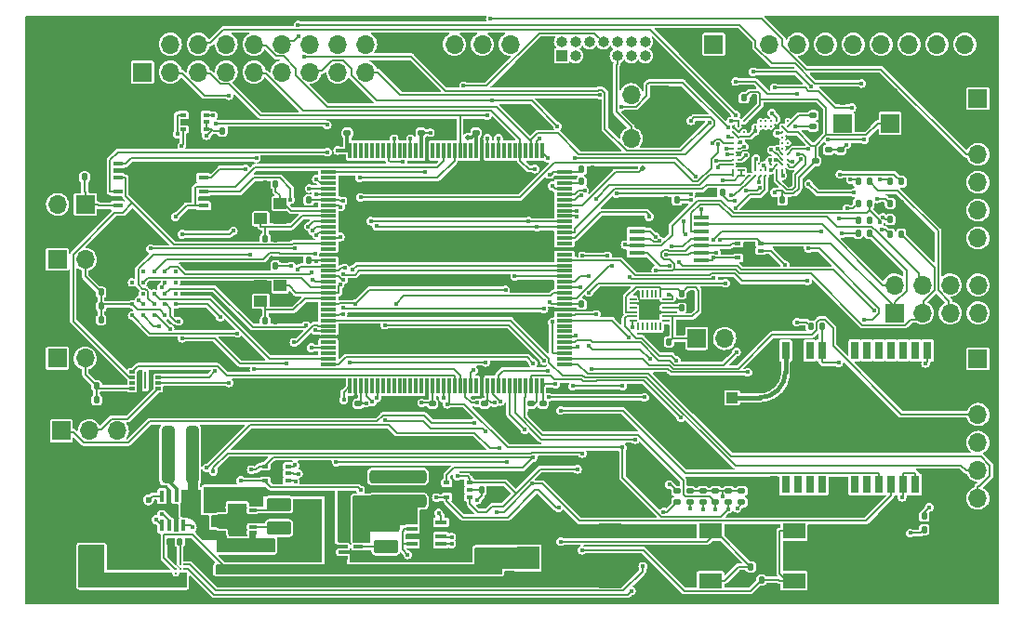
<source format=gtl>
G04 #@! TF.GenerationSoftware,KiCad,Pcbnew,(6.0.1)*
G04 #@! TF.CreationDate,2023-03-29T19:48:02-04:00*
G04 #@! TF.ProjectId,OBCProto,4f424350-726f-4746-9f2e-6b696361645f,rev?*
G04 #@! TF.SameCoordinates,Original*
G04 #@! TF.FileFunction,Copper,L1,Top*
G04 #@! TF.FilePolarity,Positive*
%FSLAX46Y46*%
G04 Gerber Fmt 4.6, Leading zero omitted, Abs format (unit mm)*
G04 Created by KiCad (PCBNEW (6.0.1)) date 2023-03-29 19:48:02*
%MOMM*%
%LPD*%
G01*
G04 APERTURE LIST*
G04 Aperture macros list*
%AMRoundRect*
0 Rectangle with rounded corners*
0 $1 Rounding radius*
0 $2 $3 $4 $5 $6 $7 $8 $9 X,Y pos of 4 corners*
0 Add a 4 corners polygon primitive as box body*
4,1,4,$2,$3,$4,$5,$6,$7,$8,$9,$2,$3,0*
0 Add four circle primitives for the rounded corners*
1,1,$1+$1,$2,$3*
1,1,$1+$1,$4,$5*
1,1,$1+$1,$6,$7*
1,1,$1+$1,$8,$9*
0 Add four rect primitives between the rounded corners*
20,1,$1+$1,$2,$3,$4,$5,0*
20,1,$1+$1,$4,$5,$6,$7,0*
20,1,$1+$1,$6,$7,$8,$9,0*
20,1,$1+$1,$8,$9,$2,$3,0*%
G04 Aperture macros list end*
G04 #@! TA.AperFunction,SMDPad,CuDef*
%ADD10R,0.450000X1.050000*%
G04 #@! TD*
G04 #@! TA.AperFunction,SMDPad,CuDef*
%ADD11RoundRect,0.140000X-0.140000X-0.170000X0.140000X-0.170000X0.140000X0.170000X-0.140000X0.170000X0*%
G04 #@! TD*
G04 #@! TA.AperFunction,SMDPad,CuDef*
%ADD12RoundRect,0.140000X0.140000X0.170000X-0.140000X0.170000X-0.140000X-0.170000X0.140000X-0.170000X0*%
G04 #@! TD*
G04 #@! TA.AperFunction,SMDPad,CuDef*
%ADD13RoundRect,0.135000X-0.135000X-0.185000X0.135000X-0.185000X0.135000X0.185000X-0.135000X0.185000X0*%
G04 #@! TD*
G04 #@! TA.AperFunction,ComponentPad*
%ADD14R,1.700000X1.700000*%
G04 #@! TD*
G04 #@! TA.AperFunction,ComponentPad*
%ADD15O,1.700000X1.700000*%
G04 #@! TD*
G04 #@! TA.AperFunction,SMDPad,CuDef*
%ADD16R,1.050000X1.000000*%
G04 #@! TD*
G04 #@! TA.AperFunction,SMDPad,CuDef*
%ADD17R,2.200000X1.050000*%
G04 #@! TD*
G04 #@! TA.AperFunction,SMDPad,CuDef*
%ADD18RoundRect,0.140000X-0.170000X0.140000X-0.170000X-0.140000X0.170000X-0.140000X0.170000X0.140000X0*%
G04 #@! TD*
G04 #@! TA.AperFunction,SMDPad,CuDef*
%ADD19RoundRect,0.135000X-0.185000X0.135000X-0.185000X-0.135000X0.185000X-0.135000X0.185000X0.135000X0*%
G04 #@! TD*
G04 #@! TA.AperFunction,SMDPad,CuDef*
%ADD20R,2.100000X1.400000*%
G04 #@! TD*
G04 #@! TA.AperFunction,SMDPad,CuDef*
%ADD21R,0.600000X0.350000*%
G04 #@! TD*
G04 #@! TA.AperFunction,SMDPad,CuDef*
%ADD22R,1.100000X1.700000*%
G04 #@! TD*
G04 #@! TA.AperFunction,SMDPad,CuDef*
%ADD23RoundRect,0.140000X0.170000X-0.140000X0.170000X0.140000X-0.170000X0.140000X-0.170000X-0.140000X0*%
G04 #@! TD*
G04 #@! TA.AperFunction,SMDPad,CuDef*
%ADD24C,0.216000*%
G04 #@! TD*
G04 #@! TA.AperFunction,SMDPad,CuDef*
%ADD25C,0.200000*%
G04 #@! TD*
G04 #@! TA.AperFunction,SMDPad,CuDef*
%ADD26R,1.475000X0.300000*%
G04 #@! TD*
G04 #@! TA.AperFunction,SMDPad,CuDef*
%ADD27R,0.300000X1.475000*%
G04 #@! TD*
G04 #@! TA.AperFunction,SMDPad,CuDef*
%ADD28RoundRect,0.014000X0.216000X0.161000X-0.216000X0.161000X-0.216000X-0.161000X0.216000X-0.161000X0*%
G04 #@! TD*
G04 #@! TA.AperFunction,SMDPad,CuDef*
%ADD29R,0.200000X1.600000*%
G04 #@! TD*
G04 #@! TA.AperFunction,ComponentPad*
%ADD30R,1.000000X1.000000*%
G04 #@! TD*
G04 #@! TA.AperFunction,ComponentPad*
%ADD31O,1.000000X1.000000*%
G04 #@! TD*
G04 #@! TA.AperFunction,SMDPad,CuDef*
%ADD32R,0.800000X1.600000*%
G04 #@! TD*
G04 #@! TA.AperFunction,SMDPad,CuDef*
%ADD33R,0.950000X0.450000*%
G04 #@! TD*
G04 #@! TA.AperFunction,SMDPad,CuDef*
%ADD34R,3.450000X4.350000*%
G04 #@! TD*
G04 #@! TA.AperFunction,SMDPad,CuDef*
%ADD35R,1.150000X1.000000*%
G04 #@! TD*
G04 #@! TA.AperFunction,SMDPad,CuDef*
%ADD36RoundRect,0.250000X-0.850000X0.375000X-0.850000X-0.375000X0.850000X-0.375000X0.850000X0.375000X0*%
G04 #@! TD*
G04 #@! TA.AperFunction,SMDPad,CuDef*
%ADD37R,0.650000X0.300000*%
G04 #@! TD*
G04 #@! TA.AperFunction,SMDPad,CuDef*
%ADD38R,1.750000X2.750000*%
G04 #@! TD*
G04 #@! TA.AperFunction,SMDPad,CuDef*
%ADD39RoundRect,0.250000X0.325000X2.350000X-0.325000X2.350000X-0.325000X-2.350000X0.325000X-2.350000X0*%
G04 #@! TD*
G04 #@! TA.AperFunction,ComponentPad*
%ADD40R,2.100000X2.100000*%
G04 #@! TD*
G04 #@! TA.AperFunction,ComponentPad*
%ADD41C,2.100000*%
G04 #@! TD*
G04 #@! TA.AperFunction,SMDPad,CuDef*
%ADD42RoundRect,0.008100X-0.421900X-0.126900X0.421900X-0.126900X0.421900X0.126900X-0.421900X0.126900X0*%
G04 #@! TD*
G04 #@! TA.AperFunction,SMDPad,CuDef*
%ADD43RoundRect,0.250000X2.350000X-0.325000X2.350000X0.325000X-2.350000X0.325000X-2.350000X-0.325000X0*%
G04 #@! TD*
G04 #@! TA.AperFunction,SMDPad,CuDef*
%ADD44RoundRect,0.250000X0.850000X-0.375000X0.850000X0.375000X-0.850000X0.375000X-0.850000X-0.375000X0*%
G04 #@! TD*
G04 #@! TA.AperFunction,SMDPad,CuDef*
%ADD45R,0.200000X0.750000*%
G04 #@! TD*
G04 #@! TA.AperFunction,SMDPad,CuDef*
%ADD46R,0.750000X0.200000*%
G04 #@! TD*
G04 #@! TA.AperFunction,SMDPad,CuDef*
%ADD47R,1.750000X1.590000*%
G04 #@! TD*
G04 #@! TA.AperFunction,SMDPad,CuDef*
%ADD48C,0.370000*%
G04 #@! TD*
G04 #@! TA.AperFunction,SMDPad,CuDef*
%ADD49R,1.475000X0.450000*%
G04 #@! TD*
G04 #@! TA.AperFunction,SMDPad,CuDef*
%ADD50R,1.050000X0.450000*%
G04 #@! TD*
G04 #@! TA.AperFunction,ViaPad*
%ADD51C,0.500000*%
G04 #@! TD*
G04 #@! TA.AperFunction,ViaPad*
%ADD52C,0.400000*%
G04 #@! TD*
G04 #@! TA.AperFunction,ViaPad*
%ADD53C,0.600000*%
G04 #@! TD*
G04 #@! TA.AperFunction,Conductor*
%ADD54C,0.127000*%
G04 #@! TD*
G04 #@! TA.AperFunction,Conductor*
%ADD55C,0.200000*%
G04 #@! TD*
G04 #@! TA.AperFunction,Conductor*
%ADD56C,0.100000*%
G04 #@! TD*
G04 #@! TA.AperFunction,Conductor*
%ADD57C,0.300000*%
G04 #@! TD*
G04 #@! TA.AperFunction,Conductor*
%ADD58C,0.400000*%
G04 #@! TD*
G04 APERTURE END LIST*
D10*
X112575000Y-113975000D03*
X111925000Y-113975000D03*
X111275000Y-113975000D03*
X110625000Y-113975000D03*
X110625000Y-116625000D03*
X111275000Y-116625000D03*
X111925000Y-116625000D03*
X112575000Y-116625000D03*
D11*
X148820000Y-84200000D03*
X149780000Y-84200000D03*
D12*
X120980000Y-93000000D03*
X120020000Y-93000000D03*
D13*
X173990000Y-90000000D03*
X175010000Y-90000000D03*
D11*
X155820000Y-99900000D03*
X156780000Y-99900000D03*
D14*
X184900000Y-77750000D03*
D15*
X184900000Y-80290000D03*
X184900000Y-82830000D03*
X184900000Y-85370000D03*
X184900000Y-87910000D03*
X184900000Y-90450000D03*
D16*
X162525000Y-105000000D03*
D17*
X161000000Y-106475000D03*
X161000000Y-103525000D03*
D18*
X120480000Y-118720000D03*
X120480000Y-119680000D03*
D14*
X177300000Y-97275000D03*
D15*
X177300000Y-94735000D03*
X179840000Y-97275000D03*
X179840000Y-94735000D03*
X182380000Y-97275000D03*
X182380000Y-94735000D03*
X184920000Y-97275000D03*
X184920000Y-94735000D03*
D19*
X162200000Y-113490000D03*
X162200000Y-114510000D03*
D20*
X168150000Y-117150000D03*
X177250000Y-117150000D03*
X168150000Y-121650000D03*
X177250000Y-121650000D03*
D11*
X176920000Y-87300000D03*
X177880000Y-87300000D03*
D14*
X103650000Y-87400000D03*
D15*
X101110000Y-87400000D03*
D12*
X165180000Y-120400000D03*
X164220000Y-120400000D03*
D14*
X155900000Y-81400000D03*
D15*
X153360000Y-81400000D03*
D21*
X163050000Y-90950000D03*
X163050000Y-91600000D03*
X163050000Y-92250000D03*
X165150000Y-92250000D03*
X165150000Y-91600000D03*
X165150000Y-90950000D03*
D22*
X164100000Y-91600000D03*
D14*
X101100000Y-92400000D03*
D15*
X103640000Y-92400000D03*
D23*
X170100000Y-84380000D03*
X170100000Y-83420000D03*
D18*
X116000000Y-112620000D03*
X116000000Y-113580000D03*
D24*
X112680000Y-121000000D03*
X112280000Y-121000000D03*
X111880000Y-121000000D03*
X112680000Y-120600000D03*
X112280000Y-120600000D03*
X111880000Y-120600000D03*
X112680000Y-120200000D03*
X112280000Y-120200000D03*
X111880000Y-120200000D03*
D25*
X163100000Y-79800000D03*
X163600000Y-79800000D03*
X164100000Y-79800000D03*
X164600000Y-79800000D03*
X165100000Y-79800000D03*
X165600000Y-79800000D03*
X166100000Y-79800000D03*
X166600000Y-79800000D03*
X167100000Y-79800000D03*
X167600000Y-79800000D03*
X162600000Y-80300000D03*
X163100000Y-80300000D03*
X163600000Y-80300000D03*
X164100000Y-80300000D03*
X164600000Y-80300000D03*
X165100000Y-80300000D03*
X165600000Y-80300000D03*
X166100000Y-80300000D03*
X166600000Y-80300000D03*
X167100000Y-80300000D03*
X167600000Y-80300000D03*
X162600000Y-80800000D03*
X163100000Y-80800000D03*
X163600000Y-80800000D03*
X167100000Y-80800000D03*
X167600000Y-80800000D03*
X162600000Y-81300000D03*
X163100000Y-81300000D03*
X167100000Y-81300000D03*
X167600000Y-81300000D03*
X162600000Y-81800000D03*
X163100000Y-81800000D03*
X167100000Y-81800000D03*
X167600000Y-81800000D03*
X162600000Y-82300000D03*
X163100000Y-82300000D03*
X167100000Y-82300000D03*
X167600000Y-82300000D03*
X162600000Y-82800000D03*
X163100000Y-82800000D03*
X167100000Y-82800000D03*
X167600000Y-82800000D03*
X162600000Y-83300000D03*
X163100000Y-83300000D03*
X167100000Y-83300000D03*
X167600000Y-83300000D03*
X162600000Y-83800000D03*
X163100000Y-83800000D03*
X166100000Y-83800000D03*
X166600000Y-83800000D03*
X167100000Y-83800000D03*
X167600000Y-83800000D03*
X162600000Y-84300000D03*
X163100000Y-84300000D03*
X163600000Y-84300000D03*
X164100000Y-84300000D03*
X164600000Y-84300000D03*
X165100000Y-84300000D03*
X165600000Y-84300000D03*
X166600000Y-84300000D03*
X167100000Y-84300000D03*
X167600000Y-84300000D03*
X162600000Y-84800000D03*
X163100000Y-84800000D03*
X163600000Y-84800000D03*
X164100000Y-84800000D03*
X164600000Y-84800000D03*
X165100000Y-84800000D03*
X165600000Y-84800000D03*
X166100000Y-84800000D03*
X167600000Y-84800000D03*
D26*
X125762000Y-84450000D03*
X125762000Y-84950000D03*
X125762000Y-85450000D03*
X125762000Y-85950000D03*
X125762000Y-86450000D03*
X125762000Y-86950000D03*
X125762000Y-87450000D03*
X125762000Y-87950000D03*
X125762000Y-88450000D03*
X125762000Y-88950000D03*
X125762000Y-89450000D03*
X125762000Y-89950000D03*
X125762000Y-90450000D03*
X125762000Y-90950000D03*
X125762000Y-91450000D03*
X125762000Y-91950000D03*
X125762000Y-92450000D03*
X125762000Y-92950000D03*
X125762000Y-93450000D03*
X125762000Y-93950000D03*
X125762000Y-94450000D03*
X125762000Y-94950000D03*
X125762000Y-95450000D03*
X125762000Y-95950000D03*
X125762000Y-96450000D03*
X125762000Y-96950000D03*
X125762000Y-97450000D03*
X125762000Y-97950000D03*
X125762000Y-98450000D03*
X125762000Y-98950000D03*
X125762000Y-99450000D03*
X125762000Y-99950000D03*
X125762000Y-100450000D03*
X125762000Y-100950000D03*
X125762000Y-101450000D03*
X125762000Y-101950000D03*
D27*
X127750000Y-103938000D03*
X128250000Y-103938000D03*
X128750000Y-103938000D03*
X129250000Y-103938000D03*
X129750000Y-103938000D03*
X130250000Y-103938000D03*
X130750000Y-103938000D03*
X131250000Y-103938000D03*
X131750000Y-103938000D03*
X132250000Y-103938000D03*
X132750000Y-103938000D03*
X133250000Y-103938000D03*
X133750000Y-103938000D03*
X134250000Y-103938000D03*
X134750000Y-103938000D03*
X135250000Y-103938000D03*
X135750000Y-103938000D03*
X136250000Y-103938000D03*
X136750000Y-103938000D03*
X137250000Y-103938000D03*
X137750000Y-103938000D03*
X138250000Y-103938000D03*
X138750000Y-103938000D03*
X139250000Y-103938000D03*
X139750000Y-103938000D03*
X140250000Y-103938000D03*
X140750000Y-103938000D03*
X141250000Y-103938000D03*
X141750000Y-103938000D03*
X142250000Y-103938000D03*
X142750000Y-103938000D03*
X143250000Y-103938000D03*
X143750000Y-103938000D03*
X144250000Y-103938000D03*
X144750000Y-103938000D03*
X145250000Y-103938000D03*
D26*
X147238000Y-101950000D03*
X147238000Y-101450000D03*
X147238000Y-100950000D03*
X147238000Y-100450000D03*
X147238000Y-99950000D03*
X147238000Y-99450000D03*
X147238000Y-98950000D03*
X147238000Y-98450000D03*
X147238000Y-97950000D03*
X147238000Y-97450000D03*
X147238000Y-96950000D03*
X147238000Y-96450000D03*
X147238000Y-95950000D03*
X147238000Y-95450000D03*
X147238000Y-94950000D03*
X147238000Y-94450000D03*
X147238000Y-93950000D03*
X147238000Y-93450000D03*
X147238000Y-92950000D03*
X147238000Y-92450000D03*
X147238000Y-91950000D03*
X147238000Y-91450000D03*
X147238000Y-90950000D03*
X147238000Y-90450000D03*
X147238000Y-89950000D03*
X147238000Y-89450000D03*
X147238000Y-88950000D03*
X147238000Y-88450000D03*
X147238000Y-87950000D03*
X147238000Y-87450000D03*
X147238000Y-86950000D03*
X147238000Y-86450000D03*
X147238000Y-85950000D03*
X147238000Y-85450000D03*
X147238000Y-84950000D03*
X147238000Y-84450000D03*
D27*
X145250000Y-82462000D03*
X144750000Y-82462000D03*
X144250000Y-82462000D03*
X143750000Y-82462000D03*
X143250000Y-82462000D03*
X142750000Y-82462000D03*
X142250000Y-82462000D03*
X141750000Y-82462000D03*
X141250000Y-82462000D03*
X140750000Y-82462000D03*
X140250000Y-82462000D03*
X139750000Y-82462000D03*
X139250000Y-82462000D03*
X138750000Y-82462000D03*
X138250000Y-82462000D03*
X137750000Y-82462000D03*
X137250000Y-82462000D03*
X136750000Y-82462000D03*
X136250000Y-82462000D03*
X135750000Y-82462000D03*
X135250000Y-82462000D03*
X134750000Y-82462000D03*
X134250000Y-82462000D03*
X133750000Y-82462000D03*
X133250000Y-82462000D03*
X132750000Y-82462000D03*
X132250000Y-82462000D03*
X131750000Y-82462000D03*
X131250000Y-82462000D03*
X130750000Y-82462000D03*
X130250000Y-82462000D03*
X129750000Y-82462000D03*
X129250000Y-82462000D03*
X128750000Y-82462000D03*
X128250000Y-82462000D03*
X127750000Y-82462000D03*
D13*
X176910000Y-85320000D03*
X177930000Y-85320000D03*
D11*
X176910000Y-88790000D03*
X177870000Y-88790000D03*
X111300000Y-118100000D03*
X112260000Y-118100000D03*
D18*
X140000000Y-105520000D03*
X140000000Y-106480000D03*
D14*
X108850000Y-75350000D03*
D15*
X108850000Y-72810000D03*
X111390000Y-75350000D03*
X111390000Y-72810000D03*
X113930000Y-75350000D03*
X113930000Y-72810000D03*
X116470000Y-75350000D03*
X116470000Y-72810000D03*
X119010000Y-75350000D03*
X119010000Y-72810000D03*
X121550000Y-75350000D03*
X121550000Y-72810000D03*
X124090000Y-75350000D03*
X124090000Y-72810000D03*
X126630000Y-75350000D03*
X126630000Y-72810000D03*
X129170000Y-75350000D03*
X129170000Y-72810000D03*
D28*
X110285000Y-104150000D03*
X110285000Y-103650000D03*
X110285000Y-103150000D03*
X110285000Y-102650000D03*
X107915000Y-102650000D03*
X107915000Y-103150000D03*
X107915000Y-103650000D03*
X107915000Y-104150000D03*
D29*
X109100000Y-103400000D03*
D18*
X144200000Y-105520000D03*
X144200000Y-106480000D03*
D23*
X139200000Y-80880000D03*
X139200000Y-79920000D03*
D30*
X147000000Y-73850000D03*
D31*
X147000000Y-72580000D03*
X148270000Y-73850000D03*
X148270000Y-72580000D03*
X149540000Y-73850000D03*
X149540000Y-72580000D03*
X150810000Y-73850000D03*
X150810000Y-72580000D03*
X152080000Y-73850000D03*
X152080000Y-72580000D03*
X153350000Y-73850000D03*
X153350000Y-72580000D03*
X154620000Y-73850000D03*
X154620000Y-72580000D03*
D14*
X134700000Y-72800000D03*
D15*
X137240000Y-72800000D03*
X139780000Y-72800000D03*
X142320000Y-72800000D03*
D13*
X174000000Y-85320000D03*
X175020000Y-85320000D03*
D20*
X160550000Y-121650000D03*
X151450000Y-121650000D03*
X160550000Y-117150000D03*
X151450000Y-117150000D03*
D18*
X114900000Y-112620000D03*
X114900000Y-113580000D03*
D32*
X180300000Y-100700000D03*
X179200000Y-100700000D03*
X178100000Y-100700000D03*
X177000000Y-100700000D03*
X175900000Y-100700000D03*
X174800000Y-100700000D03*
X173700000Y-100700000D03*
X170700000Y-100700000D03*
X169600000Y-100700000D03*
X168500000Y-100700000D03*
X167400000Y-100700000D03*
X166300000Y-100700000D03*
X166300000Y-112900000D03*
X167400000Y-112900000D03*
X168500000Y-112900000D03*
X169600000Y-112900000D03*
X170700000Y-112900000D03*
X173700000Y-112900000D03*
X174800000Y-112900000D03*
X175900000Y-112900000D03*
X177000000Y-112900000D03*
X178100000Y-112900000D03*
X179200000Y-112900000D03*
X180300000Y-112900000D03*
D14*
X155875000Y-77400000D03*
D15*
X153335000Y-77400000D03*
D12*
X158880000Y-95500000D03*
X157920000Y-95500000D03*
D14*
X160860000Y-72800000D03*
D15*
X163400000Y-72800000D03*
X165940000Y-72800000D03*
X168480000Y-72800000D03*
X171020000Y-72800000D03*
X173560000Y-72800000D03*
X176100000Y-72800000D03*
X178640000Y-72800000D03*
X181180000Y-72800000D03*
X183720000Y-72800000D03*
D18*
X145300000Y-105520000D03*
X145300000Y-106480000D03*
D11*
X164220000Y-121600000D03*
X165180000Y-121600000D03*
D19*
X163400000Y-113490000D03*
X163400000Y-114510000D03*
D14*
X101475000Y-108000000D03*
D15*
X104015000Y-108000000D03*
X106555000Y-108000000D03*
D33*
X114400000Y-87505000D03*
X114400000Y-86235000D03*
X114400000Y-84965000D03*
X114400000Y-83695000D03*
X106600000Y-83695000D03*
X106600000Y-84965000D03*
X106600000Y-86235000D03*
X106600000Y-87505000D03*
D34*
X110500000Y-85600000D03*
D23*
X134200000Y-80880000D03*
X134200000Y-79920000D03*
D35*
X119625000Y-96200000D03*
X121375000Y-96200000D03*
X121375000Y-94800000D03*
X119625000Y-94800000D03*
D36*
X121280000Y-114725000D03*
X121280000Y-116875000D03*
D18*
X135250000Y-105520000D03*
X135250000Y-106480000D03*
D11*
X116120000Y-80700000D03*
X117080000Y-80700000D03*
X180020000Y-115800000D03*
X180980000Y-115800000D03*
D14*
X159300000Y-99600000D03*
D15*
X161840000Y-99600000D03*
D37*
X116080000Y-114750000D03*
X116080000Y-115250000D03*
X116080000Y-115750000D03*
X116080000Y-116250000D03*
X116080000Y-116750000D03*
X116080000Y-117250000D03*
X118880000Y-117250000D03*
X118880000Y-116750000D03*
X118880000Y-116250000D03*
X118880000Y-115750000D03*
X118880000Y-115250000D03*
X118880000Y-114750000D03*
D38*
X117480000Y-116000000D03*
D39*
X113425000Y-110200000D03*
X111175000Y-110200000D03*
D12*
X103580000Y-84900000D03*
X102620000Y-84900000D03*
X125680000Y-119600000D03*
X124720000Y-119600000D03*
D13*
X176890000Y-90100000D03*
X177910000Y-90100000D03*
D40*
X143930000Y-119600000D03*
D41*
X146470000Y-119600000D03*
D42*
X127115000Y-118050000D03*
X127115000Y-118550000D03*
X127115000Y-119050000D03*
X127115000Y-119550000D03*
X128485000Y-119550000D03*
X128485000Y-119050000D03*
X128485000Y-118550000D03*
X128485000Y-118050000D03*
D23*
X107600000Y-122880000D03*
X107600000Y-121920000D03*
D43*
X132100000Y-114425000D03*
X132100000Y-112175000D03*
D12*
X128480000Y-114400000D03*
X127520000Y-114400000D03*
D40*
X104200000Y-119600000D03*
D41*
X101660000Y-119600000D03*
D18*
X169900000Y-80320000D03*
X169900000Y-81280000D03*
D11*
X180020000Y-117000000D03*
X180980000Y-117000000D03*
D12*
X104680000Y-105200000D03*
X103720000Y-105200000D03*
X123980000Y-92500000D03*
X123020000Y-92500000D03*
X104680000Y-103900000D03*
X103720000Y-103900000D03*
X105080000Y-96650000D03*
X104120000Y-96650000D03*
D44*
X131000000Y-118575000D03*
X131000000Y-116425000D03*
D21*
X136550000Y-112750000D03*
X136550000Y-113400000D03*
X136550000Y-114050000D03*
X138650000Y-114050000D03*
X138650000Y-113400000D03*
X138650000Y-112750000D03*
D22*
X137600000Y-113400000D03*
D12*
X164580000Y-77700000D03*
X163620000Y-77700000D03*
D21*
X112550000Y-79250000D03*
X112550000Y-79900000D03*
X112550000Y-80550000D03*
X114650000Y-80550000D03*
X114650000Y-79900000D03*
X114650000Y-79250000D03*
D22*
X113600000Y-79900000D03*
D11*
X148820000Y-96500000D03*
X149780000Y-96500000D03*
D13*
X173990000Y-88800000D03*
X175010000Y-88800000D03*
D12*
X105080000Y-97900000D03*
X104120000Y-97900000D03*
D14*
X184900000Y-101450000D03*
D15*
X184900000Y-103990000D03*
X184900000Y-106530000D03*
X184900000Y-109070000D03*
X184900000Y-111610000D03*
X184900000Y-114150000D03*
D12*
X168080000Y-87000000D03*
X167120000Y-87000000D03*
D13*
X169690000Y-98500000D03*
X170710000Y-98500000D03*
D11*
X139720000Y-113400000D03*
X140680000Y-113400000D03*
D14*
X172600000Y-80000000D03*
D15*
X172600000Y-77460000D03*
D12*
X128460000Y-115700000D03*
X127500000Y-115700000D03*
D23*
X169900000Y-79280000D03*
X169900000Y-78320000D03*
D21*
X120030000Y-111250000D03*
X120030000Y-111900000D03*
X120030000Y-112550000D03*
X122130000Y-112550000D03*
X122130000Y-111900000D03*
X122130000Y-111250000D03*
D22*
X121080000Y-111900000D03*
D19*
X157500000Y-113490000D03*
X157500000Y-114510000D03*
D12*
X105080000Y-95400000D03*
X104120000Y-95400000D03*
D11*
X120020000Y-98000000D03*
X120980000Y-98000000D03*
D19*
X161000000Y-113490000D03*
X161000000Y-114510000D03*
D23*
X127500000Y-80880000D03*
X127500000Y-79920000D03*
D12*
X123980000Y-87000000D03*
X123020000Y-87000000D03*
D14*
X101100000Y-101400000D03*
D15*
X103640000Y-101400000D03*
D19*
X158675000Y-113500000D03*
X158675000Y-114520000D03*
D11*
X156520000Y-87000000D03*
X157480000Y-87000000D03*
D23*
X171300000Y-83380000D03*
X171300000Y-82420000D03*
D12*
X120980000Y-85500000D03*
X120020000Y-85500000D03*
D11*
X148820000Y-85300000D03*
X149780000Y-85300000D03*
D23*
X172400000Y-83380000D03*
X172400000Y-82420000D03*
D45*
X154000000Y-98500000D03*
X154400000Y-98500000D03*
X154800000Y-98500000D03*
X155200000Y-98500000D03*
X155600000Y-98500000D03*
X156000000Y-98500000D03*
D46*
X156500000Y-98000000D03*
X156500000Y-97600000D03*
X156500000Y-97200000D03*
X156500000Y-96800000D03*
X156500000Y-96400000D03*
X156500000Y-96000000D03*
D45*
X156000000Y-95500000D03*
X155600000Y-95500000D03*
X155200000Y-95500000D03*
X154800000Y-95500000D03*
X154400000Y-95500000D03*
X154000000Y-95500000D03*
D46*
X153500000Y-96000000D03*
X153500000Y-96400000D03*
X153500000Y-96800000D03*
X153500000Y-97200000D03*
X153500000Y-97600000D03*
X153500000Y-98000000D03*
D47*
X155000000Y-97000000D03*
D19*
X159850000Y-113490000D03*
X159850000Y-114510000D03*
D48*
X108900000Y-93500000D03*
X109900000Y-93500000D03*
X110900000Y-93500000D03*
X111900000Y-93500000D03*
X107900000Y-94500000D03*
X108900000Y-94500000D03*
X109900000Y-94500000D03*
X110900000Y-94500000D03*
X111900000Y-94500000D03*
X107900000Y-95500000D03*
X108900000Y-95500000D03*
X109900000Y-95500000D03*
X110900000Y-95500000D03*
X111900000Y-95500000D03*
X107900000Y-96500000D03*
X108900000Y-96500000D03*
X109900000Y-96500000D03*
X110900000Y-96500000D03*
X111900000Y-96500000D03*
X107900000Y-97500000D03*
X108900000Y-97500000D03*
X109900000Y-97500000D03*
X110900000Y-97500000D03*
X111900000Y-97500000D03*
D11*
X120020000Y-90500000D03*
X120980000Y-90500000D03*
D49*
X153862000Y-88550000D03*
X153862000Y-89200000D03*
X153862000Y-89850000D03*
X153862000Y-90500000D03*
X153862000Y-91150000D03*
X153862000Y-91800000D03*
X153862000Y-92450000D03*
X159738000Y-92450000D03*
X159738000Y-91800000D03*
X159738000Y-91150000D03*
X159738000Y-90500000D03*
X159738000Y-89850000D03*
X159738000Y-89200000D03*
X159738000Y-88550000D03*
D13*
X174000000Y-87310000D03*
X175020000Y-87310000D03*
D11*
X157920000Y-96800000D03*
X158880000Y-96800000D03*
D50*
X133375000Y-116325000D03*
X133375000Y-116975000D03*
X133375000Y-117625000D03*
X133375000Y-118275000D03*
X136025000Y-118275000D03*
X136025000Y-117625000D03*
X136025000Y-116975000D03*
X136025000Y-116325000D03*
D18*
X118080000Y-118720000D03*
X118080000Y-119680000D03*
D11*
X160670000Y-86300000D03*
X161630000Y-86300000D03*
D35*
X119625000Y-88700000D03*
X121375000Y-88700000D03*
X121375000Y-87300000D03*
X119625000Y-87300000D03*
D18*
X119280000Y-118720000D03*
X119280000Y-119680000D03*
D14*
X176900000Y-80000000D03*
D15*
X176900000Y-77460000D03*
D18*
X128500000Y-105540000D03*
X128500000Y-106500000D03*
D51*
X151800000Y-82200000D03*
X156000000Y-113600000D03*
X158300000Y-104100000D03*
D52*
X163600000Y-121600000D03*
D51*
X121700000Y-108900000D03*
X118700000Y-121800000D03*
X120500000Y-81100000D03*
X117000000Y-115000000D03*
X109300000Y-87100000D03*
X168000000Y-91900000D03*
X167825000Y-109400000D03*
X122000000Y-90200000D03*
X105600000Y-93700000D03*
X150700000Y-96200000D03*
X134700000Y-116300000D03*
X129900000Y-106400000D03*
X161200000Y-97200000D03*
X117000000Y-117000000D03*
X111500000Y-119100000D03*
X150900000Y-75600000D03*
X114800000Y-105500000D03*
X180200000Y-90700000D03*
D52*
X139900000Y-114800000D03*
D51*
X122500000Y-119100000D03*
X147100000Y-75600000D03*
X174000000Y-115000000D03*
D52*
X169300000Y-78500000D03*
D51*
X134700000Y-118300000D03*
D52*
X157700000Y-120200000D03*
D51*
X123400000Y-114800000D03*
X137900000Y-121800000D03*
X153800000Y-110500000D03*
X121100000Y-111400000D03*
X155800000Y-75500000D03*
X114000000Y-118900000D03*
X118000000Y-117000000D03*
X131600000Y-74700000D03*
X145800000Y-94700000D03*
X142300000Y-116900000D03*
X133300000Y-100000000D03*
X149000000Y-115300000D03*
X136700000Y-92000000D03*
X117700000Y-100500000D03*
X140600000Y-99900000D03*
X163800000Y-78800000D03*
X129700000Y-100000000D03*
X118400000Y-105100000D03*
X165200000Y-79100000D03*
X108800000Y-90000000D03*
X149800000Y-107300000D03*
X164300000Y-109300000D03*
X170350000Y-103125000D03*
X150800000Y-84300000D03*
X140100000Y-85000000D03*
X109300000Y-83900000D03*
X144000000Y-98800000D03*
X140100000Y-91100000D03*
X171525000Y-105650000D03*
X143600000Y-108700000D03*
D52*
X159800000Y-86500000D03*
D51*
X155400000Y-96400000D03*
X149600000Y-81000000D03*
X128800000Y-108800000D03*
X162800000Y-107500000D03*
X145500000Y-86500000D03*
X160400000Y-95400000D03*
X132600000Y-90500000D03*
D52*
X158830000Y-96130000D03*
X112100000Y-102600000D03*
X109700000Y-94900000D03*
D51*
X137600000Y-112900000D03*
X135525000Y-111850000D03*
X163800000Y-91900000D03*
X145000000Y-114800000D03*
X158600000Y-110000000D03*
X121000000Y-100100000D03*
X112100000Y-100800000D03*
X112100000Y-105500000D03*
X137075000Y-85250000D03*
X158600000Y-75900000D03*
X160300000Y-74700000D03*
X143100000Y-87900000D03*
X164500000Y-112800000D03*
X128600000Y-87900000D03*
X150100000Y-110400000D03*
X124500000Y-105100000D03*
X123900000Y-81300000D03*
X164400000Y-91100000D03*
X167700000Y-78900000D03*
X154400000Y-97400000D03*
X166000000Y-114100000D03*
X176600000Y-121600000D03*
X111700000Y-83900000D03*
X129100000Y-80600000D03*
X146000000Y-107500000D03*
X147700000Y-107300000D03*
X124100000Y-97300000D03*
X128200000Y-90600000D03*
X117600000Y-95400000D03*
X166000000Y-81300000D03*
X140800000Y-106400000D03*
D52*
X161100000Y-120300000D03*
D51*
X151500000Y-112600000D03*
X182500000Y-112500000D03*
X123800000Y-84700000D03*
X117500000Y-116000000D03*
X126600000Y-77800000D03*
X155200000Y-106400000D03*
X116200000Y-93000000D03*
X117000000Y-108200000D03*
X109350000Y-119650000D03*
X118800000Y-109200000D03*
X110900000Y-123000000D03*
X146900000Y-112700000D03*
X146000000Y-97400000D03*
X165000000Y-95300000D03*
X120600000Y-92300000D03*
X137200000Y-119100000D03*
X143300000Y-79100000D03*
X165475000Y-122550000D03*
X170900000Y-84300000D03*
X167700000Y-85600000D03*
X134800000Y-76700000D03*
X140500000Y-80300000D03*
X147100000Y-78400000D03*
X127000000Y-115000000D03*
X152100000Y-121300000D03*
X172500000Y-87000000D03*
X109825000Y-108175000D03*
X177400000Y-117500000D03*
X176400000Y-81800000D03*
X117700000Y-81800000D03*
X111700000Y-87200000D03*
X109900000Y-81400000D03*
X125900000Y-108800000D03*
X137600000Y-113900000D03*
D52*
X129400000Y-119300000D03*
D51*
X168200000Y-81500000D03*
X117700000Y-87900000D03*
X175400000Y-92200000D03*
X154300000Y-115400000D03*
X107700000Y-105400000D03*
X134800000Y-87900000D03*
X170700000Y-87300000D03*
X141000000Y-102000000D03*
X118000000Y-115000000D03*
X143200000Y-75500000D03*
X165200000Y-117100000D03*
X158100000Y-72300000D03*
X114200000Y-93000000D03*
X114200000Y-97900000D03*
D52*
X127096100Y-87092200D03*
D53*
X132100000Y-112200000D03*
D52*
X176259200Y-88548300D03*
D53*
X109400000Y-114300000D03*
D52*
X167353600Y-92907800D03*
X126626100Y-82480300D03*
X156802300Y-112890900D03*
X124577600Y-98850300D03*
X114678800Y-81118700D03*
X145921000Y-84665700D03*
X145943500Y-96299400D03*
D53*
X130000000Y-112200000D03*
D52*
X146466400Y-103758500D03*
X176129800Y-89683000D03*
X172236300Y-88639100D03*
X123050000Y-111917600D03*
D51*
X138500000Y-81300000D03*
D52*
X140910600Y-105470700D03*
X173295600Y-85117900D03*
X175753000Y-86870000D03*
X161636300Y-113970200D03*
D53*
X134200000Y-112200000D03*
D52*
X135050000Y-80850000D03*
X129213700Y-105480700D03*
X124234300Y-100440300D03*
X139340634Y-114308707D03*
X161640800Y-85160400D03*
X133000000Y-119300000D03*
X175965000Y-85117600D03*
X172505700Y-90021600D03*
X134260500Y-105470700D03*
X124642500Y-92550000D03*
X162800000Y-87044900D03*
X172974500Y-87750500D03*
D53*
X111175000Y-112125000D03*
D52*
X178737200Y-117324700D03*
D53*
X111200000Y-108100000D03*
D52*
X168424000Y-98119000D03*
X159750700Y-87822400D03*
X180469200Y-114986100D03*
D53*
X111175000Y-110200000D03*
D52*
X158749500Y-86981200D03*
X177996000Y-114060500D03*
X110582900Y-94939200D03*
X122379800Y-93009400D03*
X126831200Y-94712400D03*
X134612300Y-84450000D03*
X140519500Y-70501600D03*
X161252800Y-81897100D03*
X124684100Y-85086300D03*
X128693900Y-86735800D03*
X164985162Y-85330012D03*
X173643900Y-86315000D03*
X123042500Y-72087300D03*
X169495400Y-85531500D03*
X123012700Y-71017200D03*
X124026700Y-85950000D03*
X165950300Y-83369800D03*
X174321200Y-76368500D03*
X145434500Y-101626600D03*
X165081498Y-85848643D03*
X130919700Y-98381700D03*
X160844200Y-94126800D03*
X153214200Y-94004800D03*
X166046800Y-84246800D03*
X163787848Y-86143748D03*
X124642500Y-86493300D03*
X126897300Y-87620400D03*
X148846300Y-118886100D03*
X119217000Y-83196900D03*
X123943300Y-89393600D03*
X124316900Y-89767200D03*
X122337200Y-86952800D03*
X124672500Y-90158500D03*
X118211900Y-84170400D03*
X125690200Y-82631600D03*
X126850900Y-90356200D03*
X112168000Y-98036700D03*
X117108800Y-89805500D03*
X112468500Y-90109700D03*
X122973200Y-93294400D03*
X123728200Y-98426200D03*
X127253000Y-93187700D03*
X118620100Y-91949100D03*
X127129600Y-94261800D03*
X109575200Y-91418500D03*
X108528300Y-96128300D03*
X122678800Y-91418500D03*
X124359200Y-94264200D03*
X127101000Y-97369700D03*
X112443800Y-99570100D03*
X110337300Y-98466000D03*
X122642800Y-99938400D03*
X121936800Y-101899700D03*
X168302000Y-80320000D03*
X166639000Y-80910100D03*
X146919600Y-118102100D03*
X128223800Y-96450000D03*
X141900700Y-95183800D03*
X141100000Y-115400000D03*
X144333900Y-112833100D03*
X127169600Y-105183700D03*
X129768800Y-105362200D03*
X162859900Y-79238000D03*
X163744381Y-82902661D03*
X130165800Y-105010200D03*
X127126700Y-96833900D03*
X148909700Y-92078000D03*
X145396900Y-96910600D03*
X151169100Y-92078000D03*
X161236100Y-83989500D03*
X174571300Y-97938800D03*
X116739800Y-77471000D03*
X169467700Y-91396300D03*
X136250000Y-105028600D03*
X166652000Y-82352000D03*
X162987100Y-115076200D03*
X162200000Y-115134600D03*
X174550400Y-81513800D03*
X169428400Y-82352800D03*
X171261300Y-81511700D03*
X136594900Y-105583000D03*
X152533900Y-109529200D03*
X163948900Y-102673300D03*
X149708500Y-102375400D03*
X145709600Y-102523400D03*
X154550600Y-104958300D03*
X143649600Y-107911300D03*
X145817000Y-104958300D03*
X153685900Y-108800500D03*
X161000000Y-115144700D03*
X159911600Y-115137700D03*
X157865100Y-106815000D03*
X146155200Y-98105800D03*
X148437300Y-100322000D03*
X154973200Y-88496200D03*
X162439400Y-86572800D03*
X149503600Y-95411600D03*
X164688320Y-83254298D03*
X130154200Y-89343800D03*
X161927400Y-94568700D03*
X144756900Y-89450000D03*
X144012300Y-88918400D03*
X155054200Y-101491600D03*
X149510900Y-100253800D03*
X129620900Y-88915700D03*
X166107300Y-82425700D03*
X146158000Y-85702200D03*
X145755900Y-83190800D03*
X144982000Y-81378100D03*
X162873300Y-76197600D03*
X168443600Y-77344500D03*
X168532400Y-82789100D03*
X158776900Y-79761300D03*
X167135200Y-84763000D03*
X148009500Y-103922200D03*
X152545800Y-103922200D03*
X144583500Y-84176900D03*
X140695300Y-77948500D03*
X148167300Y-83172800D03*
X158139200Y-88894400D03*
X141250000Y-81385300D03*
X146630900Y-80289300D03*
X159180400Y-84891279D03*
X158268200Y-90103700D03*
X162823600Y-87764900D03*
X146921000Y-106153300D03*
X140250000Y-81387200D03*
X158775800Y-86453000D03*
X161059200Y-83453200D03*
X140234200Y-79276300D03*
X151992100Y-86414600D03*
X111849000Y-88515300D03*
X133250000Y-81395800D03*
X138080500Y-76570400D03*
X158675000Y-115120300D03*
X157452200Y-101589000D03*
X131750000Y-81393200D03*
X153345200Y-122590000D03*
X132550500Y-83547100D03*
X153425000Y-98550000D03*
X156283100Y-115388900D03*
X154395600Y-120350100D03*
X144421400Y-110426600D03*
X155593700Y-93390700D03*
X112021900Y-80985000D03*
X118757700Y-111560800D03*
X122771500Y-112642800D03*
X112421100Y-82024200D03*
X128700000Y-113400000D03*
X146729200Y-115010400D03*
X160806000Y-90622800D03*
X170641400Y-89862100D03*
X135600000Y-114100000D03*
X155931100Y-90709000D03*
X160805800Y-92259000D03*
X117787800Y-112550000D03*
X172357200Y-84652600D03*
X161093800Y-91800000D03*
X156485800Y-91974500D03*
X137500000Y-112150498D03*
X122759700Y-111148400D03*
X115307500Y-79287900D03*
X148448700Y-111517300D03*
X161449300Y-90639000D03*
X166478500Y-83349600D03*
X166391000Y-86295314D03*
X137000000Y-117700000D03*
X152784300Y-91070200D03*
X175953800Y-88990000D03*
X110600000Y-115600000D03*
X141317500Y-109613500D03*
X114700000Y-111400000D03*
X137000000Y-118300000D03*
X157693600Y-92610700D03*
X148894600Y-110078500D03*
X175483200Y-97062800D03*
X156828200Y-92962500D03*
X110100000Y-116100000D03*
X115300000Y-111700000D03*
X166132900Y-79066300D03*
X169672300Y-76629800D03*
X164622800Y-80745900D03*
X165414500Y-83852600D03*
X164442200Y-75304500D03*
X172944800Y-81938900D03*
X168809200Y-83265300D03*
X150168900Y-86854900D03*
X156734500Y-95570700D03*
X153114800Y-99487100D03*
X127689700Y-101778700D03*
X139310000Y-105465500D03*
X115943900Y-97651600D03*
X140101000Y-101778700D03*
X130900500Y-107041600D03*
X117507300Y-99138700D03*
X141452300Y-105331900D03*
X140060900Y-108081000D03*
X141996600Y-110849700D03*
X111351300Y-98710600D03*
X138991700Y-102498800D03*
X126475800Y-110849700D03*
X156966800Y-91244500D03*
X144406600Y-101854300D03*
X166367000Y-76750600D03*
X123563300Y-73963500D03*
X173411800Y-78592300D03*
X160444300Y-79949200D03*
X168037100Y-83467100D03*
X163296106Y-81723914D03*
X152427200Y-78501300D03*
X162148300Y-80413600D03*
X150517900Y-77425500D03*
X151567100Y-93015100D03*
X162169500Y-81217100D03*
X162433300Y-79800000D03*
X162914400Y-100831000D03*
X148304000Y-99349600D03*
X155546600Y-90346400D03*
X150157700Y-97415400D03*
X131937200Y-96425500D03*
X161966500Y-82300000D03*
X148751400Y-94907700D03*
X162115900Y-82845400D03*
X149498300Y-93910500D03*
X139056400Y-107293900D03*
X142741800Y-93950000D03*
X127099500Y-93733600D03*
X124226400Y-93592200D03*
X169370300Y-94375100D03*
X148401300Y-88498400D03*
X148332300Y-87950000D03*
D51*
X154400000Y-84100000D03*
D52*
X148786800Y-86535100D03*
X149095000Y-86096300D03*
X160724600Y-81819900D03*
X163643742Y-82120660D03*
X116703800Y-103650000D03*
X119016500Y-102402900D03*
X127966500Y-93341600D03*
X124541600Y-91846600D03*
X128625700Y-84967000D03*
X125676600Y-80158700D03*
X115463000Y-102593700D03*
X115493400Y-80026500D03*
X172236300Y-101810200D03*
X180143100Y-101860000D03*
X113400000Y-116800000D03*
X135800000Y-115500000D03*
D54*
X162600000Y-80300000D02*
X163100000Y-80800000D01*
D55*
X167600000Y-84800000D02*
X167600000Y-85500000D01*
X123020000Y-92500000D02*
X122820000Y-92300000D01*
X156500000Y-96400000D02*
X157300000Y-96400000D01*
D54*
X167600000Y-82300000D02*
X168200000Y-81700000D01*
X164400000Y-82900000D02*
X166000000Y-81300000D01*
D55*
X120020000Y-92880000D02*
X120600000Y-92300000D01*
X147325520Y-97037520D02*
X149242480Y-97037520D01*
D54*
X164382022Y-82900000D02*
X164400000Y-82900000D01*
X163582422Y-82511660D02*
X163906340Y-82511660D01*
X163906340Y-82511660D02*
X163912658Y-82517978D01*
X163576104Y-82517978D02*
X163582422Y-82511660D01*
X163282022Y-82617978D02*
X163358919Y-82617978D01*
D55*
X158697520Y-96262480D02*
X158830000Y-96130000D01*
D54*
X163458920Y-82517978D02*
X163576104Y-82517978D01*
X164041011Y-83241011D02*
X164382022Y-82900000D01*
D55*
X158830000Y-96130000D02*
X158880000Y-96080000D01*
D54*
X168200000Y-81700000D02*
X168200000Y-81500000D01*
D55*
X128250000Y-104960249D02*
X127800000Y-105410249D01*
X140680000Y-113400000D02*
X140680000Y-114020000D01*
D56*
X112280000Y-120600000D02*
X111880000Y-120200000D01*
D54*
X154066011Y-96066011D02*
X155000000Y-97000000D01*
X166600000Y-80300000D02*
X167100000Y-79800000D01*
X166000000Y-80900000D02*
X166000000Y-81300000D01*
D55*
X158880000Y-96080000D02*
X158880000Y-95500000D01*
X110285000Y-102650000D02*
X112050000Y-102650000D01*
D54*
X154066011Y-95566011D02*
X154066011Y-96066011D01*
D55*
X149242480Y-97037520D02*
X149780000Y-96500000D01*
D54*
X163358919Y-82617978D02*
X163458920Y-82517978D01*
D55*
X127800000Y-105410249D02*
X127800000Y-105800000D01*
D54*
X154000000Y-95500000D02*
X154066011Y-95566011D01*
X164382022Y-82858919D02*
X164382022Y-82900000D01*
X163100000Y-83800000D02*
X163482022Y-83800000D01*
D55*
X122820000Y-92300000D02*
X120600000Y-92300000D01*
X158880000Y-96800000D02*
X158880000Y-96080000D01*
D54*
X164100000Y-83300000D02*
X164041011Y-83241011D01*
X112299586Y-120600000D02*
X112308989Y-120609403D01*
X164100000Y-84300000D02*
X164100000Y-83300000D01*
X166600000Y-80300000D02*
X166000000Y-80900000D01*
X163482022Y-83800000D02*
X164041011Y-83241011D01*
X168000000Y-81300000D02*
X168200000Y-81500000D01*
D55*
X157437520Y-96262480D02*
X158697520Y-96262480D01*
X127800000Y-105800000D02*
X128500000Y-106500000D01*
X164220000Y-121600000D02*
X164220000Y-121360000D01*
X140680000Y-114020000D02*
X139900000Y-114800000D01*
D54*
X166100000Y-84800000D02*
X166000000Y-84900000D01*
D55*
X167600000Y-85500000D02*
X167700000Y-85600000D01*
X112050000Y-102650000D02*
X112100000Y-102600000D01*
D54*
X164041082Y-82517978D02*
X164382022Y-82858919D01*
D55*
X120020000Y-93000000D02*
X120020000Y-92880000D01*
X157300000Y-96400000D02*
X157437520Y-96262480D01*
D54*
X163100000Y-82800000D02*
X163282022Y-82617978D01*
X163912658Y-82517978D02*
X164041082Y-82517978D01*
D55*
X147238000Y-96950000D02*
X147325520Y-97037520D01*
D54*
X163100000Y-80800000D02*
X163600000Y-80300000D01*
D55*
X128250000Y-103938000D02*
X128250000Y-104960249D01*
D54*
X167600000Y-81300000D02*
X168000000Y-81300000D01*
D55*
X164220000Y-121360000D02*
X165180000Y-120400000D01*
X147238000Y-85450000D02*
X148670000Y-85450000D01*
X148670000Y-85450000D02*
X148820000Y-85300000D01*
D57*
X126626100Y-82480300D02*
X127731700Y-82480300D01*
D55*
X176129800Y-89683000D02*
X176473000Y-89683000D01*
X176490000Y-86870000D02*
X175753000Y-86870000D01*
D57*
X139250000Y-80930000D02*
X139200000Y-80880000D01*
X134250000Y-82462000D02*
X134250000Y-80930000D01*
D55*
X124030000Y-86950000D02*
X123980000Y-87000000D01*
X176920000Y-87300000D02*
X176490000Y-86870000D01*
X161630000Y-86530000D02*
X162144900Y-87044900D01*
D57*
X127731700Y-82480300D02*
X127750000Y-82462000D01*
D55*
X128560000Y-105540000D02*
X128750000Y-105350000D01*
X134260500Y-105470700D02*
X135200700Y-105470700D01*
D57*
X138500000Y-81300000D02*
X138780000Y-81300000D01*
D55*
X125762000Y-86950000D02*
X124030000Y-86950000D01*
X162144900Y-87044900D02*
X162800000Y-87044900D01*
X140000000Y-105400000D02*
X140250000Y-105150000D01*
X115328100Y-80700000D02*
X115212800Y-80584700D01*
X125762000Y-86950000D02*
X126727600Y-86950000D01*
X140910600Y-105470700D02*
X140570700Y-105470700D01*
X126869800Y-87092200D02*
X127096100Y-87092200D01*
D57*
X134250000Y-80930000D02*
X134200000Y-80880000D01*
D55*
X172974500Y-87750500D02*
X173559500Y-87750500D01*
X134223600Y-80856400D02*
X134200000Y-80880000D01*
X124796400Y-92450000D02*
X124030000Y-92450000D01*
X161636300Y-113490000D02*
X162200000Y-113490000D01*
X162200000Y-113490000D02*
X163400000Y-113490000D01*
X146094100Y-96450000D02*
X145943500Y-96299400D01*
X148820000Y-96500000D02*
X147288000Y-96500000D01*
X158685000Y-113490000D02*
X158675000Y-113500000D01*
X165150000Y-91600000D02*
X166045800Y-91600000D01*
X135250000Y-105520000D02*
X135250000Y-103938000D01*
X156802300Y-112890900D02*
X156900900Y-112890900D01*
X124244000Y-100450000D02*
X124234300Y-100440300D01*
X128500000Y-105540000D02*
X128560000Y-105540000D01*
X140250000Y-105150000D02*
X140250000Y-103938000D01*
X173968400Y-90021600D02*
X173990000Y-90000000D01*
X161636300Y-113970200D02*
X161636300Y-113490000D01*
D57*
X139250000Y-82462000D02*
X139250000Y-80930000D01*
D55*
X145921000Y-84665700D02*
X146056700Y-84665700D01*
X138650000Y-113400000D02*
X139720000Y-113400000D01*
X122130000Y-111900000D02*
X122658100Y-111900000D01*
X145300000Y-105520000D02*
X145300000Y-103988000D01*
X163100000Y-84800000D02*
X163350000Y-84800000D01*
X140570700Y-105470700D02*
X140250000Y-105150000D01*
X156900900Y-112890900D02*
X157500000Y-113490000D01*
X129213700Y-105480700D02*
X128880700Y-105480700D01*
X128880700Y-105480700D02*
X128750000Y-105350000D01*
X132500000Y-118800000D02*
X133000000Y-119300000D01*
X114650000Y-80550000D02*
X114650000Y-79900000D01*
X172236300Y-88639100D02*
X173829100Y-88639100D01*
X173559500Y-87750500D02*
X174000000Y-87310000D01*
X147238000Y-84450000D02*
X146272400Y-84450000D01*
X128750000Y-105350000D02*
X128750000Y-103938000D01*
X114650000Y-80550000D02*
X115178100Y-80550000D01*
X161630000Y-86300000D02*
X161630000Y-86530000D01*
X163350000Y-84800000D02*
X163600000Y-84800000D01*
X133375000Y-118275000D02*
X132525000Y-118275000D01*
X140000000Y-105520000D02*
X140000000Y-105400000D01*
X173797900Y-85117900D02*
X174000000Y-85320000D01*
X109725000Y-113975000D02*
X109400000Y-114300000D01*
X126727600Y-86950000D02*
X126869800Y-87092200D01*
X124642500Y-92550000D02*
X124696400Y-92550000D01*
X176910000Y-88790000D02*
X176500900Y-88790000D01*
X132500000Y-117200000D02*
X132500000Y-118300000D01*
D57*
X127500000Y-80880000D02*
X127500000Y-82212000D01*
D55*
X166045800Y-91600000D02*
X167353600Y-92907800D01*
X125762000Y-92450000D02*
X124796400Y-92450000D01*
X162739600Y-85160400D02*
X163100000Y-84800000D01*
X147238000Y-84450000D02*
X148570000Y-84450000D01*
X139720000Y-113400000D02*
X139720000Y-113929341D01*
X115212800Y-80584700D02*
X115178100Y-80550000D01*
X161640800Y-85160400D02*
X162739600Y-85160400D01*
X122675700Y-111917600D02*
X122658100Y-111900000D01*
X172505700Y-90021600D02*
X173968400Y-90021600D01*
X145529500Y-103758500D02*
X145300000Y-103988000D01*
X175965000Y-85117600D02*
X176707600Y-85117600D01*
X124030000Y-92450000D02*
X123980000Y-92500000D01*
X133375000Y-116975000D02*
X132725000Y-116975000D01*
X124696400Y-92550000D02*
X124796400Y-92450000D01*
X114678800Y-81118700D02*
X115212800Y-80584700D01*
X163100000Y-84300000D02*
X163350000Y-84300000D01*
X161000000Y-113490000D02*
X161636300Y-113490000D01*
X110625000Y-113975000D02*
X109725000Y-113975000D01*
X135200700Y-105470700D02*
X135250000Y-105520000D01*
X132725000Y-116975000D02*
X132500000Y-117200000D01*
D57*
X138780000Y-81300000D02*
X139200000Y-80880000D01*
D55*
X161000000Y-113490000D02*
X159850000Y-113490000D01*
X132500000Y-118300000D02*
X132500000Y-118800000D01*
X146466400Y-103758500D02*
X145529500Y-103758500D01*
X123050000Y-111917600D02*
X122675700Y-111917600D01*
D57*
X127500000Y-82212000D02*
X127750000Y-82462000D01*
D55*
X124696700Y-98850300D02*
X124577600Y-98850300D01*
X125762000Y-100450000D02*
X124244000Y-100450000D01*
X173295600Y-85117900D02*
X173797900Y-85117900D01*
X176500900Y-88790000D02*
X176259200Y-88548300D01*
X176473000Y-89683000D02*
X176890000Y-90100000D01*
X147288000Y-96500000D02*
X147238000Y-96450000D01*
X176707600Y-85117600D02*
X176910000Y-85320000D01*
X135037100Y-80856400D02*
X134223600Y-80856400D01*
X145300000Y-103988000D02*
X145250000Y-103938000D01*
X163350000Y-84300000D02*
X163600000Y-84300000D01*
X146056700Y-84665700D02*
X146272400Y-84450000D01*
X159850000Y-113490000D02*
X158685000Y-113490000D01*
X132525000Y-118275000D02*
X132500000Y-118300000D01*
X116120000Y-80700000D02*
X115328100Y-80700000D01*
X173829100Y-88639100D02*
X173990000Y-88800000D01*
X148570000Y-84450000D02*
X148820000Y-84200000D01*
X124796400Y-98950000D02*
X124696700Y-98850300D01*
X147238000Y-96450000D02*
X146094100Y-96450000D01*
X125762000Y-98950000D02*
X124796400Y-98950000D01*
X139720000Y-113929341D02*
X139340634Y-114308707D01*
X163350000Y-84300000D02*
X163350000Y-84800000D01*
X110788300Y-117497100D02*
X110788300Y-119590400D01*
X116101000Y-120201000D02*
X113397100Y-117497100D01*
X113397100Y-117497100D02*
X110788300Y-117497100D01*
X110788300Y-119590400D02*
X111797900Y-120600000D01*
X111797900Y-120600000D02*
X111880000Y-120600000D01*
X119433100Y-118566900D02*
X119280000Y-118720000D01*
X128460000Y-115700000D02*
X128480000Y-115700000D01*
X112260000Y-118100000D02*
X112280000Y-118120000D01*
X112280000Y-118120000D02*
X112280000Y-120200000D01*
X157480000Y-87000000D02*
X158730700Y-87000000D01*
D57*
X111925000Y-113975000D02*
X111925000Y-113325000D01*
D55*
X180469200Y-114986100D02*
X180020000Y-115435300D01*
X177996000Y-114060500D02*
X178100000Y-113956500D01*
X158730700Y-87000000D02*
X158749500Y-86981200D01*
X178100000Y-111871900D02*
X179200000Y-111871900D01*
X178737200Y-117324700D02*
X179695300Y-117324700D01*
X179695300Y-117324700D02*
X180020000Y-117000000D01*
X159750700Y-87822400D02*
X159750700Y-88537300D01*
X179200000Y-112900000D02*
X179200000Y-111871900D01*
X180020000Y-115435300D02*
X180020000Y-115800000D01*
D57*
X111175000Y-112125000D02*
X111175000Y-110200000D01*
D55*
X169690000Y-98500000D02*
X169309000Y-98119000D01*
X159750700Y-88537300D02*
X159738000Y-88550000D01*
X169309000Y-98119000D02*
X168424000Y-98119000D01*
D57*
X111925000Y-113325000D02*
X111175000Y-112575000D01*
D55*
X178100000Y-113956500D02*
X178100000Y-112900000D01*
X178100000Y-112900000D02*
X178100000Y-111871900D01*
D57*
X111175000Y-112575000D02*
X111175000Y-112125000D01*
D55*
X158457520Y-94962480D02*
X159172231Y-94962480D01*
X159447900Y-97064000D02*
X158911900Y-97600000D01*
X152896900Y-97200000D02*
X152896900Y-95787900D01*
X159300000Y-99600000D02*
X158761000Y-99600000D01*
X159447900Y-95238149D02*
X159447900Y-97064000D01*
X157080000Y-99600000D02*
X156780000Y-99900000D01*
X157103100Y-97600000D02*
X157103100Y-99600000D01*
X152896900Y-95787900D02*
X153787900Y-94896900D01*
X156000000Y-95500000D02*
X156000000Y-95198400D01*
X156000000Y-95198400D02*
X156000000Y-94896900D01*
X157920000Y-95500000D02*
X158457520Y-94962480D01*
X156500000Y-97600000D02*
X157103100Y-97600000D01*
X158761000Y-99600000D02*
X157103100Y-99600000D01*
X157920000Y-95500000D02*
X157562600Y-95142600D01*
X153787900Y-94896900D02*
X156000000Y-94896900D01*
X153500000Y-97200000D02*
X152896900Y-97200000D01*
X156055800Y-95142600D02*
X156000000Y-95198400D01*
X158911900Y-97600000D02*
X157103100Y-97600000D01*
X159172231Y-94962480D02*
X159447900Y-95238149D01*
X157103100Y-99600000D02*
X157080000Y-99600000D01*
X157562600Y-95142600D02*
X156055800Y-95142600D01*
X157920000Y-96800000D02*
X156500000Y-96800000D01*
X104833100Y-87505000D02*
X104728100Y-87400000D01*
X106600000Y-87505000D02*
X104833100Y-87505000D01*
X103650000Y-87400000D02*
X104728100Y-87400000D01*
X103580000Y-84900000D02*
X103580000Y-86251900D01*
X103580000Y-86251900D02*
X103650000Y-86321900D01*
X103650000Y-87400000D02*
X103650000Y-86321900D01*
X105080000Y-95400000D02*
X105080000Y-96350000D01*
X103640000Y-93960000D02*
X105080000Y-95400000D01*
X105080000Y-97900000D02*
X105080000Y-96650000D01*
X105230000Y-96500000D02*
X107900000Y-96500000D01*
X105230000Y-96500000D02*
X105080000Y-96650000D01*
X110400000Y-97000000D02*
X108400000Y-97000000D01*
X108400000Y-97000000D02*
X107900000Y-96500000D01*
X110582900Y-94939200D02*
X110900000Y-94622100D01*
X110900000Y-94622100D02*
X110900000Y-94500000D01*
X103640000Y-92400000D02*
X103640000Y-93960000D01*
X105080000Y-96350000D02*
X105230000Y-96500000D01*
X110900000Y-97500000D02*
X110400000Y-97000000D01*
X104680000Y-104150000D02*
X107915000Y-104150000D01*
X103640000Y-101400000D02*
X103640000Y-102860000D01*
X104680000Y-104150000D02*
X104680000Y-105200000D01*
X104680000Y-103900000D02*
X104680000Y-104150000D01*
X103640000Y-102860000D02*
X104680000Y-103900000D01*
X122828100Y-95450000D02*
X125762000Y-95450000D01*
X120989400Y-93009400D02*
X122379800Y-93009400D01*
X122178100Y-94800000D02*
X122828100Y-95450000D01*
X120980000Y-93000000D02*
X120989400Y-93009400D01*
X126727600Y-95450000D02*
X126727600Y-94816000D01*
X121375000Y-94800000D02*
X122178100Y-94800000D01*
X125762000Y-95450000D02*
X126727600Y-95450000D01*
X126727600Y-94816000D02*
X126831200Y-94712400D01*
X122568600Y-96990500D02*
X120020000Y-96990500D01*
X120020000Y-96595000D02*
X119625000Y-96200000D01*
X123609100Y-95950000D02*
X122568600Y-96990500D01*
X125762000Y-95950000D02*
X123609100Y-95950000D01*
X120020000Y-96990500D02*
X120020000Y-96595000D01*
X120020000Y-98000000D02*
X120020000Y-96990500D01*
X121375000Y-86935900D02*
X122389100Y-87950000D01*
X120980000Y-86176900D02*
X120980000Y-85500000D01*
X121375000Y-86935900D02*
X121375000Y-86571900D01*
X121375000Y-86571900D02*
X120980000Y-86176900D01*
X121375000Y-87300000D02*
X121375000Y-86935900D01*
X122389100Y-87950000D02*
X125762000Y-87950000D01*
X122410600Y-89428100D02*
X123388700Y-88450000D01*
X123388700Y-88450000D02*
X125762000Y-88450000D01*
X119625000Y-88700000D02*
X119625000Y-89428100D01*
X120020000Y-90500000D02*
X120020000Y-89428100D01*
X119625000Y-89428100D02*
X120020000Y-89428100D01*
X120020000Y-89428100D02*
X122410600Y-89428100D01*
X167093900Y-72360700D02*
X165234800Y-70501600D01*
X125762000Y-84450000D02*
X134612300Y-84450000D01*
X167093900Y-72938700D02*
X167093900Y-72360700D01*
X184900000Y-82830000D02*
X183821900Y-82830000D01*
X165234800Y-70501600D02*
X140519500Y-70501600D01*
X183821900Y-82830000D02*
X176090500Y-75098600D01*
X169253800Y-75098600D02*
X167093900Y-72938700D01*
X176090500Y-75098600D02*
X169253800Y-75098600D01*
X160631689Y-84094111D02*
X160631689Y-83276117D01*
X159407021Y-85318779D02*
X160631689Y-84094111D01*
X128693900Y-86735800D02*
X143245500Y-86735800D01*
X165100000Y-84800000D02*
X164985162Y-84914838D01*
X164985162Y-84914838D02*
X164985162Y-85330012D01*
X125762000Y-85450000D02*
X125047800Y-85450000D01*
X158952678Y-85318778D02*
X159407021Y-85318779D01*
X143245500Y-86735800D02*
X146364600Y-83616700D01*
X161252800Y-82655007D02*
X161252800Y-81897100D01*
X160631689Y-83276117D02*
X161252800Y-82655007D01*
X125047800Y-85450000D02*
X124684100Y-85086300D01*
X157250600Y-83616700D02*
X158952678Y-85318778D01*
X146364600Y-83616700D02*
X157250600Y-83616700D01*
X168234400Y-74543300D02*
X166123700Y-74543300D01*
X123042500Y-72087300D02*
X122628100Y-72501700D01*
X164670000Y-72491100D02*
X163196100Y-71017200D01*
X125279200Y-85950000D02*
X124796400Y-85950000D01*
X164670000Y-73089600D02*
X164670000Y-72491100D01*
X174321200Y-76368500D02*
X170059600Y-76368500D01*
X170059600Y-76368500D02*
X168234400Y-74543300D01*
X166123700Y-74543300D02*
X164670000Y-73089600D01*
X125279200Y-85950000D02*
X125762000Y-85950000D01*
X121858300Y-72501700D02*
X121550000Y-72810000D01*
X173643900Y-86315000D02*
X170278900Y-86315000D01*
X165950300Y-83650300D02*
X165950300Y-83369800D01*
X122628100Y-72501700D02*
X121858300Y-72501700D01*
X163196100Y-71017200D02*
X123012700Y-71017200D01*
X166100000Y-83800000D02*
X165950300Y-83650300D01*
X124796400Y-85950000D02*
X124026700Y-85950000D01*
X170278900Y-86315000D02*
X169495400Y-85531500D01*
X153214200Y-94004800D02*
X153396900Y-94187500D01*
X142189600Y-98381700D02*
X145434500Y-101626600D01*
X125279200Y-86450000D02*
X124796400Y-86450000D01*
X124642500Y-86493300D02*
X124753100Y-86493300D01*
X165081498Y-85848643D02*
X164786393Y-86143748D01*
X130919700Y-98381700D02*
X142189600Y-98381700D01*
X125279200Y-86450000D02*
X125762000Y-86450000D01*
X160783500Y-94187500D02*
X160844200Y-94126800D01*
X166153200Y-84246800D02*
X166600000Y-83800000D01*
X153396900Y-94187500D02*
X160783500Y-94187500D01*
X166046800Y-84246800D02*
X166153200Y-84246800D01*
X124753100Y-86493300D02*
X124796400Y-86450000D01*
X164786393Y-86143748D02*
X163787848Y-86143748D01*
X158163200Y-122597100D02*
X154452200Y-118886100D01*
X125762000Y-87450000D02*
X126727600Y-87450000D01*
X164182900Y-122597100D02*
X158163200Y-122597100D01*
X165180000Y-121600000D02*
X166821900Y-121600000D01*
X126727600Y-87450000D02*
X126897300Y-87619700D01*
X166871900Y-121010900D02*
X166871900Y-117150000D01*
X154452200Y-118886100D02*
X148846300Y-118886100D01*
X168150000Y-117150000D02*
X166871900Y-117150000D01*
X167511000Y-121650000D02*
X166871900Y-121650000D01*
X167511000Y-121650000D02*
X166871900Y-121010900D01*
X168150000Y-121650000D02*
X167511000Y-121650000D01*
X126897300Y-87619700D02*
X126897300Y-87620400D01*
X166821900Y-121600000D02*
X166871900Y-121650000D01*
X165180000Y-121600000D02*
X164182900Y-122597100D01*
X107303100Y-83695000D02*
X107801200Y-83196900D01*
X106600000Y-83695000D02*
X107303100Y-83695000D01*
X125762000Y-88950000D02*
X124796400Y-88950000D01*
X124796400Y-88950000D02*
X124386900Y-88950000D01*
X124386900Y-88950000D02*
X123943300Y-89393600D01*
X107801200Y-83196900D02*
X119217000Y-83196900D01*
X122337200Y-85937400D02*
X122337200Y-86952800D01*
X125762000Y-89450000D02*
X124796400Y-89450000D01*
X114400000Y-86235000D02*
X117718600Y-86235000D01*
X124796400Y-89450000D02*
X124634100Y-89450000D01*
X117718600Y-86235000D02*
X118992300Y-84961300D01*
X121361100Y-84961300D02*
X122337200Y-85937400D01*
X118992300Y-84961300D02*
X121361100Y-84961300D01*
X124634100Y-89450000D02*
X124316900Y-89767200D01*
X115897700Y-84170400D02*
X115103100Y-84965000D01*
X124881000Y-89950000D02*
X125762000Y-89950000D01*
X114400000Y-84965000D02*
X115103100Y-84965000D01*
X124672500Y-90158500D02*
X124881000Y-89950000D01*
X118211900Y-84170400D02*
X115897700Y-84170400D01*
X106635400Y-82631600D02*
X105896900Y-83370100D01*
X126757100Y-90450000D02*
X126850900Y-90356200D01*
X125690200Y-82631600D02*
X106635400Y-82631600D01*
X105896900Y-83370100D02*
X105896900Y-86235000D01*
X125762000Y-90450000D02*
X126757100Y-90450000D01*
X106600000Y-86235000D02*
X105896900Y-86235000D01*
X106600000Y-84965000D02*
X107303100Y-84965000D01*
X122428100Y-91063800D02*
X111733800Y-91063800D01*
X102554000Y-98026100D02*
X102554000Y-91930100D01*
X107303100Y-84965000D02*
X107303100Y-86633100D01*
X107677900Y-103150000D02*
X102554000Y-98026100D01*
X124796400Y-90950000D02*
X122541900Y-90950000D01*
X122541900Y-90950000D02*
X122428100Y-91063800D01*
X102554000Y-91930100D02*
X106334300Y-88149800D01*
X106334300Y-88149800D02*
X107061000Y-88149800D01*
X111733800Y-91063800D02*
X107940400Y-87270400D01*
X107915000Y-103150000D02*
X107677900Y-103150000D01*
X125762000Y-90950000D02*
X124796400Y-90950000D01*
X107061000Y-88149800D02*
X107940400Y-87270400D01*
X107303100Y-86633100D02*
X107940400Y-87270400D01*
X125673300Y-93038700D02*
X123228900Y-93038700D01*
X117108800Y-89805500D02*
X116804600Y-90109700D01*
X112168000Y-98036700D02*
X111851500Y-98036700D01*
X111851500Y-98036700D02*
X111400000Y-97585200D01*
X111400000Y-97585200D02*
X111400000Y-96900000D01*
X116804600Y-90109700D02*
X112468500Y-90109700D01*
X111000000Y-96500000D02*
X110900000Y-96500000D01*
X123228900Y-93038700D02*
X122973200Y-93294400D01*
X111400000Y-96900000D02*
X111000000Y-96500000D01*
X125762000Y-92950000D02*
X125673300Y-93038700D01*
X118876000Y-98544400D02*
X123610000Y-98544400D01*
X111337500Y-95062500D02*
X115394100Y-95062500D01*
X123610000Y-98544400D02*
X123728200Y-98426200D01*
X126727600Y-93450000D02*
X126989900Y-93187700D01*
X126989900Y-93187700D02*
X127253000Y-93187700D01*
X115394100Y-95062500D02*
X118876000Y-98544400D01*
X125762000Y-93450000D02*
X126727600Y-93450000D01*
X110900000Y-95500000D02*
X111337500Y-95062500D01*
X126710500Y-93950000D02*
X127022300Y-94261800D01*
X125762000Y-93950000D02*
X126710500Y-93950000D01*
X109324700Y-95312700D02*
X109324700Y-95924700D01*
X127022300Y-94261800D02*
X127129600Y-94261800D01*
X109815700Y-91949100D02*
X108486800Y-93278000D01*
X109098800Y-95086800D02*
X109324700Y-95312700D01*
X109324700Y-95924700D02*
X109900000Y-96500000D01*
X108875300Y-95086800D02*
X109098800Y-95086800D01*
X118620100Y-91949100D02*
X109815700Y-91949100D01*
X108486800Y-94698300D02*
X108875300Y-95086800D01*
X108486800Y-93278000D02*
X108486800Y-94698300D01*
X124359200Y-94264200D02*
X124545000Y-94450000D01*
X108900000Y-96500000D02*
X108528300Y-96128300D01*
X109575200Y-91418500D02*
X122678800Y-91418500D01*
X124545000Y-94450000D02*
X125762000Y-94450000D01*
X123274700Y-94062500D02*
X109337500Y-94062500D01*
X124162200Y-94950000D02*
X123274700Y-94062500D01*
X109337500Y-94062500D02*
X108900000Y-94500000D01*
X125762000Y-94950000D02*
X124162200Y-94950000D01*
X168620000Y-79280000D02*
X167600000Y-80300000D01*
X169900000Y-79280000D02*
X168620000Y-79280000D01*
X125762000Y-97450000D02*
X126727600Y-97450000D01*
X126727600Y-97450000D02*
X126807900Y-97369700D01*
X126807900Y-97369700D02*
X127101000Y-97369700D01*
X125762000Y-97950000D02*
X142363400Y-97950000D01*
X184900000Y-111610000D02*
X183821900Y-111610000D01*
X149983900Y-103169500D02*
X150045700Y-103107700D01*
X183375200Y-111163300D02*
X183821900Y-111610000D01*
X148919400Y-102992800D02*
X149096100Y-103169500D01*
X145862600Y-101449200D02*
X145862600Y-101793800D01*
X150045700Y-103107700D02*
X154763300Y-103107700D01*
X145862600Y-101793800D02*
X147061600Y-102992800D01*
X162818900Y-111163300D02*
X183375200Y-111163300D01*
X154763300Y-103107700D02*
X162818900Y-111163300D01*
X147061600Y-102992800D02*
X148919400Y-102992800D01*
X142363400Y-97950000D02*
X145862600Y-101449200D01*
X149096100Y-103169500D02*
X149983900Y-103169500D01*
X125762000Y-98450000D02*
X124796400Y-98450000D01*
X124735500Y-98389100D02*
X124433500Y-98389100D01*
X108900000Y-97500000D02*
X109866000Y-98466000D01*
X121936800Y-101899700D02*
X117743700Y-101899700D01*
X122884200Y-99938400D02*
X122642800Y-99938400D01*
X115414100Y-99570100D02*
X112443800Y-99570100D01*
X124796400Y-98450000D02*
X124735500Y-98389100D01*
X109866000Y-98466000D02*
X110337300Y-98466000D01*
X117743700Y-101899700D02*
X115414100Y-99570100D01*
X124433500Y-98389100D02*
X122884200Y-99938400D01*
X166989900Y-80910100D02*
X167100000Y-80800000D01*
X166639000Y-80910100D02*
X166989900Y-80910100D01*
X169900000Y-80320000D02*
X168302000Y-80320000D01*
X164220000Y-120400000D02*
X160970000Y-117150000D01*
X126779500Y-96398100D02*
X126727600Y-96450000D01*
X128223800Y-96450000D02*
X129490000Y-95183800D01*
X161189100Y-117150000D02*
X160237000Y-118102100D01*
X160237000Y-118102100D02*
X146919600Y-118102100D01*
X128223800Y-96450000D02*
X128171900Y-96398100D01*
X128171900Y-96398100D02*
X126779500Y-96398100D01*
X161189100Y-121650000D02*
X161828100Y-121650000D01*
X129490000Y-95183800D02*
X141900700Y-95183800D01*
X125762000Y-96450000D02*
X126727600Y-96450000D01*
X161828100Y-121650000D02*
X163078100Y-120400000D01*
X160970000Y-117150000D02*
X160550000Y-117150000D01*
X163078100Y-120400000D02*
X164220000Y-120400000D01*
X161189100Y-121650000D02*
X160550000Y-121650000D01*
X160550000Y-117150000D02*
X161189100Y-117150000D01*
X127169600Y-105183700D02*
X127169600Y-104518400D01*
X177000000Y-113928100D02*
X174706300Y-116221800D01*
X177000000Y-112900000D02*
X177000000Y-113928100D01*
X127169600Y-104518400D02*
X127750000Y-103938000D01*
X174706300Y-116221800D02*
X148656600Y-116221800D01*
X141100000Y-115400000D02*
X141767000Y-115400000D01*
X141767000Y-115400000D02*
X144333900Y-112833100D01*
X148656600Y-116221800D02*
X147449500Y-115014600D01*
X145267900Y-112833100D02*
X144333900Y-112833100D01*
X147449500Y-115014600D02*
X145267900Y-112833100D01*
X129768800Y-105362200D02*
X129250000Y-104843400D01*
X155078600Y-71456700D02*
X162859900Y-79238000D01*
X163100000Y-83300000D02*
X163347042Y-83300000D01*
X114064800Y-72675200D02*
X113930000Y-72810000D01*
X115008100Y-72675200D02*
X114064800Y-72675200D01*
X116226600Y-71456700D02*
X155078600Y-71456700D01*
X115008100Y-72675200D02*
X116226600Y-71456700D01*
X163347042Y-83300000D02*
X163744381Y-82902661D01*
X129250000Y-104843400D02*
X129250000Y-103938000D01*
X161236100Y-83989500D02*
X161425600Y-83800000D01*
X127203400Y-96910600D02*
X145396900Y-96910600D01*
X130250000Y-104926000D02*
X130250000Y-103938000D01*
X161425600Y-83800000D02*
X162600000Y-83800000D01*
X148909700Y-92078000D02*
X151169100Y-92078000D01*
X127126700Y-96833900D02*
X127203400Y-96910600D01*
X130165800Y-105010200D02*
X130250000Y-104926000D01*
X111501700Y-75461700D02*
X111390000Y-75350000D01*
X170438400Y-91396300D02*
X175922600Y-96880500D01*
X175922600Y-96880500D02*
X175922600Y-97285900D01*
X136250000Y-105028600D02*
X136250000Y-103938000D01*
X114477400Y-77471000D02*
X112468100Y-75461700D01*
X175922600Y-97285900D02*
X175269700Y-97938800D01*
X112468100Y-75461700D02*
X111501700Y-75461700D01*
X163400000Y-114663300D02*
X163400000Y-114510000D01*
X169467700Y-91396300D02*
X170438400Y-91396300D01*
X162987100Y-115076200D02*
X163400000Y-114663300D01*
X175269700Y-97938800D02*
X174571300Y-97938800D01*
X116739800Y-77471000D02*
X114477400Y-77471000D01*
X167100000Y-82800000D02*
X166652000Y-82352000D01*
X156083800Y-115818900D02*
X161515700Y-115818900D01*
X136750000Y-105583000D02*
X136594900Y-105583000D01*
X174550400Y-81513800D02*
X174515300Y-81478700D01*
X136750000Y-105583000D02*
X136750000Y-104903600D01*
X152533900Y-112269000D02*
X156083800Y-115818900D01*
X168047200Y-82352800D02*
X167600000Y-82800000D01*
X152533900Y-109529200D02*
X152533900Y-112269000D01*
X138168400Y-105583000D02*
X142114600Y-109529200D01*
X136750000Y-103938000D02*
X136750000Y-104903600D01*
X162200000Y-114510000D02*
X162200000Y-115134600D01*
X169428400Y-82352800D02*
X168047200Y-82352800D01*
X142114600Y-109529200D02*
X152533900Y-109529200D01*
X174515300Y-81478700D02*
X171294300Y-81478700D01*
X136750000Y-105583000D02*
X138168400Y-105583000D01*
X171294300Y-81478700D02*
X171261300Y-81511700D01*
X161515700Y-115818900D02*
X162200000Y-115134600D01*
X141699000Y-102523400D02*
X145709600Y-102523400D01*
X156705200Y-102375400D02*
X157003100Y-102673300D01*
X157003100Y-102673300D02*
X163948900Y-102673300D01*
X141250000Y-103938000D02*
X141250000Y-102972400D01*
X141250000Y-102972400D02*
X141699000Y-102523400D01*
X149708500Y-102375400D02*
X156705200Y-102375400D01*
X145817000Y-104958300D02*
X154550600Y-104958300D01*
X143649600Y-107911300D02*
X142250000Y-106511700D01*
X142250000Y-106511700D02*
X142250000Y-103938000D01*
X153685900Y-108800500D02*
X145182100Y-108800500D01*
X145182100Y-108800500D02*
X142750000Y-106368400D01*
X142750000Y-106368400D02*
X142750000Y-103938000D01*
X143750000Y-103938000D02*
X143750000Y-104903600D01*
X143650100Y-106768800D02*
X143650100Y-105003500D01*
X162510400Y-88521100D02*
X171170300Y-88521100D01*
X172049200Y-89400000D02*
X175249400Y-89400000D01*
X175701700Y-89860300D02*
X179498300Y-93656900D01*
X158772400Y-89850000D02*
X158772400Y-88195200D01*
X161363600Y-87374300D02*
X162510400Y-88521100D01*
X175249400Y-89400000D02*
X175701700Y-89852300D01*
X160500000Y-114010000D02*
X158287400Y-114010000D01*
X145253700Y-108372400D02*
X143650100Y-106768800D01*
X143650100Y-105003500D02*
X143750000Y-104903600D01*
X161000000Y-114510000D02*
X160500000Y-114010000D01*
X161000000Y-115144700D02*
X161000000Y-114510000D01*
X158287400Y-114010000D02*
X158092500Y-113815100D01*
X179498300Y-94393300D02*
X179840000Y-94735000D01*
X175701700Y-89852300D02*
X175701700Y-89860300D01*
X171170300Y-88521100D02*
X172049200Y-89400000D01*
X158092500Y-112544700D02*
X153920200Y-108372400D01*
X159738000Y-89850000D02*
X158772400Y-89850000D01*
X158092500Y-113815100D02*
X158092500Y-112544700D01*
X153920200Y-108372400D02*
X145253700Y-108372400D01*
X179498300Y-93656900D02*
X179498300Y-94393300D01*
X159593300Y-87374300D02*
X161363600Y-87374300D01*
X158772400Y-88195200D02*
X159593300Y-87374300D01*
X146343400Y-103330400D02*
X148793000Y-103330400D01*
X159850000Y-115076100D02*
X159850000Y-114510000D01*
X154485900Y-103435800D02*
X157865100Y-106815000D01*
X177300000Y-94735000D02*
X176221900Y-94735000D01*
X159911600Y-115137700D02*
X159850000Y-115076100D01*
X144250000Y-102972400D02*
X145985400Y-102972400D01*
X148793000Y-103330400D02*
X148960200Y-103497600D01*
X176221900Y-94735000D02*
X170686900Y-89200000D01*
X144250000Y-103938000D02*
X144250000Y-102972400D01*
X145985400Y-102972400D02*
X146343400Y-103330400D01*
X170686900Y-89200000D02*
X159738000Y-89200000D01*
X148960200Y-103497600D02*
X150119800Y-103497600D01*
X150119800Y-103497600D02*
X150181600Y-103435800D01*
X150181600Y-103435800D02*
X154485900Y-103435800D01*
X186006400Y-112100300D02*
X185034800Y-113071900D01*
X185179200Y-110340000D02*
X186006400Y-111167200D01*
X148478100Y-101950000D02*
X149369500Y-102841400D01*
X147238000Y-101950000D02*
X148203600Y-101950000D01*
X186006400Y-111167200D02*
X186006400Y-112100300D01*
X149848000Y-102841400D02*
X149909900Y-102779500D01*
X154899100Y-102779500D02*
X162459600Y-110340000D01*
X148203600Y-101950000D02*
X148478100Y-101950000D01*
X149909900Y-102779500D02*
X154899100Y-102779500D01*
X185034800Y-113071900D02*
X184900000Y-113071900D01*
X149369500Y-102841400D02*
X149848000Y-102841400D01*
X162459600Y-110340000D02*
X185179200Y-110340000D01*
X184900000Y-114150000D02*
X184900000Y-113071900D01*
X154407200Y-101450000D02*
X155004500Y-102047300D01*
X155004500Y-102047300D02*
X156841100Y-102047300D01*
X170200000Y-98163600D02*
X170479900Y-97883700D01*
X170200000Y-98843100D02*
X170200000Y-98163600D01*
X148203600Y-101450000D02*
X154407200Y-101450000D01*
X166168400Y-99255900D02*
X169787200Y-99255900D01*
X171702200Y-98639300D02*
X171702200Y-100288200D01*
X177944000Y-106530000D02*
X184900000Y-106530000D01*
X170479900Y-97883700D02*
X170946600Y-97883700D01*
X147238000Y-101450000D02*
X148203600Y-101450000D01*
X171702200Y-100288200D02*
X177944000Y-106530000D01*
X163079100Y-102345200D02*
X166168400Y-99255900D01*
X157139000Y-102345200D02*
X163079100Y-102345200D01*
X169787200Y-99255900D02*
X170200000Y-98843100D01*
X170946600Y-97883700D02*
X171702200Y-98639300D01*
X156841100Y-102047300D02*
X157139000Y-102345200D01*
X146155200Y-100832800D02*
X146155200Y-98105800D01*
X146272400Y-100950000D02*
X146155200Y-100832800D01*
X147238000Y-100950000D02*
X146272400Y-100950000D01*
X148309300Y-100450000D02*
X148437300Y-100322000D01*
X147238000Y-100450000D02*
X148309300Y-100450000D01*
X163360099Y-85927501D02*
X162714800Y-86572800D01*
X148203600Y-90450000D02*
X150556800Y-88096800D01*
X163399518Y-85927501D02*
X163360099Y-85927501D01*
X162714800Y-86572800D02*
X162439400Y-86572800D01*
X163630719Y-85696300D02*
X163399518Y-85927501D01*
X164600000Y-84800000D02*
X163703700Y-85696300D01*
X150556800Y-88096800D02*
X154715600Y-88096800D01*
X154715600Y-88096800D02*
X154973200Y-88354400D01*
X154973200Y-88354400D02*
X154973200Y-88496200D01*
X147238000Y-90450000D02*
X148203600Y-90450000D01*
X163703700Y-85696300D02*
X163630719Y-85696300D01*
X148203600Y-89597700D02*
X151827500Y-85973800D01*
X159826200Y-85973800D02*
X160200000Y-85600000D01*
X148203600Y-89950000D02*
X148203600Y-89597700D01*
X164063863Y-84800000D02*
X164100000Y-84800000D01*
X147238000Y-89950000D02*
X148203600Y-89950000D01*
X160200000Y-85600000D02*
X163263863Y-85600000D01*
X151827500Y-85973800D02*
X159826200Y-85973800D01*
X163263863Y-85600000D02*
X164063863Y-84800000D01*
X130260400Y-89450000D02*
X144756900Y-89450000D01*
X164600000Y-83342618D02*
X164688320Y-83254298D01*
X150346500Y-94568700D02*
X161927400Y-94568700D01*
X164600000Y-84300000D02*
X164600000Y-83342618D01*
X144756900Y-89450000D02*
X147238000Y-89450000D01*
X149503600Y-95411600D02*
X150346500Y-94568700D01*
X130154200Y-89343800D02*
X130260400Y-89450000D01*
X166580200Y-82780200D02*
X167100000Y-83300000D01*
X147238000Y-88950000D02*
X146272400Y-88950000D01*
X144043900Y-88950000D02*
X144012300Y-88918400D01*
X154146400Y-100583800D02*
X155054200Y-101491600D01*
X144009600Y-88915700D02*
X129620900Y-88915700D01*
X149840900Y-100583800D02*
X154146400Y-100583800D01*
X144012300Y-88918400D02*
X144009600Y-88915700D01*
X166107300Y-82425700D02*
X166461800Y-82780200D01*
X146272400Y-88950000D02*
X144043900Y-88950000D01*
X149510900Y-100253800D02*
X149840900Y-100583800D01*
X166461800Y-82780200D02*
X166580200Y-82780200D01*
X146405800Y-85950000D02*
X146158000Y-85702200D01*
X147238000Y-85950000D02*
X146405800Y-85950000D01*
X145250000Y-82462000D02*
X145250000Y-82684900D01*
X145250000Y-82684900D02*
X145755900Y-83190800D01*
X144750000Y-81610100D02*
X144982000Y-81378100D01*
X144750000Y-82462000D02*
X144750000Y-81610100D01*
X166600000Y-85175289D02*
X166600000Y-84300000D01*
X122820000Y-75648000D02*
X122820000Y-75041100D01*
X165764900Y-77344500D02*
X168443600Y-77344500D01*
X160894000Y-80182900D02*
X158240200Y-82836700D01*
X158776900Y-79761300D02*
X159068300Y-79469900D01*
X159068300Y-79469900D02*
X160571500Y-79469900D01*
X141082000Y-78504800D02*
X125676800Y-78504800D01*
X162873300Y-76197600D02*
X164618000Y-76197600D01*
X144250000Y-81979200D02*
X144250000Y-81946500D01*
X168277501Y-84685669D02*
X168277501Y-85797788D01*
X122820000Y-75041100D02*
X121667000Y-73888100D01*
X146647900Y-80911800D02*
X144814200Y-80911800D01*
X167997788Y-86077501D02*
X167502212Y-86077501D01*
X160894000Y-79792400D02*
X160894000Y-80182900D01*
X168532400Y-82789100D02*
X168968300Y-82789100D01*
X164618000Y-76197600D02*
X165764900Y-77344500D01*
X121031300Y-73888100D02*
X120088100Y-72944900D01*
X158240200Y-82836700D02*
X148572800Y-82836700D01*
X144250000Y-81946500D02*
X144250000Y-81672800D01*
X120088100Y-72944900D02*
X119144900Y-72944900D01*
X121667000Y-73888100D02*
X121031300Y-73888100D01*
X144250100Y-81672800D02*
X144250000Y-81672800D01*
X144250000Y-81979200D02*
X144250000Y-82462000D01*
X125676800Y-78504800D02*
X122820000Y-75648000D01*
X144250000Y-81672800D02*
X141082000Y-78504800D01*
X148572800Y-82836700D02*
X146647900Y-80911800D01*
X169241100Y-83061900D02*
X169241100Y-83722070D01*
X168277501Y-85797788D02*
X167997788Y-86077501D01*
X144814200Y-80911800D02*
X144250100Y-81475900D01*
X168968300Y-82789100D02*
X169241100Y-83061900D01*
X167502212Y-86077501D02*
X166600000Y-85175289D01*
X160571500Y-79469900D02*
X160894000Y-79792400D01*
X169241100Y-83722070D02*
X168277501Y-84685669D01*
X119144900Y-72944900D02*
X119010000Y-72810000D01*
X144250100Y-81475900D02*
X144250100Y-81672800D01*
X144027400Y-84176900D02*
X144583500Y-84176900D01*
X119144800Y-75484800D02*
X119010000Y-75350000D01*
X143250000Y-82462000D02*
X143250000Y-81496400D01*
X148009500Y-103922200D02*
X152545800Y-103922200D01*
X123451500Y-78848200D02*
X120088100Y-75484800D01*
X167100000Y-84300000D02*
X167100000Y-84727800D01*
X120088100Y-75484800D02*
X119144800Y-75484800D01*
X143250000Y-83399500D02*
X144027400Y-84176900D01*
X143250000Y-81496400D02*
X140601800Y-78848200D01*
X140601800Y-78848200D02*
X123451500Y-78848200D01*
X143250000Y-82462000D02*
X143250000Y-83399500D01*
X167100000Y-84727800D02*
X167135200Y-84763000D01*
X162835100Y-87764900D02*
X164100000Y-86500000D01*
X157461921Y-83172800D02*
X159180400Y-84891279D01*
X127900000Y-75041100D02*
X127900000Y-75648000D01*
X124224800Y-75215200D02*
X124090000Y-75350000D01*
X141250000Y-81385300D02*
X141250000Y-82462000D01*
X158139200Y-89974700D02*
X158268200Y-90103700D01*
X164100000Y-86500000D02*
X165035425Y-86500000D01*
X140695300Y-77948500D02*
X144290100Y-77948500D01*
X165600000Y-84800000D02*
X165508998Y-84891002D01*
X125168100Y-75215200D02*
X126111500Y-74271800D01*
X165508998Y-84891002D02*
X165508998Y-85808998D01*
X148167300Y-83172800D02*
X157461921Y-83172800D01*
X127900000Y-75648000D02*
X130200500Y-77948500D01*
X165508998Y-86026427D02*
X165508998Y-85808998D01*
X125168100Y-75215200D02*
X124224800Y-75215200D01*
X127130700Y-74271800D02*
X127900000Y-75041100D01*
X162823600Y-87764900D02*
X162835100Y-87764900D01*
X144290100Y-77948500D02*
X146630900Y-80289300D01*
X130200500Y-77948500D02*
X140695300Y-77948500D01*
X126111500Y-74271800D02*
X127130700Y-74271800D01*
X165035425Y-86500000D02*
X165508998Y-86026427D01*
X158139200Y-88894400D02*
X158139200Y-89974700D01*
X175900000Y-112900000D02*
X175900000Y-111871900D01*
X158283700Y-111871900D02*
X175900000Y-111871900D01*
X140250000Y-81387200D02*
X140250000Y-82462000D01*
X152565100Y-106153300D02*
X158283700Y-111871900D01*
X146921000Y-106153300D02*
X152565100Y-106153300D01*
X158737400Y-86414600D02*
X158775800Y-86453000D01*
X137750000Y-79276300D02*
X137750000Y-81496400D01*
X137750000Y-81979200D02*
X137750000Y-82462000D01*
X115008100Y-75484900D02*
X114064900Y-75484900D01*
X115008100Y-75484900D02*
X115951300Y-76428100D01*
X137750000Y-81979200D02*
X137750000Y-81496400D01*
X162446800Y-83453200D02*
X161059200Y-83453200D01*
X119546200Y-79276300D02*
X137750000Y-79276300D01*
X162600000Y-83300000D02*
X162446800Y-83453200D01*
X116698000Y-76428100D02*
X119546200Y-79276300D01*
X137750000Y-79276300D02*
X140234200Y-79276300D01*
X151992100Y-86414600D02*
X158737400Y-86414600D01*
X115951300Y-76428100D02*
X116698000Y-76428100D01*
X114064900Y-75484900D02*
X113930000Y-75350000D01*
X113650900Y-85913200D02*
X113650900Y-87505000D01*
X136250000Y-83427600D02*
X135662700Y-84014900D01*
X113650900Y-87505000D02*
X112859300Y-87505000D01*
X136250000Y-82462000D02*
X136250000Y-83427600D01*
X135662700Y-84014900D02*
X119068100Y-84014900D01*
X117301200Y-85781800D02*
X113782300Y-85781800D01*
X114400000Y-87505000D02*
X113650900Y-87505000D01*
X119068100Y-84014900D02*
X117301200Y-85781800D01*
X113782300Y-85781800D02*
X113650900Y-85913200D01*
X112859300Y-87505000D02*
X111849000Y-88515300D01*
X140183100Y-76570400D02*
X138080500Y-76570400D01*
X150810000Y-72580000D02*
X150014800Y-71784800D01*
X133250000Y-81395800D02*
X133250000Y-82462000D01*
X150014800Y-71784800D02*
X144968700Y-71784800D01*
X144968700Y-71784800D02*
X140183100Y-76570400D01*
X152769650Y-98530350D02*
X153832200Y-99592900D01*
X113016200Y-120600000D02*
X115336800Y-122920600D01*
X152925000Y-97600000D02*
X152769650Y-97755350D01*
X154325900Y-99592900D02*
X155896000Y-101163000D01*
X158675000Y-114520000D02*
X158675000Y-115120300D01*
X153832200Y-99592900D02*
X154325900Y-99592900D01*
X155896000Y-101163000D02*
X157026200Y-101163000D01*
X152769650Y-97755350D02*
X152769650Y-98530350D01*
X112680000Y-120600000D02*
X113016200Y-120600000D01*
X153500000Y-97600000D02*
X152925000Y-97600000D01*
X131750000Y-82462000D02*
X131750000Y-81393200D01*
X157026200Y-101163000D02*
X157452200Y-101589000D01*
X115336800Y-122920600D02*
X153014600Y-122920600D01*
X153014600Y-122920600D02*
X153345200Y-122590000D01*
X115515030Y-122578200D02*
X152632200Y-122578200D01*
X153423000Y-98077000D02*
X153500000Y-98000000D01*
X156621100Y-115388900D02*
X156283100Y-115388900D01*
X157500000Y-114510000D02*
X156621100Y-115388900D01*
X132550500Y-83547100D02*
X131397600Y-83547100D01*
X131250000Y-83399500D02*
X131250000Y-82462000D01*
X152632200Y-122578200D02*
X154395600Y-120814800D01*
X154395600Y-120814800D02*
X154395600Y-120350100D01*
X112680000Y-120200000D02*
X113136830Y-120200000D01*
X113136830Y-120200000D02*
X115515030Y-122578200D01*
X131397600Y-83547100D02*
X131250000Y-83399500D01*
X153423000Y-98573300D02*
X153423000Y-98077000D01*
X121155000Y-116750000D02*
X121280000Y-116875000D01*
X118880000Y-116750000D02*
X121155000Y-116750000D01*
X118880000Y-115250000D02*
X120755000Y-115250000D01*
X120755000Y-115250000D02*
X121280000Y-114725000D01*
X144200000Y-105520000D02*
X144580000Y-105520000D01*
X144750000Y-105350000D02*
X144750000Y-103938000D01*
X144580000Y-105520000D02*
X144750000Y-105350000D01*
X180945900Y-93135900D02*
X180945900Y-95202700D01*
X156057700Y-92151800D02*
X156057700Y-91766900D01*
X143448000Y-111400000D02*
X137200000Y-111400000D01*
X157105500Y-93390700D02*
X157256300Y-93239900D01*
X120030000Y-111250000D02*
X119501900Y-111250000D01*
X156645800Y-91528900D02*
X156789500Y-91672600D01*
X122394100Y-112550000D02*
X122678700Y-112550000D01*
X157256300Y-92785100D02*
X156873800Y-92402600D01*
X178274600Y-98366900D02*
X178761900Y-97879600D01*
X163206100Y-93664000D02*
X169691100Y-93664000D01*
X120765800Y-110421600D02*
X120030000Y-111157400D01*
X162321900Y-91150000D02*
X162521900Y-90950000D01*
X179951700Y-97163300D02*
X179840000Y-97275000D01*
X144421400Y-110426600D02*
X143448000Y-111400000D01*
X159738000Y-91150000D02*
X158772400Y-91150000D01*
X112021900Y-79250000D02*
X112021900Y-80985000D01*
X177910000Y-90100000D02*
X180945900Y-93135900D01*
X155593700Y-93390700D02*
X157105500Y-93390700D01*
X174394000Y-98366900D02*
X178274600Y-98366900D01*
X136550000Y-112050000D02*
X136550000Y-112750000D01*
X122130000Y-112550000D02*
X122394100Y-112550000D01*
X179235400Y-97879600D02*
X179840000Y-97275000D01*
X122678700Y-112550000D02*
X122771500Y-112642800D01*
X112550000Y-79250000D02*
X112021900Y-79250000D01*
X159738000Y-91150000D02*
X162321900Y-91150000D01*
X162852100Y-93310000D02*
X163206100Y-93664000D01*
X156873800Y-92402600D02*
X156308500Y-92402600D01*
X158249800Y-91672600D02*
X158772400Y-91150000D01*
X169691100Y-93664000D02*
X174394000Y-98366900D01*
X120030000Y-111157400D02*
X120030000Y-111250000D01*
X137200000Y-111400000D02*
X136550000Y-112050000D01*
X179951700Y-96196900D02*
X179951700Y-97163300D01*
X180945900Y-95202700D02*
X179951700Y-96196900D01*
X178761900Y-97879600D02*
X179235400Y-97879600D01*
X157256300Y-93239900D02*
X157326400Y-93310000D01*
X156295700Y-91528900D02*
X156645800Y-91528900D01*
X156789500Y-91672600D02*
X158249800Y-91672600D01*
X144421400Y-110426600D02*
X144416400Y-110421600D01*
X119191100Y-111560800D02*
X118757700Y-111560800D01*
X156057700Y-91766900D02*
X156295700Y-91528900D01*
X144416400Y-110421600D02*
X120765800Y-110421600D01*
X157326400Y-93310000D02*
X162852100Y-93310000D01*
X156308500Y-92402600D02*
X156057700Y-92151800D01*
X119501900Y-111250000D02*
X119191100Y-111560800D01*
X163050000Y-90950000D02*
X162521900Y-90950000D01*
X157256300Y-93239900D02*
X157256300Y-92785100D01*
X128453200Y-113153200D02*
X128700000Y-113400000D01*
X159738000Y-92450000D02*
X160703600Y-92450000D01*
X136550000Y-114425000D02*
X136550000Y-114050000D01*
X177262600Y-84652600D02*
X172357200Y-84652600D01*
X155094800Y-90500000D02*
X155369300Y-90774500D01*
X120550300Y-113153200D02*
X128336000Y-113153200D01*
X160703600Y-92450000D02*
X160703600Y-92361200D01*
X144900000Y-113400000D02*
X144600000Y-113400000D01*
X120030000Y-112550000D02*
X120030000Y-112632900D01*
X161566700Y-89862100D02*
X160806000Y-90622800D01*
X155865600Y-90774500D02*
X155931100Y-90709000D01*
X170641400Y-89862100D02*
X161566700Y-89862100D01*
X128336000Y-113153200D02*
X128453200Y-113153200D01*
X163050000Y-92250000D02*
X162521900Y-92250000D01*
X136500000Y-114100000D02*
X136550000Y-114050000D01*
X144600000Y-113400000D02*
X142100000Y-115900000D01*
X160703600Y-92361200D02*
X160805800Y-92259000D01*
X146729200Y-115010400D02*
X146510400Y-115010400D01*
X112550000Y-81895300D02*
X112421100Y-82024200D01*
X146510400Y-115010400D02*
X144900000Y-113400000D01*
X162521900Y-92250000D02*
X160814800Y-92250000D01*
X177930000Y-85320000D02*
X177262600Y-84652600D01*
X112550000Y-80550000D02*
X112550000Y-81895300D01*
X138025000Y-115900000D02*
X136550000Y-114425000D01*
X120030000Y-112632900D02*
X120550300Y-113153200D01*
X142100000Y-115900000D02*
X138025000Y-115900000D01*
X160814800Y-92250000D02*
X160805800Y-92259000D01*
X117787800Y-112550000D02*
X120030000Y-112550000D01*
X153862000Y-90500000D02*
X155094800Y-90500000D01*
X135600000Y-114100000D02*
X136500000Y-114100000D01*
X155369300Y-90774500D02*
X155865600Y-90774500D01*
X165150000Y-90950000D02*
X165678100Y-90950000D01*
X137500000Y-112150498D02*
X138425498Y-112150498D01*
X177300000Y-96331700D02*
X178393900Y-95237800D01*
X158571700Y-92000700D02*
X158772400Y-91800000D01*
X115269600Y-79250000D02*
X115307500Y-79287900D01*
X165150000Y-90950000D02*
X165150000Y-90871800D01*
X138650000Y-112375000D02*
X138650000Y-112750000D01*
X165150000Y-90871800D02*
X164800000Y-90521800D01*
X122130000Y-111250000D02*
X122658100Y-111250000D01*
X171514100Y-90950000D02*
X177300000Y-96735900D01*
X156512000Y-92000700D02*
X158571700Y-92000700D01*
X156485800Y-91974500D02*
X156512000Y-92000700D01*
X140200000Y-115400000D02*
X140700000Y-114900000D01*
X141850000Y-112750000D02*
X142830800Y-113730800D01*
X140700000Y-114900000D02*
X141661600Y-114900000D01*
X164800000Y-90521800D02*
X161566500Y-90521800D01*
X122759700Y-111148400D02*
X122658100Y-111250000D01*
X159738000Y-91800000D02*
X161093800Y-91800000D01*
X159738000Y-91800000D02*
X158772400Y-91800000D01*
X178393900Y-95237800D02*
X178393900Y-93383900D01*
X141661600Y-114900000D02*
X142830800Y-113730800D01*
X138650000Y-114050000D02*
X138650000Y-114650000D01*
X145044300Y-111517300D02*
X148448700Y-111517300D01*
X138425498Y-112150498D02*
X138650000Y-112375000D01*
X161566500Y-90521800D02*
X161449300Y-90639000D01*
X138650000Y-114650000D02*
X139400000Y-115400000D01*
X177300000Y-97275000D02*
X177300000Y-96331700D01*
X177300000Y-97275000D02*
X177300000Y-96735900D01*
X138650000Y-112750000D02*
X141850000Y-112750000D01*
X114650000Y-79250000D02*
X115269600Y-79250000D01*
X139400000Y-115400000D02*
X140200000Y-115400000D01*
X165678100Y-90950000D02*
X171514100Y-90950000D01*
X178393900Y-93383900D02*
X175010000Y-90000000D01*
X142830800Y-113730800D02*
X145044300Y-111517300D01*
X168482600Y-80800000D02*
X169750200Y-82067600D01*
X166649600Y-83349600D02*
X166478500Y-83349600D01*
X171089500Y-78601200D02*
X171089500Y-81078100D01*
X170284100Y-77795800D02*
X171089500Y-78601200D01*
X165094100Y-77366300D02*
X164889200Y-77161400D01*
X166516314Y-86170000D02*
X166391000Y-86295314D01*
X170100000Y-82067600D02*
X170100000Y-83420000D01*
X167120000Y-86170000D02*
X167120000Y-87000000D01*
X171089500Y-81078100D02*
X170100000Y-82067600D01*
X168133447Y-86405012D02*
X167355012Y-86405012D01*
X168605011Y-84914989D02*
X168605011Y-85933448D01*
X164889200Y-77161400D02*
X164158600Y-77161400D01*
X170100000Y-83420000D02*
X168605011Y-84914989D01*
X167600000Y-80800000D02*
X167100000Y-80300000D01*
X176900000Y-80000000D02*
X175821900Y-80000000D01*
X167355012Y-86405012D02*
X167120000Y-86170000D01*
X174743800Y-81078100D02*
X171089500Y-81078100D01*
X175821900Y-80000000D02*
X174743800Y-81078100D01*
X165094100Y-77795800D02*
X165094100Y-77366300D01*
X169750200Y-82067600D02*
X170100000Y-82067600D01*
X168605011Y-85933448D02*
X168133447Y-86405012D01*
X165094100Y-77795800D02*
X165094100Y-78305900D01*
X167100000Y-83800000D02*
X166649600Y-83349600D01*
X167600000Y-80800000D02*
X168482600Y-80800000D01*
X164158600Y-77161400D02*
X163620000Y-77700000D01*
X165094100Y-78305900D02*
X163600000Y-79800000D01*
X165094100Y-77795800D02*
X170284100Y-77795800D01*
X167120000Y-86170000D02*
X166516314Y-86170000D01*
X114871319Y-111244979D02*
X118619398Y-107496900D01*
X157062300Y-89330700D02*
X159353700Y-87039300D01*
X110600000Y-115600000D02*
X110730000Y-115600000D01*
X175020000Y-87935600D02*
X175020000Y-87310000D01*
X141317500Y-109613500D02*
X140513500Y-109613500D01*
X156095600Y-91150000D02*
X157062300Y-90183300D01*
X162646300Y-88193000D02*
X174762600Y-88193000D01*
X174762600Y-88193000D02*
X175020000Y-87935600D01*
X175953800Y-88869400D02*
X175953800Y-88990000D01*
X161492600Y-87039300D02*
X162646300Y-88193000D01*
X110730000Y-115600000D02*
X111275000Y-116145000D01*
X153862000Y-91150000D02*
X156095600Y-91150000D01*
X152864100Y-91150000D02*
X152784300Y-91070200D01*
X157062300Y-90183300D02*
X157062300Y-89330700D01*
X131995000Y-108200000D02*
X139100000Y-108200000D01*
X153862000Y-91150000D02*
X152864100Y-91150000D01*
X137000000Y-117700000D02*
X136100000Y-117700000D01*
X118619398Y-107496900D02*
X131291900Y-107496900D01*
X136100000Y-117700000D02*
X136025000Y-117625000D01*
X131291900Y-107496900D02*
X131995000Y-108200000D01*
X114855021Y-111244979D02*
X114700000Y-111400000D01*
X111275000Y-116145000D02*
X111275000Y-116625000D01*
X175020000Y-87935600D02*
X175953800Y-88869400D01*
X114871319Y-111244979D02*
X114855021Y-111244979D01*
X140513500Y-109613500D02*
X139100000Y-108200000D01*
X159353700Y-87039300D02*
X161492600Y-87039300D01*
X137000000Y-118300000D02*
X136050000Y-118300000D01*
X182268300Y-96196900D02*
X181287900Y-95216500D01*
X156828200Y-92962500D02*
X155990100Y-92962500D01*
X116639600Y-110060400D02*
X115300000Y-111400000D01*
X158064800Y-92981900D02*
X157693600Y-92610700D01*
X144244500Y-109998100D02*
X144182200Y-110060400D01*
X110100000Y-116100000D02*
X110625000Y-116625000D01*
X181287900Y-95216500D02*
X181287900Y-89808600D01*
X171756300Y-93335900D02*
X163342000Y-93335900D01*
X182268300Y-97163300D02*
X182380000Y-97275000D01*
X182268300Y-96196900D02*
X182268300Y-97163300D01*
X130575000Y-110060400D02*
X117376430Y-110060400D01*
X148894600Y-110078500D02*
X148814200Y-109998100D01*
X177623400Y-86144100D02*
X175844100Y-86144100D01*
X181287900Y-89808600D02*
X177623400Y-86144100D01*
X148814200Y-109998100D02*
X144244500Y-109998100D01*
X155990100Y-92962500D02*
X154827600Y-91800000D01*
X144182200Y-110060400D02*
X130575000Y-110060400D01*
X175483200Y-97062800D02*
X171756300Y-93335900D01*
X117376430Y-110060400D02*
X116639600Y-110060400D01*
X136050000Y-118300000D02*
X136025000Y-118275000D01*
X162988000Y-92981900D02*
X158064800Y-92981900D01*
X175844100Y-86144100D02*
X175020000Y-85320000D01*
X153862000Y-91800000D02*
X154827600Y-91800000D01*
X163342000Y-93335900D02*
X162988000Y-92981900D01*
X115300000Y-111400000D02*
X115300000Y-111700000D01*
X166600000Y-79800000D02*
X166600000Y-79533400D01*
X172463700Y-82420000D02*
X172944800Y-81938900D01*
X163200000Y-81200000D02*
X164145900Y-81200000D01*
X150168900Y-86854900D02*
X151377510Y-85646290D01*
X164600000Y-80745900D02*
X164622800Y-80745900D01*
X168347000Y-75304500D02*
X169672300Y-76629800D01*
X151377510Y-85646290D02*
X159543511Y-85646289D01*
X163100000Y-81300000D02*
X163200000Y-81200000D01*
X167771800Y-83971800D02*
X167600000Y-83800000D01*
X163100000Y-81300000D02*
X162600000Y-80800000D01*
X171300000Y-82420000D02*
X172400000Y-82420000D01*
X172400000Y-82420000D02*
X172463700Y-82420000D01*
X165600000Y-84300000D02*
X165600000Y-84038100D01*
X162600000Y-84675000D02*
X162600000Y-84300000D01*
X168138100Y-83971800D02*
X167771800Y-83971800D01*
X159543511Y-85646289D02*
X160514800Y-84675000D01*
X165600000Y-84038100D02*
X165414500Y-83852600D01*
X160514800Y-84675000D02*
X162600000Y-84675000D01*
X162600000Y-84800000D02*
X162600000Y-84675000D01*
X168809200Y-83300700D02*
X168138100Y-83971800D01*
X166600000Y-79533400D02*
X166132900Y-79066300D01*
X164145900Y-81200000D02*
X164600000Y-80745900D01*
X164442200Y-75304500D02*
X168347000Y-75304500D01*
X164600000Y-80300000D02*
X164600000Y-80745900D01*
X168809200Y-83265300D02*
X168809200Y-83300700D01*
X157103100Y-96000000D02*
X157103100Y-95754900D01*
X156500000Y-96000000D02*
X157103100Y-96000000D01*
X147238000Y-97950000D02*
X148203600Y-97950000D01*
X151577700Y-97950000D02*
X148203600Y-97950000D01*
X156918900Y-95570700D02*
X156734500Y-95570700D01*
X157103100Y-95754900D02*
X156918900Y-95570700D01*
X153114800Y-99487100D02*
X151577700Y-97950000D01*
X114792300Y-96500000D02*
X115943900Y-97651600D01*
X138250000Y-103938000D02*
X138250000Y-104903600D01*
X111900000Y-96500000D02*
X114792300Y-96500000D01*
X138811900Y-105465500D02*
X138250000Y-104903600D01*
X127689700Y-101778700D02*
X140101000Y-101778700D01*
X139310000Y-105465500D02*
X138811900Y-105465500D01*
X141452300Y-105331900D02*
X140750000Y-104629600D01*
X139779900Y-107800000D02*
X135100000Y-107800000D01*
X140750000Y-104629600D02*
X140750000Y-103938000D01*
X134400000Y-107100000D02*
X132268400Y-107100000D01*
X135100000Y-107800000D02*
X134400000Y-107100000D01*
X107900000Y-97500000D02*
X109538700Y-99138700D01*
X140060900Y-108081000D02*
X139779900Y-107800000D01*
X132268400Y-107100000D02*
X132267000Y-107101400D01*
X109538700Y-99138700D02*
X117507300Y-99138700D01*
X130960300Y-107101400D02*
X130900500Y-107041600D01*
X132267000Y-107101400D02*
X130960300Y-107101400D01*
X141996600Y-110849700D02*
X126475800Y-110849700D01*
X138750000Y-103938000D02*
X138750000Y-102740500D01*
X138750000Y-102740500D02*
X138991700Y-102498800D01*
X110140700Y-97500000D02*
X109900000Y-97500000D01*
X111351300Y-98710600D02*
X110140700Y-97500000D01*
X152080000Y-73850000D02*
X152080000Y-74578100D01*
X152080000Y-74578100D02*
X151979000Y-74679100D01*
X151979000Y-78940900D02*
X153360000Y-80321900D01*
X153360000Y-81400000D02*
X153360000Y-80321900D01*
X151979000Y-74679100D02*
X151979000Y-78940900D01*
X159738000Y-90500000D02*
X158772400Y-90500000D01*
X158772400Y-90500000D02*
X158027900Y-91244500D01*
X125762000Y-101950000D02*
X126727600Y-101950000D01*
X126727600Y-101950000D02*
X127363800Y-101313800D01*
X143866100Y-101313800D02*
X144406600Y-101854300D01*
X127363800Y-101313800D02*
X143866100Y-101313800D01*
X158027900Y-91244500D02*
X156966800Y-91244500D01*
X150946100Y-77243600D02*
X150946100Y-80514700D01*
X169187700Y-76750600D02*
X169495000Y-77057900D01*
X123563300Y-73963500D02*
X123586200Y-73940600D01*
X167767100Y-83467100D02*
X168037100Y-83467100D01*
X157892800Y-82500700D02*
X160444300Y-79949200D01*
X150292300Y-77042500D02*
X150359200Y-76975600D01*
X123586200Y-73940600D02*
X133329400Y-73940600D01*
X152932100Y-82500700D02*
X157892800Y-82500700D01*
X171885600Y-78592300D02*
X173411800Y-78592300D01*
X136431300Y-77042500D02*
X150292300Y-77042500D01*
X150946100Y-80514700D02*
X152932100Y-82500700D01*
X169495000Y-77057900D02*
X170351200Y-77057900D01*
X166367000Y-76750600D02*
X169187700Y-76750600D01*
X133329400Y-73940600D02*
X136431300Y-77042500D01*
X150359200Y-76975600D02*
X150678100Y-76975600D01*
X167600000Y-83300000D02*
X167767100Y-83467100D01*
X170351200Y-77057900D02*
X171885600Y-78592300D01*
X150678100Y-76975600D02*
X150946100Y-77243600D01*
X150517900Y-77425500D02*
X132323600Y-77425500D01*
X154755000Y-76497400D02*
X154755000Y-77510200D01*
X132323600Y-77425500D02*
X130248100Y-75350000D01*
X153763900Y-78501300D02*
X152427200Y-78501300D01*
X154943700Y-76308700D02*
X154755000Y-76497400D01*
X163220020Y-81800000D02*
X163296106Y-81723914D01*
X154755000Y-77510200D02*
X153763900Y-78501300D01*
X163100000Y-81800000D02*
X163220020Y-81800000D01*
X129170000Y-75350000D02*
X130248100Y-75350000D01*
X162148300Y-80413600D02*
X158043400Y-76308700D01*
X158043400Y-76308700D02*
X154943700Y-76308700D01*
X162252400Y-81300000D02*
X162169500Y-81217100D01*
X148359900Y-95950000D02*
X147238000Y-95950000D01*
X162600000Y-81300000D02*
X162252400Y-81300000D01*
X151567100Y-93015100D02*
X151294800Y-93015100D01*
X151294800Y-93015100D02*
X148359900Y-95950000D01*
X163100000Y-79800000D02*
X162433300Y-79800000D01*
X163100000Y-80300000D02*
X163100000Y-79800000D01*
X106036300Y-106921900D02*
X107513100Y-106921900D01*
X105093100Y-107865100D02*
X106036300Y-106921900D01*
X104149900Y-107865100D02*
X104015000Y-108000000D01*
X107513100Y-106921900D02*
X110285000Y-104150000D01*
X105093100Y-107865100D02*
X104149900Y-107865100D01*
X128485000Y-118550000D02*
X128510000Y-118575000D01*
X128510000Y-118575000D02*
X131000000Y-118575000D01*
X149812500Y-99949900D02*
X149648400Y-99785800D01*
X161728300Y-102017100D02*
X157274900Y-102017100D01*
X157274900Y-102017100D02*
X156848900Y-101591100D01*
X162914400Y-100831000D02*
X161728300Y-102017100D01*
X149648400Y-99785800D02*
X148367800Y-99785800D01*
X156848900Y-101591100D02*
X155860100Y-101591100D01*
X148367800Y-99785800D02*
X148203600Y-99950000D01*
X155860100Y-101591100D02*
X154218900Y-99949900D01*
X154218900Y-99949900D02*
X149812500Y-99949900D01*
X147238000Y-99950000D02*
X148203600Y-99950000D01*
X148203600Y-99450000D02*
X148304000Y-99349600D01*
X147238000Y-99450000D02*
X148203600Y-99450000D01*
X153862000Y-89850000D02*
X155050200Y-89850000D01*
X155050200Y-89850000D02*
X155546600Y-90346400D01*
X148238200Y-97415400D02*
X150157700Y-97415400D01*
X148203600Y-97450000D02*
X148238200Y-97415400D01*
X147238000Y-97450000D02*
X148203600Y-97450000D01*
X145996600Y-95725800D02*
X146272400Y-95450000D01*
X132636900Y-95725800D02*
X145996600Y-95725800D01*
X131937200Y-96425500D02*
X132636900Y-95725800D01*
X147238000Y-95450000D02*
X146272400Y-95450000D01*
X162600000Y-82300000D02*
X161966500Y-82300000D01*
X147238000Y-94950000D02*
X148709100Y-94950000D01*
X148709100Y-94950000D02*
X148751400Y-94907700D01*
X162161300Y-82800000D02*
X162115900Y-82845400D01*
X147238000Y-94450000D02*
X148203600Y-94450000D01*
X148203600Y-94450000D02*
X148743100Y-93910500D01*
X148743100Y-93910500D02*
X149498300Y-93910500D01*
X162600000Y-82800000D02*
X162161300Y-82800000D01*
X134507400Y-106613500D02*
X130723300Y-106613500D01*
X102553100Y-108134800D02*
X101609800Y-108134800D01*
X109489100Y-107168700D02*
X107578900Y-109078900D01*
X147238000Y-93950000D02*
X142741800Y-93950000D01*
X130168100Y-107168700D02*
X109489100Y-107168700D01*
X107578900Y-109078900D02*
X103497200Y-109078900D01*
X130723300Y-106613500D02*
X130168100Y-107168700D01*
X135187800Y-107293900D02*
X134507400Y-106613500D01*
X103497200Y-109078900D02*
X102553100Y-108134800D01*
X101609800Y-108134800D02*
X101475000Y-108000000D01*
X139056400Y-107293900D02*
X135187800Y-107293900D01*
X127169600Y-93803700D02*
X127099500Y-93733600D01*
X110900000Y-93500000D02*
X111334600Y-93065400D01*
X128203300Y-93803700D02*
X127169600Y-93803700D01*
X128557000Y-93450000D02*
X128203300Y-93803700D01*
X112711700Y-93722500D02*
X124096100Y-93722500D01*
X111334600Y-93065400D02*
X112054600Y-93065400D01*
X112054600Y-93065400D02*
X112711700Y-93722500D01*
X147238000Y-93450000D02*
X128557000Y-93450000D01*
X124096100Y-93722500D02*
X124226400Y-93592200D01*
X153674200Y-93859300D02*
X152321000Y-92506100D01*
X152321000Y-92506100D02*
X148259700Y-92506100D01*
X163453200Y-94375100D02*
X162771500Y-93693400D01*
X162771500Y-93693400D02*
X160672200Y-93693400D01*
X160672200Y-93693400D02*
X160506300Y-93859300D01*
X160506300Y-93859300D02*
X153674200Y-93859300D01*
X147238000Y-92450000D02*
X148203600Y-92450000D01*
X148259700Y-92506100D02*
X148203600Y-92450000D01*
X169370300Y-94375100D02*
X163453200Y-94375100D01*
X148352900Y-88450000D02*
X148401300Y-88498400D01*
X147238000Y-88450000D02*
X148352900Y-88450000D01*
X148203600Y-87950000D02*
X148332300Y-87950000D01*
X147238000Y-87950000D02*
X148203600Y-87950000D01*
X154028100Y-84471900D02*
X154400000Y-84100000D01*
X152413300Y-84471900D02*
X154028100Y-84471900D01*
X152413300Y-84471900D02*
X151887400Y-84471900D01*
X148909300Y-87450000D02*
X147238000Y-87450000D01*
X151887400Y-84471900D02*
X148909300Y-87450000D01*
X147238000Y-86950000D02*
X148203600Y-86950000D01*
X148203600Y-86950000D02*
X148618500Y-86535100D01*
X148618500Y-86535100D02*
X148786800Y-86535100D01*
X148557300Y-86096300D02*
X149095000Y-86096300D01*
X147238000Y-86450000D02*
X148203600Y-86450000D01*
X148203600Y-86450000D02*
X148557300Y-86096300D01*
X161430200Y-81469000D02*
X161075500Y-81469000D01*
X161075500Y-81469000D02*
X160724600Y-81819900D01*
X161761200Y-81800000D02*
X161430200Y-81469000D01*
X162600000Y-81800000D02*
X161761200Y-81800000D01*
X163543753Y-82220649D02*
X163643742Y-82120660D01*
X163461882Y-82220649D02*
X163543753Y-82220649D01*
X163338380Y-82226967D02*
X163455563Y-82226967D01*
X163265346Y-82300000D02*
X163338380Y-82226967D01*
X163100000Y-82300000D02*
X163265346Y-82300000D01*
X163455563Y-82226967D02*
X163461882Y-82220649D01*
X114974100Y-96000000D02*
X110400000Y-96000000D01*
X125762000Y-101450000D02*
X120424100Y-101450000D01*
X110400000Y-96000000D02*
X109900000Y-95500000D01*
X120424100Y-101450000D02*
X114974100Y-96000000D01*
X116508000Y-102972400D02*
X115670800Y-102135200D01*
X137250000Y-103938000D02*
X137250000Y-102972400D01*
X115670800Y-102135200D02*
X108429800Y-102135200D01*
X108429800Y-102135200D02*
X107915000Y-102650000D01*
X137250000Y-102972400D02*
X116508000Y-102972400D01*
X137750000Y-102972400D02*
X137180500Y-102402900D01*
X137180500Y-102402900D02*
X119016500Y-102402900D01*
X110285000Y-103650000D02*
X116703800Y-103650000D01*
X137750000Y-103938000D02*
X137750000Y-102972400D01*
X147238000Y-92950000D02*
X146272400Y-92950000D01*
X120402212Y-91822499D02*
X121297788Y-91822499D01*
X109900000Y-93500000D02*
X111022700Y-92377300D01*
X111022700Y-92377300D02*
X119847411Y-92377300D01*
X121297788Y-91822499D02*
X121321889Y-91846600D01*
X119847411Y-92377300D02*
X120402212Y-91822499D01*
X128358100Y-92950000D02*
X146272400Y-92950000D01*
X127966500Y-93341600D02*
X128358100Y-92950000D01*
X121321889Y-91846600D02*
X124541600Y-91846600D01*
X135710600Y-84967000D02*
X128625700Y-84967000D01*
X137250000Y-82462000D02*
X137250000Y-83427600D01*
X125544400Y-80026500D02*
X115493400Y-80026500D01*
X110285000Y-103150000D02*
X114906700Y-103150000D01*
X114906700Y-103150000D02*
X115463000Y-102593700D01*
X137250000Y-83427600D02*
X135710600Y-84967000D01*
X125676600Y-80158700D02*
X125544400Y-80026500D01*
X170710000Y-98500000D02*
X170700000Y-98510000D01*
X170782100Y-101810200D02*
X170700000Y-101728100D01*
X170700000Y-98510000D02*
X170700000Y-100700000D01*
X170700000Y-100700000D02*
X170700000Y-101728100D01*
X172236300Y-101810200D02*
X170782100Y-101810200D01*
X180275000Y-101728100D02*
X180143100Y-101860000D01*
X180300000Y-100700000D02*
X180300000Y-101728100D01*
X180300000Y-101728100D02*
X180275000Y-101728100D01*
D58*
X165010050Y-105000000D02*
X162525000Y-105000000D01*
X167400000Y-102610050D02*
X167400000Y-100700000D01*
X165010050Y-104999999D02*
G75*
G03*
X166699999Y-104299999I-5J2389962D01*
G01*
X166700000Y-104300000D02*
G75*
G03*
X167400000Y-102610050I-1689963J1689955D01*
G01*
D55*
X113225000Y-116625000D02*
X113400000Y-116800000D01*
X112575000Y-116625000D02*
X113225000Y-116625000D01*
X136025000Y-116325000D02*
X136025000Y-115725000D01*
X136025000Y-115725000D02*
X135800000Y-115500000D01*
G04 #@! TA.AperFunction,Conductor*
G36*
X126359191Y-113472607D02*
G01*
X126395155Y-113522107D01*
X126400000Y-113552700D01*
X126400000Y-118300000D01*
X126477099Y-118300000D01*
X126535290Y-118318907D01*
X126539518Y-118322518D01*
X126542708Y-118327292D01*
X126611708Y-118373397D01*
X126621271Y-118375299D01*
X126621273Y-118375300D01*
X126639811Y-118378987D01*
X126672553Y-118385500D01*
X126699203Y-118385500D01*
X127401001Y-118385499D01*
X127459191Y-118404406D01*
X127495155Y-118453906D01*
X127500000Y-118484499D01*
X127500000Y-118615500D01*
X127481093Y-118673691D01*
X127431593Y-118709655D01*
X127401000Y-118714500D01*
X126699215Y-118714501D01*
X126672554Y-118714501D01*
X126667788Y-118715449D01*
X126667787Y-118715449D01*
X126656470Y-118717700D01*
X126611708Y-118726603D01*
X126542708Y-118772708D01*
X126496603Y-118841708D01*
X126484500Y-118902553D01*
X126484501Y-119197446D01*
X126496603Y-119258292D01*
X126542708Y-119327292D01*
X126611708Y-119373397D01*
X126621271Y-119375299D01*
X126621273Y-119375300D01*
X126639811Y-119378987D01*
X126672553Y-119385500D01*
X126699203Y-119385500D01*
X127401001Y-119385499D01*
X127459191Y-119404406D01*
X127495155Y-119453906D01*
X127500000Y-119484499D01*
X127500000Y-120200000D01*
X139100000Y-120200000D01*
X139100000Y-118699000D01*
X139118907Y-118640809D01*
X139168407Y-118604845D01*
X139199000Y-118600000D01*
X144801000Y-118600000D01*
X144859191Y-118618907D01*
X144895155Y-118668407D01*
X144900000Y-118699000D01*
X144900000Y-120501000D01*
X144881093Y-120559191D01*
X144831593Y-120595155D01*
X144801000Y-120600000D01*
X141600000Y-120600000D01*
X141600000Y-121001000D01*
X141581093Y-121059191D01*
X141531593Y-121095155D01*
X141501000Y-121100000D01*
X115599000Y-121100000D01*
X115540809Y-121081093D01*
X115504845Y-121031593D01*
X115500000Y-121001000D01*
X115500000Y-120299000D01*
X115518907Y-120240809D01*
X115568407Y-120204845D01*
X115599000Y-120200000D01*
X125400000Y-120200000D01*
X125400000Y-113453700D01*
X126301000Y-113453700D01*
X126359191Y-113472607D01*
G37*
G04 #@! TD.AperFunction*
G04 #@! TA.AperFunction,Conductor*
G36*
X105359191Y-118418907D02*
G01*
X105395155Y-118468407D01*
X105400000Y-118499000D01*
X105400000Y-120900000D01*
X111469245Y-120900000D01*
X111527436Y-120918907D01*
X111563400Y-120968407D01*
X111567617Y-120995033D01*
X111566741Y-121000000D01*
X111585633Y-121107141D01*
X111640030Y-121201359D01*
X111723370Y-121271290D01*
X111774486Y-121289895D01*
X111817467Y-121305539D01*
X111817468Y-121305539D01*
X111825603Y-121308500D01*
X111934397Y-121308500D01*
X111942532Y-121305539D01*
X111942533Y-121305539D01*
X111985514Y-121289895D01*
X112036630Y-121271290D01*
X112119970Y-121201359D01*
X112174367Y-121107141D01*
X112193259Y-121000000D01*
X112194141Y-121000156D01*
X112210662Y-120949309D01*
X112260162Y-120913345D01*
X112290755Y-120908500D01*
X112334397Y-120908500D01*
X112342538Y-120905537D01*
X112351066Y-120904033D01*
X112351104Y-120904250D01*
X112375206Y-120900000D01*
X112584794Y-120900000D01*
X112608896Y-120904250D01*
X112608934Y-120904033D01*
X112617462Y-120905537D01*
X112625603Y-120908500D01*
X112734397Y-120908500D01*
X112742534Y-120905539D01*
X112751067Y-120904034D01*
X112751149Y-120904500D01*
X112773834Y-120900500D01*
X112801000Y-120900500D01*
X112859191Y-120919407D01*
X112895155Y-120968907D01*
X112900000Y-120999500D01*
X112900000Y-122201000D01*
X112881093Y-122259191D01*
X112831593Y-122295155D01*
X112801000Y-122300000D01*
X103099000Y-122300000D01*
X103040809Y-122281093D01*
X103004845Y-122231593D01*
X103000000Y-122201000D01*
X103000000Y-118499000D01*
X103018907Y-118440809D01*
X103068407Y-118404845D01*
X103099000Y-118400000D01*
X105301000Y-118400000D01*
X105359191Y-118418907D01*
G37*
G04 #@! TD.AperFunction*
G04 #@! TA.AperFunction,Conductor*
G36*
X134559191Y-113918907D02*
G01*
X134595155Y-113968407D01*
X134600000Y-113999000D01*
X134600000Y-114901000D01*
X134581093Y-114959191D01*
X134531593Y-114995155D01*
X134501000Y-115000000D01*
X133900000Y-115000000D01*
X133900000Y-116450500D01*
X133881093Y-116508691D01*
X133831593Y-116544655D01*
X133801000Y-116549500D01*
X132830252Y-116549500D01*
X132805080Y-116554507D01*
X132781334Y-116559230D01*
X132781332Y-116559231D01*
X132771769Y-116561133D01*
X132738572Y-116583315D01*
X132683570Y-116600000D01*
X132300000Y-116600000D01*
X132300000Y-116934021D01*
X132281093Y-116992212D01*
X132271004Y-117004025D01*
X132267752Y-117007277D01*
X132265207Y-117010987D01*
X132261771Y-117014900D01*
X132241599Y-117036646D01*
X132238212Y-117045134D01*
X132238212Y-117045135D01*
X132237334Y-117047336D01*
X132227020Y-117066652D01*
X132225679Y-117068607D01*
X132225678Y-117068610D01*
X132220508Y-117076146D01*
X132218398Y-117085038D01*
X132214359Y-117102058D01*
X132209986Y-117115885D01*
X132201288Y-117137686D01*
X132162163Y-117184728D01*
X132109336Y-117200000D01*
X129600000Y-117200000D01*
X129600000Y-118101000D01*
X129581093Y-118159191D01*
X129531593Y-118195155D01*
X129501000Y-118200000D01*
X128099000Y-118200000D01*
X128040809Y-118181093D01*
X128004845Y-118131593D01*
X128000000Y-118101000D01*
X128000000Y-114617529D01*
X128000167Y-114612431D01*
X128000500Y-114609901D01*
X128000499Y-114190100D01*
X128000166Y-114187574D01*
X128000000Y-114182488D01*
X128000000Y-113999000D01*
X128018907Y-113940809D01*
X128068407Y-113904845D01*
X128099000Y-113900000D01*
X134501000Y-113900000D01*
X134559191Y-113918907D01*
G37*
G04 #@! TD.AperFunction*
G04 #@! TA.AperFunction,Conductor*
G36*
X114687570Y-113100167D02*
G01*
X114690099Y-113100500D01*
X114899923Y-113100500D01*
X115109900Y-113100499D01*
X115112425Y-113100167D01*
X115117511Y-113100000D01*
X115782471Y-113100000D01*
X115787570Y-113100167D01*
X115790099Y-113100500D01*
X115999923Y-113100500D01*
X116209900Y-113100499D01*
X116212425Y-113100167D01*
X116217511Y-113100000D01*
X120019938Y-113100000D01*
X120088059Y-113120002D01*
X120109033Y-113136905D01*
X120300784Y-113328656D01*
X120302538Y-113330687D01*
X120304875Y-113335469D01*
X120340790Y-113368785D01*
X120344169Y-113372041D01*
X120357576Y-113385448D01*
X120361555Y-113388178D01*
X120364184Y-113390486D01*
X120386946Y-113411601D01*
X120397753Y-113415912D01*
X120401748Y-113418438D01*
X120412542Y-113424201D01*
X120416854Y-113426112D01*
X120426446Y-113432692D01*
X120437763Y-113435378D01*
X120437764Y-113435378D01*
X120450427Y-113438383D01*
X120468024Y-113443948D01*
X120482662Y-113449788D01*
X120482665Y-113449789D01*
X120490922Y-113453083D01*
X120497215Y-113453700D01*
X120500294Y-113453700D01*
X120503367Y-113453850D01*
X120503356Y-113454066D01*
X120514731Y-113455398D01*
X120524046Y-113455854D01*
X120535366Y-113458540D01*
X120546895Y-113456971D01*
X120546896Y-113456971D01*
X120562473Y-113454851D01*
X120579464Y-113453700D01*
X126274000Y-113453700D01*
X126342121Y-113473702D01*
X126388614Y-113527358D01*
X126400000Y-113579700D01*
X126400000Y-114000000D01*
X122455932Y-114000000D01*
X122387811Y-113979998D01*
X122381072Y-113975351D01*
X122350757Y-113952959D01*
X122350754Y-113952958D01*
X122343184Y-113947366D01*
X122215369Y-113902481D01*
X122207723Y-113901758D01*
X122207722Y-113901758D01*
X122201752Y-113901194D01*
X122183834Y-113899500D01*
X120376166Y-113899500D01*
X120358248Y-113901194D01*
X120352278Y-113901758D01*
X120352277Y-113901758D01*
X120344631Y-113902481D01*
X120216816Y-113947366D01*
X120209246Y-113952958D01*
X120209243Y-113952959D01*
X120178928Y-113975351D01*
X120112250Y-113999734D01*
X120104068Y-114000000D01*
X119800000Y-114000000D01*
X119800000Y-114823500D01*
X119779998Y-114891621D01*
X119726342Y-114938114D01*
X119674000Y-114949500D01*
X119378872Y-114949500D01*
X119308871Y-114928266D01*
X119283231Y-114911133D01*
X119224748Y-114899500D01*
X118681500Y-114899500D01*
X118613379Y-114879498D01*
X118566886Y-114825842D01*
X118555500Y-114773500D01*
X118555500Y-114605252D01*
X118543867Y-114546769D01*
X118499552Y-114480448D01*
X118433231Y-114436133D01*
X118421062Y-114433712D01*
X118421061Y-114433712D01*
X118380816Y-114425707D01*
X118374748Y-114424500D01*
X116585252Y-114424500D01*
X116579184Y-114425707D01*
X116538939Y-114433712D01*
X116538938Y-114433712D01*
X116526769Y-114436133D01*
X116460448Y-114480448D01*
X116416133Y-114546769D01*
X116404500Y-114605252D01*
X116404500Y-115273500D01*
X116384498Y-115341621D01*
X116330842Y-115388114D01*
X116278500Y-115399500D01*
X115735252Y-115399500D01*
X115729184Y-115400707D01*
X115688939Y-115408712D01*
X115688938Y-115408712D01*
X115676769Y-115411133D01*
X115610448Y-115455448D01*
X115604829Y-115463857D01*
X115543915Y-115497120D01*
X115517129Y-115500000D01*
X114526000Y-115500000D01*
X114457879Y-115479998D01*
X114411386Y-115426342D01*
X114400000Y-115374000D01*
X114400000Y-113226000D01*
X114420002Y-113157879D01*
X114473658Y-113111386D01*
X114526000Y-113100000D01*
X114682471Y-113100000D01*
X114687570Y-113100167D01*
G37*
G04 #@! TD.AperFunction*
G04 #@! TA.AperFunction,Conductor*
G36*
X113859191Y-107818907D02*
G01*
X113895155Y-107868407D01*
X113900000Y-107899000D01*
X113900000Y-113400000D01*
X114101000Y-113400000D01*
X114159191Y-113418907D01*
X114195155Y-113468407D01*
X114200000Y-113499000D01*
X114200000Y-115700000D01*
X114801000Y-115700000D01*
X114859191Y-115718907D01*
X114895155Y-115768407D01*
X114900000Y-115799000D01*
X114900000Y-117000000D01*
X115527763Y-117000000D01*
X115585954Y-117018907D01*
X115597141Y-117030546D01*
X115598137Y-117029550D01*
X115605029Y-117036442D01*
X115610448Y-117044552D01*
X115676769Y-117088867D01*
X115686332Y-117090769D01*
X115686334Y-117090770D01*
X115709005Y-117095279D01*
X115735252Y-117100500D01*
X116305500Y-117100500D01*
X116363691Y-117119407D01*
X116399655Y-117168907D01*
X116404500Y-117199500D01*
X116404500Y-117394748D01*
X116416133Y-117453231D01*
X116460448Y-117519552D01*
X116468558Y-117524971D01*
X116471004Y-117527417D01*
X116498781Y-117581934D01*
X116500000Y-117597421D01*
X116500000Y-117800000D01*
X118600000Y-117800000D01*
X118600000Y-117199500D01*
X118618907Y-117141309D01*
X118668407Y-117105345D01*
X118699000Y-117100500D01*
X119101000Y-117100500D01*
X119159191Y-117119407D01*
X119195155Y-117168907D01*
X119200000Y-117199500D01*
X119200000Y-117800000D01*
X120801000Y-117800000D01*
X120859191Y-117818907D01*
X120895155Y-117868407D01*
X120900000Y-117899000D01*
X120900000Y-119001000D01*
X120881093Y-119059191D01*
X120831593Y-119095155D01*
X120801000Y-119100000D01*
X115699000Y-119100000D01*
X115640809Y-119081093D01*
X115604845Y-119031593D01*
X115600000Y-119001000D01*
X115600000Y-118000000D01*
X114365979Y-118000000D01*
X114307788Y-117981093D01*
X114295975Y-117971004D01*
X114152852Y-117827881D01*
X114147690Y-117822305D01*
X113785296Y-117399512D01*
X113723685Y-117327632D01*
X113700170Y-117271147D01*
X113699852Y-117263607D01*
X113699592Y-117199500D01*
X113699222Y-117108517D01*
X113718128Y-117049926D01*
X113722544Y-117043848D01*
X113728050Y-117038342D01*
X113732023Y-117030546D01*
X113782110Y-116932244D01*
X113782110Y-116932243D01*
X113785646Y-116925304D01*
X113805492Y-116800000D01*
X113785646Y-116674696D01*
X113782110Y-116667756D01*
X113731586Y-116568597D01*
X113731585Y-116568595D01*
X113728050Y-116561658D01*
X113664430Y-116498038D01*
X113651740Y-116482464D01*
X113408621Y-116113098D01*
X113400000Y-116100000D01*
X113191204Y-116043056D01*
X112994182Y-115989322D01*
X112950227Y-115963814D01*
X112949971Y-115963558D01*
X112944552Y-115955448D01*
X112878231Y-115911133D01*
X112868668Y-115909231D01*
X112868666Y-115909230D01*
X112845995Y-115904721D01*
X112819748Y-115899500D01*
X112678093Y-115899500D01*
X112652044Y-115896012D01*
X112372950Y-115819896D01*
X112321786Y-115786344D01*
X112300000Y-115724384D01*
X112300000Y-114666430D01*
X112316685Y-114611428D01*
X112338867Y-114578231D01*
X112350500Y-114519748D01*
X112350500Y-113499000D01*
X112369407Y-113440809D01*
X112418907Y-113404845D01*
X112449500Y-113400000D01*
X113000000Y-113400000D01*
X113000000Y-107899000D01*
X113018907Y-107840809D01*
X113068407Y-107804845D01*
X113099000Y-107800000D01*
X113801000Y-107800000D01*
X113859191Y-107818907D01*
G37*
G04 #@! TD.AperFunction*
G04 #@! TA.AperFunction,Conductor*
G36*
X140164499Y-70218745D02*
G01*
X140183244Y-70264000D01*
X140176269Y-70293053D01*
X140133854Y-70376296D01*
X140114008Y-70501600D01*
X140133854Y-70626904D01*
X140136142Y-70631394D01*
X140136638Y-70632921D01*
X140132796Y-70681754D01*
X140095550Y-70713567D01*
X140075771Y-70716700D01*
X123305102Y-70716700D01*
X123259847Y-70697955D01*
X123251042Y-70689150D01*
X123138004Y-70631554D01*
X123012700Y-70611708D01*
X122887396Y-70631554D01*
X122774358Y-70689150D01*
X122684650Y-70778858D01*
X122627054Y-70891896D01*
X122607208Y-71017200D01*
X122607996Y-71022175D01*
X122617501Y-71082188D01*
X122606066Y-71129818D01*
X122564301Y-71155412D01*
X122554289Y-71156200D01*
X116281590Y-71156200D01*
X116275580Y-71155759D01*
X116271258Y-71154275D01*
X116221172Y-71156155D01*
X116218771Y-71156200D01*
X116198652Y-71156200D01*
X116195758Y-71156739D01*
X116192819Y-71157010D01*
X116192810Y-71156907D01*
X116188576Y-71157378D01*
X116165296Y-71158252D01*
X116165294Y-71158252D01*
X116159391Y-71158474D01*
X116148099Y-71163326D01*
X116145235Y-71164556D01*
X116131689Y-71168671D01*
X116116547Y-71171491D01*
X116091679Y-71186820D01*
X116083383Y-71191130D01*
X116056537Y-71202664D01*
X116051651Y-71206678D01*
X116044392Y-71213937D01*
X116032721Y-71223163D01*
X116021252Y-71230232D01*
X116017678Y-71234932D01*
X116017677Y-71234933D01*
X116002152Y-71255350D01*
X115996463Y-71261866D01*
X114947878Y-72310451D01*
X114902623Y-72329196D01*
X114857368Y-72310451D01*
X114846114Y-72295242D01*
X114842297Y-72288062D01*
X114809218Y-72225849D01*
X114802052Y-72217063D01*
X114680990Y-72068626D01*
X114680988Y-72068624D01*
X114679011Y-72066200D01*
X114520275Y-71934882D01*
X114505467Y-71926875D01*
X114471290Y-71908396D01*
X114339055Y-71836897D01*
X114320910Y-71831280D01*
X114145242Y-71776902D01*
X114145243Y-71776902D01*
X114142254Y-71775977D01*
X113937369Y-71754443D01*
X113934259Y-71754726D01*
X113934258Y-71754726D01*
X113888871Y-71758857D01*
X113732203Y-71773114D01*
X113729206Y-71773996D01*
X113729201Y-71773997D01*
X113537578Y-71830395D01*
X113537575Y-71830396D01*
X113534572Y-71831280D01*
X113490987Y-71854066D01*
X113354773Y-71925277D01*
X113354770Y-71925279D01*
X113352002Y-71926726D01*
X113191447Y-72055815D01*
X113189434Y-72058214D01*
X113061033Y-72211235D01*
X113061030Y-72211239D01*
X113059024Y-72213630D01*
X113022858Y-72279416D01*
X112963635Y-72387143D01*
X112959776Y-72394162D01*
X112958831Y-72397140D01*
X112958830Y-72397143D01*
X112898429Y-72587552D01*
X112897484Y-72590532D01*
X112881698Y-72731267D01*
X112875141Y-72789730D01*
X112874520Y-72795262D01*
X112891759Y-73000553D01*
X112903287Y-73040755D01*
X112945677Y-73188586D01*
X112948544Y-73198586D01*
X112983978Y-73267534D01*
X113039359Y-73375293D01*
X113042712Y-73381818D01*
X113044655Y-73384270D01*
X113044656Y-73384271D01*
X113073641Y-73420841D01*
X113170677Y-73543270D01*
X113173061Y-73545299D01*
X113173063Y-73545301D01*
X113324887Y-73674513D01*
X113327564Y-73676791D01*
X113507398Y-73777297D01*
X113510376Y-73778265D01*
X113510377Y-73778265D01*
X113700358Y-73839994D01*
X113700361Y-73839995D01*
X113703329Y-73840959D01*
X113907894Y-73865351D01*
X113911014Y-73865111D01*
X113911017Y-73865111D01*
X114110173Y-73849787D01*
X114110177Y-73849786D01*
X114113300Y-73849546D01*
X114116316Y-73848704D01*
X114116321Y-73848703D01*
X114308709Y-73794987D01*
X114308708Y-73794987D01*
X114311725Y-73794145D01*
X114390581Y-73754312D01*
X114492812Y-73702672D01*
X114492817Y-73702669D01*
X114495610Y-73701258D01*
X114508410Y-73691258D01*
X114640563Y-73588009D01*
X114657951Y-73574424D01*
X114668629Y-73562054D01*
X114790519Y-73420841D01*
X114792564Y-73418472D01*
X114862177Y-73295931D01*
X114892778Y-73242064D01*
X114892779Y-73242063D01*
X114894323Y-73239344D01*
X114896019Y-73234248D01*
X114958363Y-73046833D01*
X114959351Y-73043863D01*
X114960890Y-73031680D01*
X114985158Y-72989131D01*
X115024385Y-72975700D01*
X115036048Y-72975700D01*
X115038942Y-72975161D01*
X115041881Y-72974890D01*
X115041890Y-72974993D01*
X115046124Y-72974522D01*
X115069405Y-72973648D01*
X115069407Y-72973648D01*
X115075308Y-72973426D01*
X115080734Y-72971095D01*
X115080738Y-72971094D01*
X115089464Y-72967345D01*
X115103007Y-72963230D01*
X115104677Y-72962919D01*
X115118153Y-72960409D01*
X115143021Y-72945080D01*
X115151317Y-72940770D01*
X115178163Y-72929236D01*
X115183049Y-72925222D01*
X115190308Y-72917963D01*
X115201980Y-72908737D01*
X115213448Y-72901668D01*
X115232548Y-72876550D01*
X115238237Y-72870034D01*
X115309163Y-72799108D01*
X115354418Y-72780363D01*
X115399673Y-72799108D01*
X115418193Y-72839007D01*
X115431759Y-73000553D01*
X115443287Y-73040755D01*
X115485677Y-73188586D01*
X115488544Y-73198586D01*
X115523978Y-73267534D01*
X115579359Y-73375293D01*
X115582712Y-73381818D01*
X115584655Y-73384270D01*
X115584656Y-73384271D01*
X115613641Y-73420841D01*
X115710677Y-73543270D01*
X115713061Y-73545299D01*
X115713063Y-73545301D01*
X115864887Y-73674513D01*
X115867564Y-73676791D01*
X116047398Y-73777297D01*
X116050376Y-73778265D01*
X116050377Y-73778265D01*
X116240358Y-73839994D01*
X116240361Y-73839995D01*
X116243329Y-73840959D01*
X116447894Y-73865351D01*
X116451014Y-73865111D01*
X116451017Y-73865111D01*
X116650173Y-73849787D01*
X116650177Y-73849786D01*
X116653300Y-73849546D01*
X116656316Y-73848704D01*
X116656321Y-73848703D01*
X116848709Y-73794987D01*
X116848708Y-73794987D01*
X116851725Y-73794145D01*
X116930581Y-73754312D01*
X117032812Y-73702672D01*
X117032817Y-73702669D01*
X117035610Y-73701258D01*
X117048410Y-73691258D01*
X117180563Y-73588009D01*
X117197951Y-73574424D01*
X117208629Y-73562054D01*
X117330519Y-73420841D01*
X117332564Y-73418472D01*
X117402177Y-73295931D01*
X117432778Y-73242064D01*
X117432779Y-73242063D01*
X117434323Y-73239344D01*
X117436019Y-73234248D01*
X117498363Y-73046833D01*
X117499351Y-73043863D01*
X117500615Y-73033863D01*
X117524946Y-72841257D01*
X117524946Y-72841253D01*
X117525171Y-72839474D01*
X117525583Y-72810000D01*
X117505480Y-72604970D01*
X117504577Y-72601979D01*
X117504576Y-72601974D01*
X117469296Y-72485123D01*
X117445935Y-72407749D01*
X117444470Y-72404993D01*
X117444468Y-72404989D01*
X117350688Y-72228614D01*
X117349218Y-72225849D01*
X117342052Y-72217063D01*
X117220990Y-72068626D01*
X117220988Y-72068624D01*
X117219011Y-72066200D01*
X117060275Y-71934882D01*
X117045467Y-71926875D01*
X116956980Y-71879031D01*
X116954145Y-71877498D01*
X116923252Y-71839484D01*
X116928287Y-71790760D01*
X116966301Y-71759867D01*
X116984585Y-71757200D01*
X118495713Y-71757200D01*
X118540968Y-71775945D01*
X118559713Y-71821200D01*
X118540968Y-71866455D01*
X118525364Y-71877917D01*
X118434773Y-71925277D01*
X118434770Y-71925279D01*
X118432002Y-71926726D01*
X118271447Y-72055815D01*
X118269434Y-72058214D01*
X118141033Y-72211235D01*
X118141030Y-72211239D01*
X118139024Y-72213630D01*
X118102858Y-72279416D01*
X118043635Y-72387143D01*
X118039776Y-72394162D01*
X118038831Y-72397140D01*
X118038830Y-72397143D01*
X117978429Y-72587552D01*
X117977484Y-72590532D01*
X117961698Y-72731267D01*
X117955141Y-72789730D01*
X117954520Y-72795262D01*
X117971759Y-73000553D01*
X117983287Y-73040755D01*
X118025677Y-73188586D01*
X118028544Y-73198586D01*
X118063978Y-73267534D01*
X118119359Y-73375293D01*
X118122712Y-73381818D01*
X118124655Y-73384270D01*
X118124656Y-73384271D01*
X118153641Y-73420841D01*
X118250677Y-73543270D01*
X118253061Y-73545299D01*
X118253063Y-73545301D01*
X118404887Y-73674513D01*
X118407564Y-73676791D01*
X118587398Y-73777297D01*
X118590376Y-73778265D01*
X118590377Y-73778265D01*
X118780358Y-73839994D01*
X118780361Y-73839995D01*
X118783329Y-73840959D01*
X118987894Y-73865351D01*
X118991014Y-73865111D01*
X118991017Y-73865111D01*
X119190173Y-73849787D01*
X119190177Y-73849786D01*
X119193300Y-73849546D01*
X119196316Y-73848704D01*
X119196321Y-73848703D01*
X119388709Y-73794987D01*
X119388708Y-73794987D01*
X119391725Y-73794145D01*
X119470581Y-73754312D01*
X119572812Y-73702672D01*
X119572817Y-73702669D01*
X119575610Y-73701258D01*
X119588410Y-73691258D01*
X119720563Y-73588009D01*
X119737951Y-73574424D01*
X119748629Y-73562054D01*
X119870519Y-73420841D01*
X119872564Y-73418472D01*
X119926757Y-73323075D01*
X119965409Y-73292985D01*
X120014017Y-73299039D01*
X120027660Y-73309432D01*
X120779933Y-74061705D01*
X120783869Y-74066265D01*
X120785875Y-74070369D01*
X120805749Y-74088804D01*
X120822620Y-74104454D01*
X120824349Y-74106120D01*
X120838576Y-74120348D01*
X120841009Y-74122017D01*
X120843280Y-74123904D01*
X120843213Y-74123984D01*
X120846539Y-74126643D01*
X120867946Y-74146501D01*
X120873436Y-74148691D01*
X120873439Y-74148693D01*
X120882257Y-74152211D01*
X120894742Y-74158877D01*
X120907446Y-74167592D01*
X120935861Y-74174335D01*
X120944800Y-74177162D01*
X120971922Y-74187983D01*
X120976417Y-74188424D01*
X120976418Y-74188424D01*
X120976661Y-74188448D01*
X120976668Y-74188448D01*
X120978215Y-74188600D01*
X120988479Y-74188600D01*
X121003257Y-74190330D01*
X121010611Y-74192075D01*
X121010615Y-74192075D01*
X121016366Y-74193440D01*
X121022223Y-74192643D01*
X121022224Y-74192643D01*
X121047631Y-74189185D01*
X121056261Y-74188600D01*
X121331136Y-74188600D01*
X121376391Y-74207345D01*
X121395136Y-74252600D01*
X121376391Y-74297855D01*
X121349206Y-74313996D01*
X121157578Y-74370395D01*
X121157575Y-74370396D01*
X121154572Y-74371280D01*
X121135425Y-74381290D01*
X120974773Y-74465277D01*
X120974770Y-74465279D01*
X120972002Y-74466726D01*
X120811447Y-74595815D01*
X120809434Y-74598214D01*
X120681033Y-74751235D01*
X120681030Y-74751239D01*
X120679024Y-74753630D01*
X120643777Y-74817745D01*
X120586934Y-74921142D01*
X120579776Y-74934162D01*
X120578831Y-74937140D01*
X120578830Y-74937143D01*
X120522520Y-75114655D01*
X120517484Y-75130532D01*
X120496133Y-75320885D01*
X120472460Y-75363768D01*
X120425398Y-75377352D01*
X120387277Y-75359006D01*
X120339470Y-75311199D01*
X120335532Y-75306637D01*
X120333525Y-75302531D01*
X120329194Y-75298514D01*
X120329193Y-75298512D01*
X120296780Y-75268445D01*
X120295050Y-75266779D01*
X120280823Y-75252552D01*
X120278391Y-75250883D01*
X120276129Y-75249004D01*
X120276195Y-75248924D01*
X120272868Y-75246263D01*
X120270082Y-75243679D01*
X120251454Y-75226399D01*
X120245968Y-75224210D01*
X120245966Y-75224209D01*
X120237144Y-75220689D01*
X120224658Y-75214022D01*
X120216827Y-75208650D01*
X120216824Y-75208648D01*
X120211954Y-75205308D01*
X120183539Y-75198565D01*
X120174601Y-75195738D01*
X120151674Y-75186591D01*
X120147478Y-75184917D01*
X120142983Y-75184476D01*
X120142982Y-75184476D01*
X120142739Y-75184452D01*
X120142732Y-75184452D01*
X120141185Y-75184300D01*
X120130921Y-75184300D01*
X120116143Y-75182570D01*
X120108789Y-75180825D01*
X120108785Y-75180825D01*
X120103034Y-75179460D01*
X120099569Y-75179932D01*
X120056328Y-75159492D01*
X120042470Y-75134999D01*
X120016133Y-75047770D01*
X119985935Y-74947749D01*
X119984470Y-74944993D01*
X119984468Y-74944989D01*
X119904216Y-74794057D01*
X119889218Y-74765849D01*
X119885514Y-74761308D01*
X119760990Y-74608626D01*
X119760988Y-74608624D01*
X119759011Y-74606200D01*
X119600275Y-74474882D01*
X119419055Y-74376897D01*
X119400910Y-74371280D01*
X119225242Y-74316902D01*
X119225243Y-74316902D01*
X119222254Y-74315977D01*
X119017369Y-74294443D01*
X119014259Y-74294726D01*
X119014258Y-74294726D01*
X118979876Y-74297855D01*
X118812203Y-74313114D01*
X118809206Y-74313996D01*
X118809201Y-74313997D01*
X118617578Y-74370395D01*
X118617575Y-74370396D01*
X118614572Y-74371280D01*
X118595425Y-74381290D01*
X118434773Y-74465277D01*
X118434770Y-74465279D01*
X118432002Y-74466726D01*
X118271447Y-74595815D01*
X118269434Y-74598214D01*
X118141033Y-74751235D01*
X118141030Y-74751239D01*
X118139024Y-74753630D01*
X118103777Y-74817745D01*
X118046934Y-74921142D01*
X118039776Y-74934162D01*
X118038831Y-74937140D01*
X118038830Y-74937143D01*
X117982520Y-75114655D01*
X117977484Y-75130532D01*
X117961233Y-75275412D01*
X117956123Y-75320975D01*
X117954520Y-75335262D01*
X117971759Y-75540553D01*
X118028544Y-75738586D01*
X118056455Y-75792896D01*
X118109120Y-75895370D01*
X118122712Y-75921818D01*
X118124655Y-75924270D01*
X118124656Y-75924271D01*
X118168493Y-75979579D01*
X118250677Y-76083270D01*
X118253061Y-76085299D01*
X118253063Y-76085301D01*
X118390860Y-76202575D01*
X118407564Y-76216791D01*
X118587398Y-76317297D01*
X118590376Y-76318265D01*
X118590377Y-76318265D01*
X118780358Y-76379994D01*
X118780361Y-76379995D01*
X118783329Y-76380959D01*
X118987894Y-76405351D01*
X118991014Y-76405111D01*
X118991017Y-76405111D01*
X119190173Y-76389787D01*
X119190177Y-76389786D01*
X119193300Y-76389546D01*
X119196316Y-76388704D01*
X119196321Y-76388703D01*
X119383115Y-76336549D01*
X119391725Y-76334145D01*
X119450062Y-76304677D01*
X119572812Y-76242672D01*
X119572817Y-76242669D01*
X119575610Y-76241258D01*
X119578877Y-76238706D01*
X119717812Y-76130158D01*
X119737951Y-76114424D01*
X119741078Y-76110802D01*
X119868649Y-75963008D01*
X119872564Y-75958472D01*
X119923079Y-75869550D01*
X119926794Y-75863010D01*
X119965447Y-75832921D01*
X120014055Y-75838975D01*
X120027697Y-75849368D01*
X123044874Y-78866545D01*
X123063619Y-78911800D01*
X123044874Y-78957055D01*
X122999619Y-78975800D01*
X119697181Y-78975800D01*
X119651926Y-78957055D01*
X117030913Y-76336042D01*
X117012168Y-76290787D01*
X117030913Y-76245532D01*
X117036758Y-76240361D01*
X117197951Y-76114424D01*
X117201078Y-76110802D01*
X117328649Y-75963008D01*
X117332564Y-75958472D01*
X117409552Y-75822949D01*
X117432778Y-75782064D01*
X117432779Y-75782063D01*
X117434323Y-75779344D01*
X117444513Y-75748714D01*
X117498363Y-75586833D01*
X117499351Y-75583863D01*
X117504823Y-75540553D01*
X117524946Y-75381257D01*
X117524946Y-75381253D01*
X117525171Y-75379474D01*
X117525583Y-75350000D01*
X117512260Y-75214122D01*
X117505785Y-75148080D01*
X117505785Y-75148079D01*
X117505480Y-75144970D01*
X117504577Y-75141979D01*
X117504576Y-75141974D01*
X117462918Y-75004000D01*
X117445935Y-74947749D01*
X117444470Y-74944993D01*
X117444468Y-74944989D01*
X117364216Y-74794057D01*
X117349218Y-74765849D01*
X117345514Y-74761308D01*
X117220990Y-74608626D01*
X117220988Y-74608624D01*
X117219011Y-74606200D01*
X117060275Y-74474882D01*
X116879055Y-74376897D01*
X116860910Y-74371280D01*
X116685242Y-74316902D01*
X116685243Y-74316902D01*
X116682254Y-74315977D01*
X116477369Y-74294443D01*
X116474259Y-74294726D01*
X116474258Y-74294726D01*
X116439876Y-74297855D01*
X116272203Y-74313114D01*
X116269206Y-74313996D01*
X116269201Y-74313997D01*
X116077578Y-74370395D01*
X116077575Y-74370396D01*
X116074572Y-74371280D01*
X116055425Y-74381290D01*
X115894773Y-74465277D01*
X115894770Y-74465279D01*
X115892002Y-74466726D01*
X115731447Y-74595815D01*
X115729434Y-74598214D01*
X115601033Y-74751235D01*
X115601030Y-74751239D01*
X115599024Y-74753630D01*
X115563777Y-74817745D01*
X115506934Y-74921142D01*
X115499776Y-74934162D01*
X115498831Y-74937140D01*
X115498830Y-74937143D01*
X115442520Y-75114655D01*
X115437484Y-75130532D01*
X115416133Y-75320885D01*
X115416123Y-75320975D01*
X115392450Y-75363858D01*
X115345388Y-75377442D01*
X115307267Y-75359096D01*
X115259470Y-75311299D01*
X115255532Y-75306737D01*
X115253525Y-75302631D01*
X115249194Y-75298614D01*
X115249193Y-75298612D01*
X115216780Y-75268545D01*
X115215050Y-75266879D01*
X115200823Y-75252652D01*
X115198391Y-75250983D01*
X115196129Y-75249104D01*
X115196195Y-75249024D01*
X115192868Y-75246363D01*
X115190697Y-75244349D01*
X115171454Y-75226499D01*
X115165968Y-75224310D01*
X115165966Y-75224309D01*
X115157144Y-75220789D01*
X115144658Y-75214122D01*
X115136827Y-75208750D01*
X115136824Y-75208748D01*
X115131954Y-75205408D01*
X115103539Y-75198665D01*
X115094601Y-75195838D01*
X115071674Y-75186691D01*
X115067478Y-75185017D01*
X115062983Y-75184576D01*
X115062982Y-75184576D01*
X115062739Y-75184552D01*
X115062732Y-75184552D01*
X115061185Y-75184400D01*
X115050921Y-75184400D01*
X115036143Y-75182670D01*
X115028789Y-75180925D01*
X115028785Y-75180925D01*
X115023034Y-75179560D01*
X115019591Y-75180029D01*
X114976359Y-75159596D01*
X114962500Y-75135101D01*
X114905935Y-74947749D01*
X114904470Y-74944993D01*
X114904468Y-74944989D01*
X114824216Y-74794057D01*
X114809218Y-74765849D01*
X114805514Y-74761308D01*
X114680990Y-74608626D01*
X114680988Y-74608624D01*
X114679011Y-74606200D01*
X114520275Y-74474882D01*
X114339055Y-74376897D01*
X114320910Y-74371280D01*
X114145242Y-74316902D01*
X114145243Y-74316902D01*
X114142254Y-74315977D01*
X113937369Y-74294443D01*
X113934259Y-74294726D01*
X113934258Y-74294726D01*
X113899876Y-74297855D01*
X113732203Y-74313114D01*
X113729206Y-74313996D01*
X113729201Y-74313997D01*
X113537578Y-74370395D01*
X113537575Y-74370396D01*
X113534572Y-74371280D01*
X113515425Y-74381290D01*
X113354773Y-74465277D01*
X113354770Y-74465279D01*
X113352002Y-74466726D01*
X113191447Y-74595815D01*
X113189434Y-74598214D01*
X113061033Y-74751235D01*
X113061030Y-74751239D01*
X113059024Y-74753630D01*
X113023777Y-74817745D01*
X112966934Y-74921142D01*
X112959776Y-74934162D01*
X112958831Y-74937140D01*
X112958830Y-74937143D01*
X112902520Y-75114655D01*
X112897484Y-75130532D01*
X112897136Y-75133634D01*
X112897135Y-75133639D01*
X112878462Y-75300114D01*
X112854789Y-75342997D01*
X112807727Y-75356581D01*
X112769606Y-75338235D01*
X112719470Y-75288099D01*
X112715532Y-75283537D01*
X112713525Y-75279431D01*
X112709194Y-75275414D01*
X112709193Y-75275412D01*
X112676780Y-75245345D01*
X112675050Y-75243679D01*
X112660823Y-75229452D01*
X112658391Y-75227783D01*
X112656129Y-75225904D01*
X112656195Y-75225824D01*
X112652868Y-75223163D01*
X112643121Y-75214122D01*
X112631454Y-75203299D01*
X112625968Y-75201110D01*
X112625966Y-75201109D01*
X112617144Y-75197589D01*
X112604658Y-75190922D01*
X112596827Y-75185550D01*
X112596824Y-75185548D01*
X112591954Y-75182208D01*
X112563539Y-75175465D01*
X112554601Y-75172638D01*
X112531674Y-75163491D01*
X112527478Y-75161817D01*
X112522983Y-75161376D01*
X112522982Y-75161376D01*
X112522739Y-75161352D01*
X112522732Y-75161352D01*
X112521185Y-75161200D01*
X112510921Y-75161200D01*
X112496143Y-75159470D01*
X112488789Y-75157725D01*
X112488785Y-75157725D01*
X112483034Y-75156360D01*
X112477177Y-75157157D01*
X112473534Y-75156979D01*
X112429249Y-75136046D01*
X112415391Y-75111553D01*
X112396133Y-75047770D01*
X112365935Y-74947749D01*
X112364470Y-74944993D01*
X112364468Y-74944989D01*
X112284216Y-74794057D01*
X112269218Y-74765849D01*
X112265514Y-74761308D01*
X112140990Y-74608626D01*
X112140988Y-74608624D01*
X112139011Y-74606200D01*
X111980275Y-74474882D01*
X111799055Y-74376897D01*
X111780910Y-74371280D01*
X111605242Y-74316902D01*
X111605243Y-74316902D01*
X111602254Y-74315977D01*
X111397369Y-74294443D01*
X111394259Y-74294726D01*
X111394258Y-74294726D01*
X111359876Y-74297855D01*
X111192203Y-74313114D01*
X111189206Y-74313996D01*
X111189201Y-74313997D01*
X110997578Y-74370395D01*
X110997575Y-74370396D01*
X110994572Y-74371280D01*
X110975425Y-74381290D01*
X110814773Y-74465277D01*
X110814770Y-74465279D01*
X110812002Y-74466726D01*
X110651447Y-74595815D01*
X110649434Y-74598214D01*
X110521033Y-74751235D01*
X110521030Y-74751239D01*
X110519024Y-74753630D01*
X110483777Y-74817745D01*
X110426934Y-74921142D01*
X110419776Y-74934162D01*
X110418831Y-74937140D01*
X110418830Y-74937143D01*
X110362520Y-75114655D01*
X110357484Y-75130532D01*
X110341233Y-75275412D01*
X110336123Y-75320975D01*
X110334520Y-75335262D01*
X110351759Y-75540553D01*
X110408544Y-75738586D01*
X110436455Y-75792896D01*
X110489120Y-75895370D01*
X110502712Y-75921818D01*
X110504655Y-75924270D01*
X110504656Y-75924271D01*
X110548493Y-75979579D01*
X110630677Y-76083270D01*
X110633061Y-76085299D01*
X110633063Y-76085301D01*
X110770860Y-76202575D01*
X110787564Y-76216791D01*
X110967398Y-76317297D01*
X110970376Y-76318265D01*
X110970377Y-76318265D01*
X111160358Y-76379994D01*
X111160361Y-76379995D01*
X111163329Y-76380959D01*
X111367894Y-76405351D01*
X111371014Y-76405111D01*
X111371017Y-76405111D01*
X111570173Y-76389787D01*
X111570177Y-76389786D01*
X111573300Y-76389546D01*
X111576316Y-76388704D01*
X111576321Y-76388703D01*
X111763115Y-76336549D01*
X111771725Y-76334145D01*
X111830062Y-76304677D01*
X111952812Y-76242672D01*
X111952817Y-76242669D01*
X111955610Y-76241258D01*
X111958877Y-76238706D01*
X112097812Y-76130158D01*
X112117951Y-76114424D01*
X112121078Y-76110802D01*
X112248649Y-75963008D01*
X112252564Y-75958472D01*
X112315163Y-75848278D01*
X112353814Y-75818189D01*
X112402422Y-75824243D01*
X112416065Y-75834636D01*
X113321152Y-76739724D01*
X114226033Y-77644605D01*
X114229969Y-77649165D01*
X114231975Y-77653269D01*
X114236306Y-77657286D01*
X114236307Y-77657288D01*
X114268706Y-77687342D01*
X114270436Y-77689008D01*
X114284676Y-77703248D01*
X114287106Y-77704914D01*
X114289376Y-77706801D01*
X114289309Y-77706881D01*
X114292639Y-77709543D01*
X114314046Y-77729401D01*
X114319536Y-77731591D01*
X114319539Y-77731593D01*
X114328357Y-77735111D01*
X114340842Y-77741777D01*
X114353546Y-77750492D01*
X114381961Y-77757235D01*
X114390899Y-77760062D01*
X114406362Y-77766231D01*
X114418022Y-77770883D01*
X114422517Y-77771324D01*
X114422518Y-77771324D01*
X114422761Y-77771348D01*
X114422768Y-77771348D01*
X114424315Y-77771500D01*
X114434579Y-77771500D01*
X114449357Y-77773230D01*
X114456711Y-77774975D01*
X114456715Y-77774975D01*
X114462466Y-77776340D01*
X114468323Y-77775543D01*
X114468324Y-77775543D01*
X114493731Y-77772085D01*
X114502361Y-77771500D01*
X116447398Y-77771500D01*
X116492653Y-77790245D01*
X116501458Y-77799050D01*
X116614496Y-77856646D01*
X116739800Y-77876492D01*
X116865104Y-77856646D01*
X116978142Y-77799050D01*
X117067850Y-77709342D01*
X117125446Y-77596304D01*
X117145292Y-77471000D01*
X117143993Y-77462797D01*
X117155428Y-77415167D01*
X117197194Y-77389574D01*
X117244824Y-77401009D01*
X117252460Y-77407531D01*
X119294830Y-79449901D01*
X119298768Y-79454463D01*
X119300775Y-79458569D01*
X119305106Y-79462586D01*
X119305107Y-79462588D01*
X119337520Y-79492655D01*
X119339250Y-79494321D01*
X119353477Y-79508548D01*
X119355909Y-79510217D01*
X119358171Y-79512096D01*
X119358105Y-79512176D01*
X119361432Y-79514837D01*
X119382846Y-79534701D01*
X119388332Y-79536890D01*
X119388334Y-79536891D01*
X119397156Y-79540411D01*
X119409642Y-79547078D01*
X119417473Y-79552450D01*
X119417476Y-79552452D01*
X119422346Y-79555792D01*
X119450761Y-79562535D01*
X119459699Y-79565362D01*
X119476718Y-79572152D01*
X119486822Y-79576183D01*
X119491317Y-79576624D01*
X119491318Y-79576624D01*
X119491561Y-79576648D01*
X119491568Y-79576648D01*
X119493115Y-79576800D01*
X119503379Y-79576800D01*
X119518157Y-79578530D01*
X119525511Y-79580275D01*
X119525515Y-79580275D01*
X119531266Y-79581640D01*
X119537123Y-79580843D01*
X119537124Y-79580843D01*
X119562531Y-79577385D01*
X119571161Y-79576800D01*
X137385500Y-79576800D01*
X137430755Y-79595545D01*
X137449500Y-79640800D01*
X137449500Y-81460000D01*
X137430755Y-81505255D01*
X137385500Y-81524000D01*
X137080252Y-81524000D01*
X137077166Y-81524614D01*
X137077164Y-81524614D01*
X137054087Y-81529205D01*
X137021769Y-81535633D01*
X137021464Y-81535837D01*
X136978536Y-81535837D01*
X136978231Y-81535633D01*
X136945913Y-81529205D01*
X136922836Y-81524614D01*
X136922834Y-81524614D01*
X136919748Y-81524000D01*
X136580252Y-81524000D01*
X136577166Y-81524614D01*
X136577164Y-81524614D01*
X136554087Y-81529205D01*
X136521769Y-81535633D01*
X136521464Y-81535837D01*
X136478536Y-81535837D01*
X136478231Y-81535633D01*
X136445913Y-81529205D01*
X136422836Y-81524614D01*
X136422834Y-81524614D01*
X136419748Y-81524000D01*
X136080252Y-81524000D01*
X136077166Y-81524614D01*
X136077164Y-81524614D01*
X136054087Y-81529205D01*
X136021769Y-81535633D01*
X136021464Y-81535837D01*
X135978536Y-81535837D01*
X135978231Y-81535633D01*
X135945913Y-81529205D01*
X135922836Y-81524614D01*
X135922834Y-81524614D01*
X135919748Y-81524000D01*
X135580252Y-81524000D01*
X135577166Y-81524614D01*
X135577164Y-81524614D01*
X135554087Y-81529205D01*
X135521769Y-81535633D01*
X135521464Y-81535837D01*
X135478536Y-81535837D01*
X135478231Y-81535633D01*
X135445913Y-81529205D01*
X135422836Y-81524614D01*
X135422834Y-81524614D01*
X135419748Y-81524000D01*
X135080252Y-81524000D01*
X135077166Y-81524614D01*
X135077164Y-81524614D01*
X135054087Y-81529205D01*
X135021769Y-81535633D01*
X134955448Y-81579948D01*
X134911133Y-81646269D01*
X134899500Y-81704752D01*
X134899500Y-83219248D01*
X134900114Y-83222334D01*
X134900114Y-83222336D01*
X134903648Y-83240100D01*
X134911133Y-83277731D01*
X134955448Y-83344052D01*
X135021769Y-83388367D01*
X135050500Y-83394082D01*
X135077164Y-83399386D01*
X135077166Y-83399386D01*
X135080252Y-83400000D01*
X135419748Y-83400000D01*
X135422834Y-83399386D01*
X135422836Y-83399386D01*
X135449500Y-83394082D01*
X135478231Y-83388367D01*
X135478536Y-83388163D01*
X135521464Y-83388163D01*
X135521769Y-83388367D01*
X135550500Y-83394082D01*
X135577164Y-83399386D01*
X135577166Y-83399386D01*
X135580252Y-83400000D01*
X135698118Y-83400000D01*
X135743373Y-83418745D01*
X135762118Y-83464000D01*
X135743373Y-83509255D01*
X135556974Y-83695655D01*
X135511719Y-83714400D01*
X133004429Y-83714400D01*
X132959174Y-83695655D01*
X132940429Y-83650400D01*
X132941217Y-83640388D01*
X132955204Y-83552075D01*
X132955992Y-83547100D01*
X132954616Y-83538414D01*
X132942120Y-83459511D01*
X132953555Y-83411881D01*
X132995321Y-83386288D01*
X133021564Y-83389395D01*
X133021769Y-83388367D01*
X133077164Y-83399386D01*
X133077166Y-83399386D01*
X133080252Y-83400000D01*
X133419748Y-83400000D01*
X133422834Y-83399386D01*
X133422836Y-83399386D01*
X133449500Y-83394082D01*
X133478231Y-83388367D01*
X133478536Y-83388163D01*
X133521464Y-83388163D01*
X133521769Y-83388367D01*
X133550500Y-83394082D01*
X133577164Y-83399386D01*
X133577166Y-83399386D01*
X133580252Y-83400000D01*
X133919748Y-83400000D01*
X133922834Y-83399386D01*
X133922836Y-83399386D01*
X133949500Y-83394082D01*
X133978231Y-83388367D01*
X133978536Y-83388163D01*
X134021464Y-83388163D01*
X134021769Y-83388367D01*
X134050500Y-83394082D01*
X134077164Y-83399386D01*
X134077166Y-83399386D01*
X134080252Y-83400000D01*
X134419748Y-83400000D01*
X134422834Y-83399386D01*
X134422836Y-83399386D01*
X134449500Y-83394082D01*
X134478231Y-83388367D01*
X134544552Y-83344052D01*
X134588867Y-83277731D01*
X134596352Y-83240100D01*
X134599886Y-83222336D01*
X134599886Y-83222334D01*
X134600500Y-83219248D01*
X134600500Y-81297550D01*
X134619245Y-81252295D01*
X134653224Y-81218316D01*
X134655590Y-81213243D01*
X134655593Y-81213239D01*
X134664633Y-81193852D01*
X134700747Y-81160759D01*
X134722636Y-81156900D01*
X134763998Y-81156900D01*
X134802929Y-81173026D01*
X134804019Y-81171526D01*
X134808095Y-81174487D01*
X134811658Y-81178050D01*
X134924696Y-81235646D01*
X135050000Y-81255492D01*
X135175304Y-81235646D01*
X135288342Y-81178050D01*
X135378050Y-81088342D01*
X135435646Y-80975304D01*
X135455492Y-80850000D01*
X135435646Y-80724696D01*
X135378050Y-80611658D01*
X135288342Y-80521950D01*
X135175304Y-80464354D01*
X135050000Y-80444508D01*
X134924696Y-80464354D01*
X134811658Y-80521950D01*
X134796453Y-80537155D01*
X134751198Y-80555900D01*
X134693950Y-80555900D01*
X134648695Y-80537155D01*
X134568316Y-80456776D01*
X134508639Y-80428948D01*
X134463925Y-80408097D01*
X134463922Y-80408096D01*
X134459487Y-80406028D01*
X134409901Y-80399500D01*
X134407801Y-80399500D01*
X134199550Y-80399501D01*
X133990100Y-80399501D01*
X133940513Y-80406028D01*
X133831684Y-80456776D01*
X133746776Y-80541684D01*
X133721787Y-80595272D01*
X133698098Y-80646074D01*
X133696028Y-80650513D01*
X133689500Y-80700099D01*
X133689501Y-81059900D01*
X133696028Y-81109487D01*
X133697847Y-81113387D01*
X133692539Y-81161846D01*
X133654337Y-81192505D01*
X133605645Y-81187172D01*
X133584370Y-81165238D01*
X133583295Y-81166019D01*
X133580338Y-81161949D01*
X133578050Y-81157458D01*
X133488342Y-81067750D01*
X133375304Y-81010154D01*
X133250000Y-80990308D01*
X133124696Y-81010154D01*
X133011658Y-81067750D01*
X132921950Y-81157458D01*
X132864354Y-81270496D01*
X132844508Y-81395800D01*
X132845296Y-81400775D01*
X132845296Y-81400777D01*
X132853090Y-81449989D01*
X132841655Y-81497619D01*
X132799889Y-81523212D01*
X132789878Y-81524000D01*
X132580252Y-81524000D01*
X132577166Y-81524614D01*
X132577164Y-81524614D01*
X132554087Y-81529205D01*
X132521769Y-81535633D01*
X132521464Y-81535837D01*
X132478536Y-81535837D01*
X132478231Y-81535633D01*
X132445913Y-81529205D01*
X132422836Y-81524614D01*
X132422834Y-81524614D01*
X132419748Y-81524000D01*
X132209710Y-81524000D01*
X132164455Y-81505255D01*
X132145710Y-81460000D01*
X132146498Y-81449989D01*
X132154704Y-81398176D01*
X132154704Y-81398175D01*
X132155492Y-81393200D01*
X132135646Y-81267896D01*
X132078050Y-81154858D01*
X131988342Y-81065150D01*
X131875304Y-81007554D01*
X131750000Y-80987708D01*
X131624696Y-81007554D01*
X131511658Y-81065150D01*
X131421950Y-81154858D01*
X131364354Y-81267896D01*
X131344508Y-81393200D01*
X131345296Y-81398175D01*
X131345296Y-81398176D01*
X131353502Y-81449989D01*
X131342067Y-81497619D01*
X131300301Y-81523212D01*
X131290290Y-81524000D01*
X131080252Y-81524000D01*
X131077166Y-81524614D01*
X131077164Y-81524614D01*
X131054087Y-81529205D01*
X131021769Y-81535633D01*
X131021464Y-81535837D01*
X130978536Y-81535837D01*
X130978231Y-81535633D01*
X130945913Y-81529205D01*
X130922836Y-81524614D01*
X130922834Y-81524614D01*
X130919748Y-81524000D01*
X130580252Y-81524000D01*
X130577166Y-81524614D01*
X130577164Y-81524614D01*
X130554087Y-81529205D01*
X130521769Y-81535633D01*
X130521464Y-81535837D01*
X130478536Y-81535837D01*
X130478231Y-81535633D01*
X130445913Y-81529205D01*
X130422836Y-81524614D01*
X130422834Y-81524614D01*
X130419748Y-81524000D01*
X130080252Y-81524000D01*
X130077166Y-81524614D01*
X130077164Y-81524614D01*
X130054087Y-81529205D01*
X130021769Y-81535633D01*
X130021464Y-81535837D01*
X129978536Y-81535837D01*
X129978231Y-81535633D01*
X129945913Y-81529205D01*
X129922836Y-81524614D01*
X129922834Y-81524614D01*
X129919748Y-81524000D01*
X129580252Y-81524000D01*
X129577166Y-81524614D01*
X129577164Y-81524614D01*
X129554087Y-81529205D01*
X129521769Y-81535633D01*
X129521464Y-81535837D01*
X129478536Y-81535837D01*
X129478231Y-81535633D01*
X129445913Y-81529205D01*
X129422836Y-81524614D01*
X129422834Y-81524614D01*
X129419748Y-81524000D01*
X129080252Y-81524000D01*
X129077166Y-81524614D01*
X129077164Y-81524614D01*
X129054087Y-81529205D01*
X129021769Y-81535633D01*
X129021464Y-81535837D01*
X128978536Y-81535837D01*
X128978231Y-81535633D01*
X128945913Y-81529205D01*
X128922836Y-81524614D01*
X128922834Y-81524614D01*
X128919748Y-81524000D01*
X128580252Y-81524000D01*
X128577166Y-81524614D01*
X128577164Y-81524614D01*
X128554087Y-81529205D01*
X128521769Y-81535633D01*
X128521464Y-81535837D01*
X128478536Y-81535837D01*
X128478231Y-81535633D01*
X128445913Y-81529205D01*
X128422836Y-81524614D01*
X128422834Y-81524614D01*
X128419748Y-81524000D01*
X128080252Y-81524000D01*
X128077166Y-81524614D01*
X128077164Y-81524614D01*
X128054087Y-81529205D01*
X128021769Y-81535633D01*
X128021464Y-81535837D01*
X127978536Y-81535837D01*
X127978231Y-81535633D01*
X127945913Y-81529205D01*
X127922836Y-81524614D01*
X127922834Y-81524614D01*
X127919748Y-81524000D01*
X127914500Y-81524000D01*
X127913845Y-81523729D01*
X127913474Y-81523692D01*
X127913485Y-81523580D01*
X127869245Y-81505255D01*
X127850500Y-81460000D01*
X127850500Y-81347550D01*
X127869245Y-81302295D01*
X127953224Y-81218316D01*
X127988883Y-81141845D01*
X128001903Y-81113925D01*
X128001904Y-81113922D01*
X128003972Y-81109487D01*
X128010500Y-81059901D01*
X128010499Y-80700100D01*
X128003972Y-80650513D01*
X127953224Y-80541684D01*
X127868316Y-80456776D01*
X127808639Y-80428948D01*
X127763925Y-80408097D01*
X127763922Y-80408096D01*
X127759487Y-80406028D01*
X127709901Y-80399500D01*
X127707801Y-80399500D01*
X127499550Y-80399501D01*
X127290100Y-80399501D01*
X127240513Y-80406028D01*
X127131684Y-80456776D01*
X127046776Y-80541684D01*
X127021787Y-80595272D01*
X126998098Y-80646074D01*
X126996028Y-80650513D01*
X126989500Y-80700099D01*
X126989501Y-81059900D01*
X126996028Y-81109487D01*
X127046776Y-81218316D01*
X127130755Y-81302295D01*
X127149500Y-81347550D01*
X127149500Y-82065800D01*
X127130755Y-82111055D01*
X127085500Y-82129800D01*
X126835746Y-82129800D01*
X126806691Y-82122824D01*
X126782309Y-82110401D01*
X126751404Y-82094654D01*
X126626100Y-82074808D01*
X126500796Y-82094654D01*
X126387758Y-82152250D01*
X126298050Y-82241958D01*
X126240454Y-82354996D01*
X126220608Y-82480300D01*
X126240454Y-82605604D01*
X126298050Y-82718642D01*
X126387758Y-82808350D01*
X126500796Y-82865946D01*
X126626100Y-82885792D01*
X126751404Y-82865946D01*
X126793004Y-82844750D01*
X126806691Y-82837776D01*
X126835746Y-82830800D01*
X127335500Y-82830800D01*
X127380755Y-82849545D01*
X127399500Y-82894800D01*
X127399500Y-83219248D01*
X127400114Y-83222334D01*
X127400114Y-83222336D01*
X127403648Y-83240100D01*
X127411133Y-83277731D01*
X127455448Y-83344052D01*
X127521769Y-83388367D01*
X127550500Y-83394082D01*
X127577164Y-83399386D01*
X127577166Y-83399386D01*
X127580252Y-83400000D01*
X127919748Y-83400000D01*
X127922834Y-83399386D01*
X127922836Y-83399386D01*
X127949500Y-83394082D01*
X127978231Y-83388367D01*
X127978536Y-83388163D01*
X128021464Y-83388163D01*
X128021769Y-83388367D01*
X128050500Y-83394082D01*
X128077164Y-83399386D01*
X128077166Y-83399386D01*
X128080252Y-83400000D01*
X128419748Y-83400000D01*
X128422834Y-83399386D01*
X128422836Y-83399386D01*
X128449500Y-83394082D01*
X128478231Y-83388367D01*
X128478536Y-83388163D01*
X128521464Y-83388163D01*
X128521769Y-83388367D01*
X128550500Y-83394082D01*
X128577164Y-83399386D01*
X128577166Y-83399386D01*
X128580252Y-83400000D01*
X128919748Y-83400000D01*
X128922834Y-83399386D01*
X128922836Y-83399386D01*
X128949500Y-83394082D01*
X128978231Y-83388367D01*
X128978536Y-83388163D01*
X129021464Y-83388163D01*
X129021769Y-83388367D01*
X129050500Y-83394082D01*
X129077164Y-83399386D01*
X129077166Y-83399386D01*
X129080252Y-83400000D01*
X129419748Y-83400000D01*
X129422834Y-83399386D01*
X129422836Y-83399386D01*
X129449500Y-83394082D01*
X129478231Y-83388367D01*
X129478536Y-83388163D01*
X129521464Y-83388163D01*
X129521769Y-83388367D01*
X129550500Y-83394082D01*
X129577164Y-83399386D01*
X129577166Y-83399386D01*
X129580252Y-83400000D01*
X129919748Y-83400000D01*
X129922834Y-83399386D01*
X129922836Y-83399386D01*
X129949500Y-83394082D01*
X129978231Y-83388367D01*
X129978536Y-83388163D01*
X130021464Y-83388163D01*
X130021769Y-83388367D01*
X130050500Y-83394082D01*
X130077164Y-83399386D01*
X130077166Y-83399386D01*
X130080252Y-83400000D01*
X130419748Y-83400000D01*
X130422834Y-83399386D01*
X130422836Y-83399386D01*
X130449500Y-83394082D01*
X130478231Y-83388367D01*
X130478536Y-83388163D01*
X130521464Y-83388163D01*
X130521769Y-83388367D01*
X130550500Y-83394082D01*
X130577164Y-83399386D01*
X130577166Y-83399386D01*
X130580252Y-83400000D01*
X130887627Y-83400000D01*
X130932882Y-83418745D01*
X130948857Y-83455354D01*
X130950253Y-83455039D01*
X130951552Y-83460805D01*
X130951774Y-83466708D01*
X130954105Y-83472134D01*
X130954106Y-83472138D01*
X130957855Y-83480864D01*
X130961970Y-83494407D01*
X130964791Y-83509553D01*
X130980120Y-83534421D01*
X130984430Y-83542717D01*
X130995964Y-83569563D01*
X130999978Y-83574449D01*
X131007237Y-83581708D01*
X131016463Y-83593379D01*
X131023532Y-83604848D01*
X131027470Y-83607842D01*
X131043828Y-83653526D01*
X131022894Y-83697811D01*
X130979904Y-83714400D01*
X119323007Y-83714400D01*
X119277752Y-83695655D01*
X119259007Y-83650400D01*
X119277752Y-83605145D01*
X119312995Y-83587188D01*
X119315735Y-83586754D01*
X119342304Y-83582546D01*
X119455342Y-83524950D01*
X119545050Y-83435242D01*
X119602646Y-83322204D01*
X119622492Y-83196900D01*
X119602646Y-83071596D01*
X119578983Y-83025155D01*
X119575139Y-82976323D01*
X119606951Y-82939076D01*
X119636007Y-82932100D01*
X125397798Y-82932100D01*
X125443053Y-82950845D01*
X125451858Y-82959650D01*
X125564896Y-83017246D01*
X125690200Y-83037092D01*
X125815504Y-83017246D01*
X125928542Y-82959650D01*
X126018250Y-82869942D01*
X126075846Y-82756904D01*
X126095692Y-82631600D01*
X126075846Y-82506296D01*
X126018250Y-82393258D01*
X125928542Y-82303550D01*
X125815504Y-82245954D01*
X125690200Y-82226108D01*
X125564896Y-82245954D01*
X125451858Y-82303550D01*
X125443053Y-82312355D01*
X125397798Y-82331100D01*
X112818656Y-82331100D01*
X112773401Y-82312355D01*
X112754656Y-82267100D01*
X112761632Y-82238045D01*
X112780915Y-82200200D01*
X112806746Y-82149504D01*
X112812836Y-82111055D01*
X112825572Y-82030643D01*
X112828565Y-82020505D01*
X112829492Y-82019154D01*
X112836235Y-81990739D01*
X112839062Y-81981801D01*
X112848209Y-81958874D01*
X112849883Y-81954678D01*
X112850500Y-81948385D01*
X112850500Y-81938121D01*
X112852230Y-81923343D01*
X112853975Y-81915989D01*
X112853975Y-81915985D01*
X112855340Y-81910234D01*
X112853561Y-81897158D01*
X112851085Y-81878969D01*
X112850500Y-81870339D01*
X112850500Y-80981852D01*
X112869245Y-80936597D01*
X112902014Y-80919082D01*
X112907787Y-80917934D01*
X112928231Y-80913867D01*
X112994552Y-80869552D01*
X113038867Y-80803231D01*
X113050500Y-80744748D01*
X114149500Y-80744748D01*
X114161133Y-80803231D01*
X114205448Y-80869552D01*
X114268956Y-80911987D01*
X114270970Y-80913333D01*
X114298183Y-80954062D01*
X114296280Y-80986325D01*
X114295440Y-80988909D01*
X114293154Y-80993396D01*
X114292367Y-80998367D01*
X114292366Y-80998369D01*
X114281288Y-81068316D01*
X114273308Y-81118700D01*
X114293154Y-81244004D01*
X114350750Y-81357042D01*
X114440458Y-81446750D01*
X114553496Y-81504346D01*
X114678800Y-81524192D01*
X114804104Y-81504346D01*
X114917142Y-81446750D01*
X115006850Y-81357042D01*
X115064446Y-81244004D01*
X115077373Y-81162384D01*
X115095330Y-81127141D01*
X115206707Y-81015764D01*
X115251962Y-80997019D01*
X115265661Y-80998662D01*
X115268722Y-80999883D01*
X115273215Y-81000324D01*
X115273217Y-81000324D01*
X115273461Y-81000348D01*
X115273468Y-81000348D01*
X115275015Y-81000500D01*
X115285279Y-81000500D01*
X115300056Y-81002229D01*
X115313166Y-81005340D01*
X115319023Y-81004543D01*
X115319024Y-81004543D01*
X115344431Y-81001085D01*
X115353061Y-81000500D01*
X115624380Y-81000500D01*
X115669635Y-81019245D01*
X115682383Y-81037452D01*
X115692852Y-81059901D01*
X115696776Y-81068316D01*
X115781684Y-81153224D01*
X115834923Y-81178050D01*
X115886075Y-81201903D01*
X115886078Y-81201904D01*
X115890513Y-81203972D01*
X115940099Y-81210500D01*
X115942199Y-81210500D01*
X116120386Y-81210499D01*
X116299900Y-81210499D01*
X116349487Y-81203972D01*
X116458316Y-81153224D01*
X116543224Y-81068316D01*
X116574356Y-81001554D01*
X116591903Y-80963925D01*
X116591904Y-80963922D01*
X116593972Y-80959487D01*
X116600500Y-80909901D01*
X116600499Y-80490100D01*
X116593972Y-80440513D01*
X116591903Y-80436076D01*
X116591901Y-80436069D01*
X116583497Y-80418048D01*
X116581359Y-80369112D01*
X116614452Y-80332997D01*
X116641500Y-80327000D01*
X125273643Y-80327000D01*
X125318898Y-80345745D01*
X125330666Y-80361943D01*
X125348550Y-80397042D01*
X125438258Y-80486750D01*
X125551296Y-80544346D01*
X125676600Y-80564192D01*
X125801904Y-80544346D01*
X125914942Y-80486750D01*
X126004650Y-80397042D01*
X126062246Y-80284004D01*
X126082092Y-80158700D01*
X126062246Y-80033396D01*
X126004650Y-79920358D01*
X125914942Y-79830650D01*
X125801904Y-79773054D01*
X125689496Y-79755250D01*
X125673581Y-79750551D01*
X125673124Y-79750349D01*
X125668254Y-79747008D01*
X125639839Y-79740265D01*
X125630901Y-79737438D01*
X125607974Y-79728291D01*
X125603778Y-79726617D01*
X125599283Y-79726176D01*
X125599282Y-79726176D01*
X125599039Y-79726152D01*
X125599032Y-79726152D01*
X125597485Y-79726000D01*
X125587221Y-79726000D01*
X125572443Y-79724270D01*
X125565089Y-79722525D01*
X125565085Y-79722525D01*
X125559334Y-79721160D01*
X125553477Y-79721957D01*
X125553476Y-79721957D01*
X125528069Y-79725415D01*
X125519439Y-79726000D01*
X115785802Y-79726000D01*
X115740547Y-79707255D01*
X115731742Y-79698450D01*
X115655609Y-79659658D01*
X115632425Y-79647845D01*
X115600613Y-79610598D01*
X115604457Y-79561765D01*
X115616226Y-79545566D01*
X115635550Y-79526242D01*
X115693146Y-79413204D01*
X115712992Y-79287900D01*
X115693146Y-79162596D01*
X115635550Y-79049558D01*
X115545842Y-78959850D01*
X115432804Y-78902254D01*
X115307500Y-78882408D01*
X115302525Y-78883196D01*
X115187169Y-78901466D01*
X115187167Y-78901467D01*
X115182196Y-78902254D01*
X115177710Y-78904540D01*
X115177709Y-78904540D01*
X115141955Y-78922758D01*
X115093122Y-78926602D01*
X115077342Y-78918948D01*
X115043360Y-78896242D01*
X115028231Y-78886133D01*
X114995488Y-78879620D01*
X114972836Y-78875114D01*
X114972834Y-78875114D01*
X114969748Y-78874500D01*
X114330252Y-78874500D01*
X114327166Y-78875114D01*
X114327164Y-78875114D01*
X114304512Y-78879620D01*
X114271769Y-78886133D01*
X114205448Y-78930448D01*
X114161133Y-78996769D01*
X114157619Y-79014437D01*
X114150443Y-79050513D01*
X114149500Y-79055252D01*
X114149500Y-79444748D01*
X114150114Y-79447834D01*
X114150114Y-79447836D01*
X114151936Y-79456997D01*
X114161133Y-79503231D01*
X114164636Y-79508473D01*
X114164637Y-79508476D01*
X114185329Y-79539444D01*
X114194885Y-79587486D01*
X114185329Y-79610556D01*
X114164637Y-79641524D01*
X114164636Y-79641527D01*
X114161133Y-79646769D01*
X114156471Y-79670206D01*
X114150504Y-79700207D01*
X114149500Y-79705252D01*
X114149500Y-80094748D01*
X114150114Y-80097834D01*
X114150114Y-80097836D01*
X114150966Y-80102117D01*
X114161133Y-80153231D01*
X114164636Y-80158473D01*
X114164637Y-80158476D01*
X114185329Y-80189444D01*
X114194885Y-80237486D01*
X114185329Y-80260556D01*
X114164637Y-80291524D01*
X114164636Y-80291527D01*
X114161133Y-80296769D01*
X114159903Y-80302954D01*
X114150243Y-80351519D01*
X114149500Y-80355252D01*
X114149500Y-80744748D01*
X113050500Y-80744748D01*
X113050500Y-80355252D01*
X113049758Y-80351519D01*
X113040097Y-80302954D01*
X113038867Y-80296769D01*
X112994552Y-80230448D01*
X112928231Y-80186133D01*
X112890707Y-80178669D01*
X112872836Y-80175114D01*
X112872834Y-80175114D01*
X112869748Y-80174500D01*
X112386400Y-80174500D01*
X112341145Y-80155755D01*
X112322400Y-80110500D01*
X112322400Y-79689500D01*
X112341145Y-79644245D01*
X112386400Y-79625500D01*
X112869748Y-79625500D01*
X112872834Y-79624886D01*
X112872836Y-79624886D01*
X112908805Y-79617731D01*
X112928231Y-79613867D01*
X112994552Y-79569552D01*
X113038867Y-79503231D01*
X113048064Y-79456997D01*
X113049886Y-79447836D01*
X113049886Y-79447834D01*
X113050500Y-79444748D01*
X113050500Y-79055252D01*
X113049558Y-79050513D01*
X113042381Y-79014437D01*
X113038867Y-78996769D01*
X112994552Y-78930448D01*
X112928231Y-78886133D01*
X112895488Y-78879620D01*
X112872836Y-78875114D01*
X112872834Y-78875114D01*
X112869748Y-78874500D01*
X112230252Y-78874500D01*
X112227166Y-78875114D01*
X112227164Y-78875114D01*
X112204512Y-78879620D01*
X112171769Y-78886133D01*
X112106104Y-78930009D01*
X112106103Y-78930010D01*
X112105448Y-78930448D01*
X112105361Y-78930318D01*
X112063448Y-78947683D01*
X112057365Y-78947385D01*
X112051732Y-78945754D01*
X112011239Y-78949261D01*
X112005717Y-78949500D01*
X111993952Y-78949500D01*
X111984583Y-78951245D01*
X111984395Y-78951280D01*
X111978201Y-78952122D01*
X111950667Y-78954507D01*
X111940204Y-78955413D01*
X111934486Y-78958208D01*
X111918108Y-78963624D01*
X111917657Y-78963708D01*
X111917653Y-78963709D01*
X111911847Y-78964791D01*
X111879363Y-78984814D01*
X111873901Y-78987823D01*
X111839631Y-79004575D01*
X111835613Y-79008906D01*
X111835612Y-79008907D01*
X111835302Y-79009241D01*
X111821974Y-79020190D01*
X111816552Y-79023532D01*
X111812975Y-79028236D01*
X111812974Y-79028237D01*
X111793464Y-79053894D01*
X111789441Y-79058680D01*
X111763499Y-79086646D01*
X111761310Y-79092132D01*
X111761309Y-79092134D01*
X111761140Y-79092557D01*
X111752642Y-79107577D01*
X111752369Y-79107937D01*
X111748792Y-79112641D01*
X111738183Y-79149279D01*
X111736151Y-79155195D01*
X111723692Y-79186422D01*
X111723691Y-79186426D01*
X111722017Y-79190622D01*
X111721400Y-79196915D01*
X111721400Y-79198478D01*
X111721324Y-79200037D01*
X111721134Y-79200028D01*
X111719783Y-79209548D01*
X111719298Y-79214489D01*
X111717654Y-79220168D01*
X111718164Y-79226058D01*
X111718164Y-79226059D01*
X111721161Y-79260661D01*
X111721400Y-79266183D01*
X111721400Y-80692598D01*
X111702655Y-80737853D01*
X111693850Y-80746658D01*
X111636254Y-80859696D01*
X111616408Y-80985000D01*
X111636254Y-81110304D01*
X111693850Y-81223342D01*
X111783558Y-81313050D01*
X111896596Y-81370646D01*
X112021900Y-81390492D01*
X112026875Y-81389704D01*
X112142231Y-81371434D01*
X112142233Y-81371433D01*
X112147204Y-81370646D01*
X112151690Y-81368360D01*
X112151694Y-81368359D01*
X112156445Y-81365938D01*
X112205277Y-81362094D01*
X112242524Y-81393907D01*
X112249500Y-81422962D01*
X112249500Y-81622924D01*
X112230755Y-81668179D01*
X112214556Y-81679948D01*
X112194940Y-81689943D01*
X112182758Y-81696150D01*
X112093050Y-81785858D01*
X112035454Y-81898896D01*
X112015608Y-82024200D01*
X112035454Y-82149504D01*
X112061285Y-82200200D01*
X112080568Y-82238045D01*
X112084412Y-82286877D01*
X112052599Y-82324124D01*
X112023544Y-82331100D01*
X106690394Y-82331100D01*
X106684380Y-82330658D01*
X106680058Y-82329174D01*
X106629958Y-82331055D01*
X106627557Y-82331100D01*
X106607452Y-82331100D01*
X106604551Y-82331640D01*
X106601619Y-82331911D01*
X106601609Y-82331808D01*
X106597377Y-82332278D01*
X106574095Y-82333152D01*
X106574093Y-82333152D01*
X106568192Y-82333374D01*
X106562766Y-82335705D01*
X106562762Y-82335706D01*
X106554036Y-82339455D01*
X106540493Y-82343570D01*
X106538823Y-82343881D01*
X106525347Y-82346391D01*
X106500479Y-82361720D01*
X106492183Y-82366030D01*
X106465337Y-82377564D01*
X106460451Y-82381577D01*
X106453189Y-82388839D01*
X106441516Y-82398065D01*
X106435082Y-82402031D01*
X106435080Y-82402032D01*
X106430052Y-82405132D01*
X106426478Y-82409832D01*
X106426477Y-82409833D01*
X106410954Y-82430247D01*
X106405265Y-82436763D01*
X105723299Y-83118730D01*
X105718737Y-83122668D01*
X105714631Y-83124675D01*
X105710614Y-83129006D01*
X105710612Y-83129007D01*
X105680545Y-83161420D01*
X105678879Y-83163150D01*
X105664652Y-83177377D01*
X105662983Y-83179809D01*
X105661104Y-83182071D01*
X105661024Y-83182005D01*
X105658363Y-83185332D01*
X105638499Y-83206746D01*
X105636310Y-83212232D01*
X105636309Y-83212234D01*
X105632789Y-83221056D01*
X105626122Y-83233542D01*
X105620750Y-83241373D01*
X105620748Y-83241376D01*
X105617408Y-83246246D01*
X105612473Y-83267041D01*
X105610665Y-83274661D01*
X105607838Y-83283599D01*
X105598691Y-83306526D01*
X105597017Y-83310722D01*
X105596400Y-83317015D01*
X105596400Y-83327279D01*
X105594670Y-83342057D01*
X105592925Y-83349411D01*
X105592925Y-83349415D01*
X105591560Y-83355166D01*
X105592357Y-83361023D01*
X105592357Y-83361024D01*
X105594099Y-83373821D01*
X105595796Y-83386288D01*
X105595815Y-83386431D01*
X105596400Y-83395061D01*
X105596400Y-86183153D01*
X105594783Y-86194548D01*
X105594298Y-86199489D01*
X105592654Y-86205168D01*
X105593164Y-86211058D01*
X105593164Y-86211059D01*
X105596161Y-86245661D01*
X105596400Y-86251183D01*
X105596400Y-86262948D01*
X105598024Y-86271669D01*
X105598180Y-86272505D01*
X105599022Y-86278699D01*
X105600342Y-86293933D01*
X105602313Y-86316696D01*
X105605108Y-86322414D01*
X105610524Y-86338792D01*
X105610608Y-86339243D01*
X105610609Y-86339247D01*
X105611691Y-86345053D01*
X105631520Y-86377220D01*
X105631710Y-86377529D01*
X105634723Y-86382999D01*
X105651475Y-86417269D01*
X105655806Y-86421287D01*
X105655807Y-86421288D01*
X105656141Y-86421598D01*
X105667090Y-86434926D01*
X105670432Y-86440348D01*
X105675136Y-86443925D01*
X105675137Y-86443926D01*
X105700794Y-86463436D01*
X105705580Y-86467459D01*
X105733546Y-86493401D01*
X105739032Y-86495590D01*
X105739034Y-86495591D01*
X105739457Y-86495760D01*
X105754477Y-86504258D01*
X105754837Y-86504531D01*
X105759541Y-86508108D01*
X105796184Y-86518719D01*
X105802095Y-86520749D01*
X105833322Y-86533208D01*
X105833326Y-86533209D01*
X105837522Y-86534883D01*
X105842017Y-86535324D01*
X105842018Y-86535324D01*
X105842261Y-86535348D01*
X105842268Y-86535348D01*
X105843815Y-86535500D01*
X105845378Y-86535500D01*
X105846937Y-86535576D01*
X105846928Y-86535766D01*
X105856448Y-86537117D01*
X105861389Y-86537602D01*
X105867068Y-86539246D01*
X105872958Y-86538736D01*
X105872959Y-86538736D01*
X105895288Y-86536802D01*
X105941991Y-86551572D01*
X105954023Y-86565005D01*
X105980448Y-86604552D01*
X106046769Y-86648867D01*
X106070790Y-86653645D01*
X106102164Y-86659886D01*
X106102166Y-86659886D01*
X106105252Y-86660500D01*
X106945830Y-86660500D01*
X106991085Y-86679245D01*
X107003103Y-86701070D01*
X107004874Y-86700309D01*
X107010955Y-86714464D01*
X107015070Y-86728007D01*
X107017891Y-86743153D01*
X107033220Y-86768021D01*
X107037530Y-86776317D01*
X107049064Y-86803163D01*
X107053078Y-86808049D01*
X107060337Y-86815308D01*
X107069563Y-86826979D01*
X107076632Y-86838448D01*
X107081332Y-86842022D01*
X107081333Y-86842023D01*
X107101750Y-86857548D01*
X107108266Y-86863237D01*
X107245043Y-87000014D01*
X107263788Y-87045269D01*
X107245043Y-87090524D01*
X107199788Y-87109269D01*
X107164231Y-87098483D01*
X107158509Y-87094660D01*
X107153231Y-87091133D01*
X107110303Y-87082594D01*
X107097836Y-87080114D01*
X107097834Y-87080114D01*
X107094748Y-87079500D01*
X106105252Y-87079500D01*
X106102166Y-87080114D01*
X106102164Y-87080114D01*
X106089697Y-87082594D01*
X106046769Y-87091133D01*
X105980448Y-87135448D01*
X105976946Y-87140689D01*
X105976943Y-87140692D01*
X105953312Y-87176057D01*
X105912584Y-87203270D01*
X105900099Y-87204500D01*
X104984376Y-87204500D01*
X104940853Y-87187423D01*
X104936782Y-87183647D01*
X104935050Y-87181979D01*
X104920823Y-87167752D01*
X104918391Y-87166083D01*
X104916129Y-87164204D01*
X104916195Y-87164124D01*
X104912868Y-87161463D01*
X104895784Y-87145616D01*
X104891454Y-87141599D01*
X104885968Y-87139410D01*
X104885966Y-87139409D01*
X104877144Y-87135889D01*
X104864658Y-87129222D01*
X104856827Y-87123850D01*
X104856824Y-87123848D01*
X104851954Y-87120508D01*
X104823539Y-87113765D01*
X104814601Y-87110938D01*
X104791674Y-87101791D01*
X104787478Y-87100117D01*
X104782983Y-87099676D01*
X104782982Y-87099676D01*
X104782739Y-87099652D01*
X104782732Y-87099652D01*
X104781185Y-87099500D01*
X104770921Y-87099500D01*
X104756141Y-87097770D01*
X104749720Y-87096246D01*
X104710018Y-87067557D01*
X104700500Y-87033976D01*
X104700500Y-86530252D01*
X104699829Y-86526875D01*
X104693268Y-86493896D01*
X104688867Y-86471769D01*
X104644552Y-86405448D01*
X104578231Y-86361133D01*
X104543100Y-86354145D01*
X104522836Y-86350114D01*
X104522834Y-86350114D01*
X104519748Y-86349500D01*
X104013720Y-86349500D01*
X103968465Y-86330755D01*
X103951133Y-86293815D01*
X103950497Y-86293933D01*
X103950355Y-86293169D01*
X103950208Y-86291843D01*
X103950041Y-86291488D01*
X103949961Y-86291058D01*
X103949690Y-86288119D01*
X103949793Y-86288110D01*
X103949322Y-86283876D01*
X103948448Y-86260595D01*
X103948448Y-86260593D01*
X103948226Y-86254692D01*
X103945895Y-86249266D01*
X103945894Y-86249262D01*
X103942145Y-86240536D01*
X103938030Y-86226993D01*
X103937304Y-86223098D01*
X103935209Y-86211847D01*
X103919880Y-86186979D01*
X103915570Y-86178683D01*
X103904036Y-86151837D01*
X103900022Y-86146951D01*
X103898923Y-86145852D01*
X103897864Y-86144684D01*
X103898419Y-86144181D01*
X103880500Y-86100919D01*
X103880500Y-85411631D01*
X103899245Y-85366376D01*
X103909116Y-85359463D01*
X103908654Y-85358803D01*
X103913243Y-85355589D01*
X103918316Y-85353224D01*
X104003224Y-85268316D01*
X104039629Y-85190245D01*
X104051903Y-85163925D01*
X104051904Y-85163922D01*
X104053972Y-85159487D01*
X104060500Y-85109901D01*
X104060499Y-84690100D01*
X104053972Y-84640513D01*
X104003224Y-84531684D01*
X103918316Y-84446776D01*
X103851110Y-84415437D01*
X103813925Y-84398097D01*
X103813922Y-84398096D01*
X103809487Y-84396028D01*
X103759901Y-84389500D01*
X103757801Y-84389500D01*
X103579614Y-84389501D01*
X103400100Y-84389501D01*
X103350513Y-84396028D01*
X103241684Y-84446776D01*
X103156776Y-84531684D01*
X103136436Y-84575304D01*
X103108098Y-84636074D01*
X103106028Y-84640513D01*
X103099500Y-84690099D01*
X103099501Y-85109900D01*
X103106028Y-85159487D01*
X103156776Y-85268316D01*
X103241684Y-85353224D01*
X103246757Y-85355589D01*
X103251346Y-85358803D01*
X103249590Y-85361310D01*
X103275643Y-85389748D01*
X103279500Y-85411631D01*
X103279500Y-86196910D01*
X103279059Y-86202920D01*
X103277575Y-86207242D01*
X103279121Y-86248421D01*
X103279455Y-86257327D01*
X103279500Y-86259728D01*
X103279500Y-86279848D01*
X103279567Y-86280208D01*
X103265247Y-86326401D01*
X103221908Y-86349229D01*
X103216022Y-86349500D01*
X102780252Y-86349500D01*
X102777166Y-86350114D01*
X102777164Y-86350114D01*
X102756900Y-86354145D01*
X102721769Y-86361133D01*
X102655448Y-86405448D01*
X102611133Y-86471769D01*
X102606732Y-86493896D01*
X102600172Y-86526875D01*
X102599500Y-86530252D01*
X102599500Y-88269748D01*
X102600114Y-88272834D01*
X102600114Y-88272836D01*
X102600934Y-88276958D01*
X102611133Y-88328231D01*
X102655448Y-88394552D01*
X102721769Y-88438867D01*
X102754087Y-88445295D01*
X102777164Y-88449886D01*
X102777166Y-88449886D01*
X102780252Y-88450500D01*
X104519748Y-88450500D01*
X104522834Y-88449886D01*
X104522836Y-88449886D01*
X104545913Y-88445295D01*
X104578231Y-88438867D01*
X104644552Y-88394552D01*
X104688867Y-88328231D01*
X104699066Y-88276958D01*
X104699886Y-88272836D01*
X104699886Y-88272834D01*
X104700500Y-88269748D01*
X104700500Y-87867854D01*
X104719245Y-87822599D01*
X104764500Y-87803854D01*
X104773715Y-87804959D01*
X104773722Y-87804883D01*
X104778461Y-87805348D01*
X104778468Y-87805348D01*
X104780015Y-87805500D01*
X104790279Y-87805500D01*
X104805057Y-87807230D01*
X104812411Y-87808975D01*
X104812415Y-87808975D01*
X104818166Y-87810340D01*
X104824023Y-87809543D01*
X104824024Y-87809543D01*
X104849431Y-87806085D01*
X104858061Y-87805500D01*
X105900099Y-87805500D01*
X105945354Y-87824245D01*
X105953312Y-87833943D01*
X105976943Y-87869308D01*
X105976946Y-87869311D01*
X105980448Y-87874552D01*
X106037974Y-87912990D01*
X106065186Y-87953717D01*
X106055630Y-88001760D01*
X106047671Y-88011458D01*
X102380399Y-91678730D01*
X102375837Y-91682668D01*
X102371731Y-91684675D01*
X102367714Y-91689006D01*
X102367712Y-91689007D01*
X102337645Y-91721420D01*
X102335979Y-91723150D01*
X102321752Y-91737377D01*
X102320083Y-91739809D01*
X102318204Y-91742071D01*
X102318124Y-91742005D01*
X102315463Y-91745332D01*
X102295599Y-91766746D01*
X102293410Y-91772232D01*
X102293409Y-91772234D01*
X102289889Y-91781056D01*
X102283222Y-91793542D01*
X102277850Y-91801373D01*
X102277848Y-91801376D01*
X102274508Y-91806246D01*
X102273144Y-91811992D01*
X102273012Y-91812291D01*
X102237540Y-91846071D01*
X102188571Y-91844874D01*
X102154791Y-91809402D01*
X102150500Y-91786362D01*
X102150500Y-91530252D01*
X102149829Y-91526875D01*
X102140865Y-91481816D01*
X102138867Y-91471769D01*
X102094552Y-91405448D01*
X102028231Y-91361133D01*
X101995913Y-91354705D01*
X101972836Y-91350114D01*
X101972834Y-91350114D01*
X101969748Y-91349500D01*
X100230252Y-91349500D01*
X100227166Y-91350114D01*
X100227164Y-91350114D01*
X100204087Y-91354705D01*
X100171769Y-91361133D01*
X100105448Y-91405448D01*
X100061133Y-91471769D01*
X100059135Y-91481816D01*
X100050172Y-91526875D01*
X100049500Y-91530252D01*
X100049500Y-93269748D01*
X100050114Y-93272834D01*
X100050114Y-93272836D01*
X100050975Y-93277164D01*
X100061133Y-93328231D01*
X100105448Y-93394552D01*
X100171769Y-93438867D01*
X100204087Y-93445295D01*
X100227164Y-93449886D01*
X100227166Y-93449886D01*
X100230252Y-93450500D01*
X101969748Y-93450500D01*
X101972834Y-93449886D01*
X101972836Y-93449886D01*
X101995913Y-93445295D01*
X102028231Y-93438867D01*
X102094552Y-93394552D01*
X102118966Y-93358014D01*
X102136286Y-93332094D01*
X102177015Y-93304881D01*
X102225057Y-93314437D01*
X102252270Y-93355166D01*
X102253500Y-93367651D01*
X102253500Y-97971110D01*
X102253059Y-97977120D01*
X102251575Y-97981442D01*
X102253455Y-98031527D01*
X102253500Y-98033928D01*
X102253500Y-98054048D01*
X102254039Y-98056942D01*
X102254310Y-98059881D01*
X102254207Y-98059890D01*
X102254678Y-98064124D01*
X102255416Y-98083760D01*
X102255774Y-98093308D01*
X102258105Y-98098734D01*
X102258106Y-98098738D01*
X102261855Y-98107464D01*
X102265970Y-98121007D01*
X102268791Y-98136153D01*
X102284120Y-98161021D01*
X102288430Y-98169317D01*
X102299964Y-98196163D01*
X102303978Y-98201049D01*
X102311237Y-98208308D01*
X102320463Y-98219979D01*
X102327532Y-98231448D01*
X102332232Y-98235022D01*
X102332233Y-98235023D01*
X102352650Y-98250548D01*
X102359166Y-98256237D01*
X107426530Y-103323601D01*
X107430468Y-103328163D01*
X107432475Y-103332269D01*
X107436806Y-103336286D01*
X107436807Y-103336288D01*
X107469220Y-103366355D01*
X107470950Y-103368021D01*
X107474630Y-103371701D01*
X107493375Y-103416956D01*
X107492145Y-103429442D01*
X107487910Y-103450734D01*
X107484500Y-103467875D01*
X107484501Y-103649645D01*
X107484501Y-103785500D01*
X107465756Y-103830755D01*
X107420501Y-103849500D01*
X105224499Y-103849500D01*
X105179244Y-103830755D01*
X105160499Y-103785500D01*
X105160499Y-103690100D01*
X105153972Y-103640513D01*
X105103224Y-103531684D01*
X105018316Y-103446776D01*
X104954367Y-103416956D01*
X104913925Y-103398097D01*
X104913922Y-103398096D01*
X104909487Y-103396028D01*
X104859901Y-103389500D01*
X104840418Y-103389500D01*
X104620982Y-103389501D01*
X104575727Y-103370756D01*
X103959245Y-102754274D01*
X103940500Y-102709019D01*
X103940500Y-102455402D01*
X103959245Y-102410147D01*
X103987289Y-102393760D01*
X104018709Y-102384987D01*
X104018708Y-102384987D01*
X104021725Y-102384145D01*
X104058105Y-102365768D01*
X104202812Y-102292672D01*
X104202817Y-102292669D01*
X104205610Y-102291258D01*
X104208671Y-102288867D01*
X104317712Y-102203675D01*
X104367951Y-102164424D01*
X104371520Y-102160290D01*
X104485517Y-102028221D01*
X104502564Y-102008472D01*
X104572159Y-101885963D01*
X104602778Y-101832064D01*
X104602779Y-101832063D01*
X104604323Y-101829344D01*
X104605498Y-101825814D01*
X104668363Y-101636833D01*
X104669351Y-101633863D01*
X104670745Y-101622834D01*
X104694946Y-101431257D01*
X104694946Y-101431253D01*
X104695171Y-101429474D01*
X104695583Y-101400000D01*
X104683842Y-101280252D01*
X104675785Y-101198080D01*
X104675785Y-101198079D01*
X104675480Y-101194970D01*
X104674577Y-101191979D01*
X104674576Y-101191974D01*
X104640302Y-101078455D01*
X104615935Y-100997749D01*
X104614470Y-100994993D01*
X104614468Y-100994989D01*
X104537668Y-100850549D01*
X104519218Y-100815849D01*
X104471549Y-100757401D01*
X104390990Y-100658626D01*
X104390988Y-100658624D01*
X104389011Y-100656200D01*
X104230275Y-100524882D01*
X104212504Y-100515273D01*
X104169723Y-100492142D01*
X104049055Y-100426897D01*
X104030910Y-100421280D01*
X103909165Y-100383594D01*
X103852254Y-100365977D01*
X103647369Y-100344443D01*
X103644259Y-100344726D01*
X103644258Y-100344726D01*
X103598871Y-100348857D01*
X103442203Y-100363114D01*
X103439206Y-100363996D01*
X103439201Y-100363997D01*
X103247578Y-100420395D01*
X103247575Y-100420396D01*
X103244572Y-100421280D01*
X103204311Y-100442328D01*
X103064773Y-100515277D01*
X103064770Y-100515279D01*
X103062002Y-100516726D01*
X102901447Y-100645815D01*
X102899434Y-100648214D01*
X102771033Y-100801235D01*
X102771030Y-100801239D01*
X102769024Y-100803630D01*
X102736563Y-100862676D01*
X102673872Y-100976712D01*
X102669776Y-100984162D01*
X102668831Y-100987140D01*
X102668830Y-100987143D01*
X102611721Y-101167175D01*
X102607484Y-101180532D01*
X102598511Y-101260529D01*
X102586475Y-101367836D01*
X102584520Y-101385262D01*
X102601759Y-101590553D01*
X102626900Y-101678231D01*
X102655527Y-101778063D01*
X102658544Y-101788586D01*
X102690102Y-101849991D01*
X102749540Y-101965645D01*
X102752712Y-101971818D01*
X102754655Y-101974270D01*
X102754656Y-101974271D01*
X102809963Y-102044051D01*
X102880677Y-102133270D01*
X102883061Y-102135299D01*
X102883063Y-102135301D01*
X103035112Y-102264704D01*
X103037564Y-102266791D01*
X103217398Y-102367297D01*
X103295277Y-102392601D01*
X103332524Y-102424413D01*
X103339500Y-102453469D01*
X103339500Y-102805010D01*
X103339059Y-102811020D01*
X103337575Y-102815342D01*
X103338760Y-102846905D01*
X103339455Y-102865427D01*
X103339500Y-102867828D01*
X103339500Y-102887948D01*
X103340039Y-102890842D01*
X103340310Y-102893781D01*
X103340207Y-102893790D01*
X103340678Y-102898024D01*
X103341528Y-102920645D01*
X103341774Y-102927208D01*
X103344105Y-102932634D01*
X103344106Y-102932638D01*
X103347855Y-102941364D01*
X103351970Y-102954907D01*
X103354791Y-102970053D01*
X103370120Y-102994921D01*
X103374430Y-103003217D01*
X103385964Y-103030063D01*
X103389978Y-103034949D01*
X103397237Y-103042208D01*
X103406463Y-103053879D01*
X103413532Y-103065348D01*
X103418232Y-103068922D01*
X103418233Y-103068923D01*
X103438650Y-103084448D01*
X103445166Y-103090137D01*
X104180755Y-103825726D01*
X104199500Y-103870981D01*
X104199501Y-103992351D01*
X104199501Y-104109900D01*
X104206028Y-104159487D01*
X104256776Y-104268316D01*
X104341684Y-104353224D01*
X104346757Y-104355589D01*
X104351346Y-104358803D01*
X104349590Y-104361310D01*
X104375643Y-104389748D01*
X104379500Y-104411631D01*
X104379500Y-104688369D01*
X104360755Y-104733624D01*
X104350884Y-104740537D01*
X104351346Y-104741197D01*
X104346757Y-104744411D01*
X104341684Y-104746776D01*
X104256776Y-104831684D01*
X104236111Y-104876000D01*
X104208098Y-104936074D01*
X104206028Y-104940513D01*
X104199500Y-104990099D01*
X104199501Y-105409900D01*
X104206028Y-105459487D01*
X104256776Y-105568316D01*
X104341684Y-105653224D01*
X104361015Y-105662238D01*
X104446075Y-105701903D01*
X104446078Y-105701904D01*
X104450513Y-105703972D01*
X104500099Y-105710500D01*
X104502199Y-105710500D01*
X104680386Y-105710499D01*
X104859900Y-105710499D01*
X104909487Y-105703972D01*
X105018316Y-105653224D01*
X105103224Y-105568316D01*
X105136525Y-105496902D01*
X105151903Y-105463925D01*
X105151904Y-105463922D01*
X105153972Y-105459487D01*
X105160500Y-105409901D01*
X105160499Y-104990100D01*
X105160225Y-104988013D01*
X105156101Y-104956685D01*
X105153972Y-104940513D01*
X105103224Y-104831684D01*
X105018316Y-104746776D01*
X105013243Y-104744411D01*
X105008654Y-104741197D01*
X105010410Y-104738690D01*
X104984357Y-104710252D01*
X104980500Y-104688369D01*
X104980500Y-104514500D01*
X104999245Y-104469245D01*
X105044500Y-104450500D01*
X107504438Y-104450500D01*
X107543628Y-104466733D01*
X107544354Y-104465646D01*
X107610064Y-104509552D01*
X107610066Y-104509553D01*
X107615306Y-104513054D01*
X107621487Y-104514283D01*
X107621488Y-104514284D01*
X107674787Y-104524886D01*
X107674790Y-104524886D01*
X107677875Y-104525500D01*
X107914924Y-104525500D01*
X108152124Y-104525499D01*
X108214694Y-104513054D01*
X108285646Y-104465646D01*
X108314167Y-104422961D01*
X108329552Y-104399936D01*
X108329553Y-104399934D01*
X108333054Y-104394694D01*
X108335611Y-104381842D01*
X108344886Y-104335213D01*
X108344886Y-104335210D01*
X108345500Y-104332125D01*
X108345499Y-103967876D01*
X108334482Y-103912485D01*
X108334482Y-103887514D01*
X108344886Y-103835213D01*
X108344886Y-103835210D01*
X108345500Y-103832125D01*
X108345499Y-103467876D01*
X108334482Y-103412485D01*
X108334482Y-103387514D01*
X108334914Y-103385345D01*
X108342355Y-103347934D01*
X108344886Y-103335213D01*
X108344886Y-103335210D01*
X108345500Y-103332125D01*
X108345499Y-102967876D01*
X108334482Y-102912485D01*
X108334482Y-102887514D01*
X108336181Y-102878976D01*
X108343203Y-102843673D01*
X108344886Y-102835213D01*
X108344886Y-102835210D01*
X108345500Y-102832125D01*
X108345499Y-102670982D01*
X108364244Y-102625727D01*
X108535526Y-102454445D01*
X108580781Y-102435700D01*
X108752332Y-102435700D01*
X108797587Y-102454445D01*
X108816332Y-102499700D01*
X108812286Y-102520044D01*
X108811133Y-102521769D01*
X108809904Y-102527950D01*
X108809903Y-102527951D01*
X108802094Y-102567209D01*
X108799500Y-102580252D01*
X108799500Y-104219748D01*
X108811133Y-104278231D01*
X108855448Y-104344552D01*
X108921769Y-104388867D01*
X108950319Y-104394546D01*
X108977164Y-104399886D01*
X108977166Y-104399886D01*
X108980252Y-104400500D01*
X109219748Y-104400500D01*
X109222834Y-104399886D01*
X109222836Y-104399886D01*
X109249681Y-104394546D01*
X109278231Y-104388867D01*
X109344552Y-104344552D01*
X109388867Y-104278231D01*
X109400500Y-104219748D01*
X109400500Y-102580252D01*
X109397906Y-102567209D01*
X109390097Y-102527951D01*
X109390096Y-102527950D01*
X109388867Y-102521769D01*
X109388539Y-102521278D01*
X109388541Y-102475206D01*
X109423178Y-102440571D01*
X109447668Y-102435700D01*
X115007598Y-102435700D01*
X115052853Y-102454445D01*
X115071598Y-102499700D01*
X115070810Y-102509711D01*
X115064427Y-102550015D01*
X115046470Y-102585259D01*
X114800974Y-102830755D01*
X114755719Y-102849500D01*
X110695562Y-102849500D01*
X110656372Y-102833267D01*
X110655646Y-102834354D01*
X110589936Y-102790448D01*
X110589934Y-102790447D01*
X110584694Y-102786946D01*
X110578513Y-102785717D01*
X110578512Y-102785716D01*
X110525213Y-102775114D01*
X110525210Y-102775114D01*
X110522125Y-102774500D01*
X110285076Y-102774500D01*
X110047876Y-102774501D01*
X109985306Y-102786946D01*
X109958711Y-102804716D01*
X109924533Y-102827553D01*
X109914354Y-102834354D01*
X109910850Y-102839598D01*
X109870448Y-102900064D01*
X109870447Y-102900066D01*
X109866946Y-102905306D01*
X109865717Y-102911487D01*
X109865716Y-102911488D01*
X109855223Y-102964241D01*
X109854500Y-102967875D01*
X109854501Y-103332124D01*
X109861473Y-103367175D01*
X109865518Y-103387514D01*
X109865518Y-103412485D01*
X109857910Y-103450734D01*
X109854500Y-103467875D01*
X109854501Y-103832124D01*
X109864780Y-103883804D01*
X109865518Y-103887514D01*
X109865518Y-103912485D01*
X109863586Y-103922200D01*
X109854500Y-103967875D01*
X109854501Y-104059000D01*
X109854501Y-104129018D01*
X109835756Y-104174273D01*
X107407374Y-106602655D01*
X107362119Y-106621400D01*
X106091290Y-106621400D01*
X106085280Y-106620959D01*
X106080958Y-106619475D01*
X106030872Y-106621355D01*
X106028471Y-106621400D01*
X106008352Y-106621400D01*
X106005458Y-106621939D01*
X106002519Y-106622210D01*
X106002510Y-106622107D01*
X105998276Y-106622578D01*
X105974996Y-106623452D01*
X105974994Y-106623452D01*
X105969091Y-106623674D01*
X105961853Y-106626784D01*
X105954935Y-106629756D01*
X105941389Y-106633871D01*
X105926247Y-106636691D01*
X105901379Y-106652020D01*
X105893083Y-106656330D01*
X105866237Y-106667864D01*
X105861351Y-106671878D01*
X105854092Y-106679137D01*
X105842421Y-106688363D01*
X105830952Y-106695432D01*
X105827378Y-106700132D01*
X105827377Y-106700133D01*
X105811852Y-106720550D01*
X105806163Y-106727066D01*
X105032844Y-107500385D01*
X104987589Y-107519130D01*
X104942334Y-107500385D01*
X104931080Y-107485176D01*
X104895689Y-107418615D01*
X104895688Y-107418613D01*
X104894218Y-107415849D01*
X104892237Y-107413420D01*
X104765990Y-107258626D01*
X104765988Y-107258624D01*
X104764011Y-107256200D01*
X104605275Y-107124882D01*
X104595873Y-107119798D01*
X104497349Y-107066527D01*
X104424055Y-107026897D01*
X104405910Y-107021280D01*
X104238351Y-106969412D01*
X104227254Y-106965977D01*
X104022369Y-106944443D01*
X104019259Y-106944726D01*
X104019258Y-106944726D01*
X103973871Y-106948857D01*
X103817203Y-106963114D01*
X103814206Y-106963996D01*
X103814201Y-106963997D01*
X103622578Y-107020395D01*
X103622575Y-107020396D01*
X103619572Y-107021280D01*
X103571006Y-107046670D01*
X103439773Y-107115277D01*
X103439770Y-107115279D01*
X103437002Y-107116726D01*
X103276447Y-107245815D01*
X103274434Y-107248214D01*
X103146033Y-107401235D01*
X103146030Y-107401239D01*
X103144024Y-107403630D01*
X103109791Y-107465900D01*
X103051889Y-107571224D01*
X103044776Y-107584162D01*
X103043831Y-107587140D01*
X103043830Y-107587143D01*
X102988695Y-107760951D01*
X102982484Y-107780532D01*
X102961133Y-107970885D01*
X102937460Y-108013768D01*
X102890398Y-108027352D01*
X102852277Y-108009006D01*
X102804470Y-107961199D01*
X102800532Y-107956637D01*
X102798525Y-107952531D01*
X102794194Y-107948514D01*
X102794193Y-107948512D01*
X102761780Y-107918445D01*
X102760050Y-107916779D01*
X102745823Y-107902552D01*
X102743391Y-107900883D01*
X102741129Y-107899004D01*
X102741195Y-107898924D01*
X102737868Y-107896263D01*
X102735697Y-107894249D01*
X102716454Y-107876399D01*
X102710968Y-107874210D01*
X102710966Y-107874209D01*
X102702144Y-107870689D01*
X102689658Y-107864022D01*
X102681827Y-107858650D01*
X102681824Y-107858648D01*
X102676954Y-107855308D01*
X102648539Y-107848565D01*
X102639601Y-107845738D01*
X102616674Y-107836591D01*
X102612478Y-107834917D01*
X102607983Y-107834476D01*
X102607982Y-107834476D01*
X102607739Y-107834452D01*
X102607732Y-107834452D01*
X102606185Y-107834300D01*
X102595921Y-107834300D01*
X102581141Y-107832570D01*
X102574720Y-107831046D01*
X102535018Y-107802357D01*
X102525500Y-107768776D01*
X102525500Y-107130252D01*
X102524829Y-107126875D01*
X102515097Y-107077954D01*
X102513867Y-107071769D01*
X102469552Y-107005448D01*
X102403231Y-106961133D01*
X102370913Y-106954705D01*
X102347836Y-106950114D01*
X102347834Y-106950114D01*
X102344748Y-106949500D01*
X100605252Y-106949500D01*
X100602166Y-106950114D01*
X100602164Y-106950114D01*
X100579087Y-106954705D01*
X100546769Y-106961133D01*
X100480448Y-107005448D01*
X100436133Y-107071769D01*
X100434903Y-107077954D01*
X100425172Y-107126875D01*
X100424500Y-107130252D01*
X100424500Y-108869748D01*
X100436133Y-108928231D01*
X100439636Y-108933473D01*
X100475842Y-108987658D01*
X100480448Y-108994552D01*
X100546769Y-109038867D01*
X100564541Y-109042402D01*
X100602164Y-109049886D01*
X100602166Y-109049886D01*
X100605252Y-109050500D01*
X102344748Y-109050500D01*
X102347834Y-109049886D01*
X102347836Y-109049886D01*
X102385459Y-109042402D01*
X102403231Y-109038867D01*
X102469552Y-108994552D01*
X102474159Y-108987658D01*
X102510364Y-108933473D01*
X102513867Y-108928231D01*
X102525500Y-108869748D01*
X102525500Y-108686681D01*
X102544245Y-108641426D01*
X102589500Y-108622681D01*
X102634755Y-108641426D01*
X103245830Y-109252501D01*
X103249768Y-109257063D01*
X103251775Y-109261169D01*
X103256106Y-109265186D01*
X103256107Y-109265188D01*
X103288520Y-109295255D01*
X103290250Y-109296921D01*
X103304477Y-109311148D01*
X103306909Y-109312817D01*
X103309171Y-109314696D01*
X103309105Y-109314776D01*
X103312432Y-109317437D01*
X103333846Y-109337301D01*
X103339332Y-109339490D01*
X103339334Y-109339491D01*
X103348156Y-109343011D01*
X103360642Y-109349678D01*
X103368473Y-109355050D01*
X103368476Y-109355052D01*
X103373346Y-109358392D01*
X103401761Y-109365135D01*
X103410699Y-109367962D01*
X103433626Y-109377109D01*
X103437822Y-109378783D01*
X103442317Y-109379224D01*
X103442318Y-109379224D01*
X103442561Y-109379248D01*
X103442568Y-109379248D01*
X103444115Y-109379400D01*
X103454379Y-109379400D01*
X103469157Y-109381130D01*
X103476511Y-109382875D01*
X103476515Y-109382875D01*
X103482266Y-109384240D01*
X103488123Y-109383443D01*
X103488124Y-109383443D01*
X103513531Y-109379985D01*
X103522161Y-109379400D01*
X107523910Y-109379400D01*
X107529920Y-109379841D01*
X107534242Y-109381325D01*
X107584327Y-109379445D01*
X107586728Y-109379400D01*
X107606848Y-109379400D01*
X107609742Y-109378861D01*
X107612681Y-109378590D01*
X107612690Y-109378693D01*
X107616924Y-109378222D01*
X107640205Y-109377348D01*
X107640207Y-109377348D01*
X107646108Y-109377126D01*
X107651534Y-109374795D01*
X107651538Y-109374794D01*
X107660264Y-109371045D01*
X107673807Y-109366930D01*
X107675477Y-109366619D01*
X107688953Y-109364109D01*
X107713821Y-109348780D01*
X107722117Y-109344470D01*
X107748963Y-109332936D01*
X107753849Y-109328922D01*
X107761108Y-109321663D01*
X107772780Y-109312437D01*
X107778250Y-109309065D01*
X107784248Y-109305368D01*
X107792699Y-109294255D01*
X107803348Y-109280250D01*
X107809037Y-109273734D01*
X109594826Y-107487945D01*
X109640081Y-107469200D01*
X110444333Y-107469200D01*
X110489588Y-107487945D01*
X110508333Y-107533200D01*
X110495813Y-107571224D01*
X110474009Y-107600745D01*
X110447366Y-107636816D01*
X110402481Y-107764631D01*
X110399500Y-107796166D01*
X110399500Y-112603834D01*
X110402481Y-112635369D01*
X110403772Y-112639046D01*
X110403773Y-112639049D01*
X110441976Y-112747836D01*
X110447366Y-112763184D01*
X110450206Y-112767029D01*
X110450207Y-112767031D01*
X110521932Y-112864138D01*
X110527850Y-112872150D01*
X110531699Y-112874993D01*
X110632969Y-112949793D01*
X110632971Y-112949794D01*
X110636816Y-112952634D01*
X110641328Y-112954219D01*
X110641329Y-112954219D01*
X110760951Y-112996227D01*
X110760953Y-112996228D01*
X110764631Y-112997519D01*
X110796166Y-113000500D01*
X111078308Y-113000500D01*
X111123563Y-113019245D01*
X111481523Y-113377205D01*
X111500268Y-113422460D01*
X111500011Y-113427683D01*
X111499500Y-113430252D01*
X111499500Y-114519748D01*
X111500114Y-114522834D01*
X111500114Y-114522836D01*
X111503247Y-114538586D01*
X111511133Y-114578231D01*
X111555448Y-114644552D01*
X111621769Y-114688867D01*
X111647901Y-114694065D01*
X111677164Y-114699886D01*
X111677166Y-114699886D01*
X111680252Y-114700500D01*
X112036000Y-114700500D01*
X112081255Y-114719245D01*
X112100000Y-114764500D01*
X112100000Y-115724384D01*
X112111323Y-115790725D01*
X112133109Y-115852685D01*
X112133806Y-115854166D01*
X112133808Y-115854171D01*
X112139445Y-115866149D01*
X112150406Y-115889441D01*
X112173217Y-115913156D01*
X112191078Y-115958764D01*
X112180304Y-115993078D01*
X112161133Y-116021769D01*
X112149500Y-116080252D01*
X112149500Y-117132600D01*
X112130755Y-117177855D01*
X112085500Y-117196600D01*
X111764500Y-117196600D01*
X111719245Y-117177855D01*
X111700500Y-117132600D01*
X111700500Y-116080252D01*
X111688867Y-116021769D01*
X111644552Y-115955448D01*
X111578231Y-115911133D01*
X111535107Y-115902555D01*
X111522836Y-115900114D01*
X111522834Y-115900114D01*
X111519748Y-115899500D01*
X111480981Y-115899500D01*
X111435726Y-115880755D01*
X110981370Y-115426399D01*
X110977432Y-115421837D01*
X110975425Y-115417731D01*
X110971092Y-115413712D01*
X110971091Y-115413710D01*
X110948103Y-115392385D01*
X110934604Y-115374520D01*
X110930338Y-115366147D01*
X110930336Y-115366144D01*
X110928050Y-115361658D01*
X110838342Y-115271950D01*
X110725304Y-115214354D01*
X110600000Y-115194508D01*
X110474696Y-115214354D01*
X110361658Y-115271950D01*
X110271950Y-115361658D01*
X110214354Y-115474696D01*
X110194508Y-115600000D01*
X110195296Y-115604975D01*
X110195296Y-115604977D01*
X110198513Y-115625290D01*
X110187078Y-115672920D01*
X110145312Y-115698513D01*
X110125290Y-115698513D01*
X110104977Y-115695296D01*
X110104975Y-115695296D01*
X110100000Y-115694508D01*
X109974696Y-115714354D01*
X109861658Y-115771950D01*
X109771950Y-115861658D01*
X109714354Y-115974696D01*
X109694508Y-116100000D01*
X109714354Y-116225304D01*
X109771950Y-116338342D01*
X109861658Y-116428050D01*
X109974696Y-116485646D01*
X110053317Y-116498098D01*
X110056316Y-116498573D01*
X110091559Y-116516530D01*
X110180755Y-116605726D01*
X110199500Y-116650981D01*
X110199500Y-117169748D01*
X110200114Y-117172834D01*
X110200114Y-117172836D01*
X110202662Y-117185646D01*
X110211133Y-117228231D01*
X110255448Y-117294552D01*
X110321769Y-117338867D01*
X110354087Y-117345295D01*
X110377164Y-117349886D01*
X110377166Y-117349886D01*
X110380252Y-117350500D01*
X110428853Y-117350500D01*
X110474108Y-117369245D01*
X110492853Y-117414500D01*
X110491038Y-117429632D01*
X110490090Y-117433529D01*
X110488417Y-117437722D01*
X110487800Y-117444015D01*
X110487800Y-117445578D01*
X110487724Y-117447137D01*
X110487534Y-117447128D01*
X110486183Y-117456648D01*
X110485698Y-117461589D01*
X110484054Y-117467268D01*
X110484564Y-117473158D01*
X110484564Y-117473159D01*
X110487561Y-117507761D01*
X110487800Y-117513283D01*
X110487800Y-119535410D01*
X110487359Y-119541420D01*
X110485875Y-119545742D01*
X110486097Y-119551648D01*
X110487755Y-119595827D01*
X110487800Y-119598228D01*
X110487800Y-119618348D01*
X110488339Y-119621242D01*
X110488610Y-119624181D01*
X110488507Y-119624190D01*
X110488978Y-119628424D01*
X110490074Y-119657608D01*
X110492405Y-119663034D01*
X110492406Y-119663038D01*
X110496155Y-119671764D01*
X110500270Y-119685307D01*
X110503091Y-119700453D01*
X110518420Y-119725321D01*
X110522730Y-119733617D01*
X110534264Y-119760463D01*
X110538278Y-119765349D01*
X110545537Y-119772608D01*
X110554763Y-119784279D01*
X110561832Y-119795748D01*
X110566532Y-119799322D01*
X110566533Y-119799323D01*
X110586950Y-119814848D01*
X110593466Y-119820537D01*
X111363674Y-120590745D01*
X111382419Y-120636000D01*
X111363674Y-120681255D01*
X111318419Y-120700000D01*
X105664000Y-120700000D01*
X105618745Y-120681255D01*
X105600000Y-120636000D01*
X105600000Y-118499000D01*
X105597538Y-118467716D01*
X105592693Y-118437123D01*
X105578122Y-118401946D01*
X105558405Y-118354343D01*
X105558404Y-118354342D01*
X105556958Y-118350850D01*
X105536878Y-118323212D01*
X105521835Y-118302507D01*
X105521831Y-118302502D01*
X105520994Y-118301350D01*
X105511537Y-118290526D01*
X105500717Y-118278140D01*
X105500716Y-118278139D01*
X105497403Y-118274347D01*
X105488799Y-118269206D01*
X105424078Y-118230538D01*
X105424077Y-118230537D01*
X105420993Y-118228695D01*
X105417020Y-118227404D01*
X105365197Y-118210566D01*
X105365195Y-118210566D01*
X105362802Y-118209788D01*
X105323834Y-118203616D01*
X105303489Y-118200394D01*
X105303486Y-118200394D01*
X105301000Y-118200000D01*
X103099000Y-118200000D01*
X103083358Y-118201231D01*
X103068969Y-118202363D01*
X103068959Y-118202364D01*
X103067716Y-118202462D01*
X103045812Y-118205931D01*
X103040854Y-118206716D01*
X103040853Y-118206716D01*
X103037123Y-118207307D01*
X103033632Y-118208753D01*
X102981038Y-118230538D01*
X102950850Y-118243042D01*
X102947793Y-118245263D01*
X102902507Y-118278165D01*
X102902502Y-118278169D01*
X102901350Y-118279006D01*
X102874347Y-118302597D01*
X102871765Y-118306919D01*
X102871764Y-118306920D01*
X102834364Y-118369519D01*
X102828695Y-118379007D01*
X102827585Y-118382422D01*
X102827585Y-118382423D01*
X102810947Y-118433632D01*
X102809788Y-118437198D01*
X102804955Y-118467716D01*
X102801658Y-118488534D01*
X102800000Y-118499000D01*
X102800000Y-122201000D01*
X102802462Y-122232284D01*
X102807307Y-122262877D01*
X102843042Y-122349150D01*
X102879006Y-122398650D01*
X102879948Y-122399728D01*
X102898527Y-122420994D01*
X102902597Y-122425653D01*
X102906919Y-122428235D01*
X102906920Y-122428236D01*
X102960430Y-122460206D01*
X102979007Y-122471305D01*
X102982422Y-122472415D01*
X102982423Y-122472415D01*
X103034803Y-122489434D01*
X103034805Y-122489434D01*
X103037198Y-122490212D01*
X103076166Y-122496384D01*
X103096511Y-122499606D01*
X103096514Y-122499606D01*
X103099000Y-122500000D01*
X112801000Y-122500000D01*
X112816642Y-122498769D01*
X112831031Y-122497637D01*
X112831041Y-122497636D01*
X112832284Y-122497538D01*
X112854188Y-122494069D01*
X112859146Y-122493284D01*
X112859147Y-122493284D01*
X112862877Y-122492693D01*
X112914513Y-122471305D01*
X112945657Y-122458405D01*
X112945658Y-122458404D01*
X112949150Y-122456958D01*
X112952207Y-122454737D01*
X112997493Y-122421835D01*
X112997498Y-122421831D01*
X112998650Y-122420994D01*
X113025653Y-122397403D01*
X113071305Y-122320993D01*
X113085321Y-122277855D01*
X113089434Y-122265197D01*
X113089434Y-122265195D01*
X113090212Y-122262802D01*
X113100000Y-122201000D01*
X113100000Y-121263281D01*
X113118745Y-121218026D01*
X113164000Y-121199281D01*
X113209255Y-121218026D01*
X115085430Y-123094201D01*
X115089368Y-123098763D01*
X115091375Y-123102869D01*
X115095706Y-123106886D01*
X115095707Y-123106888D01*
X115128120Y-123136955D01*
X115129850Y-123138621D01*
X115144077Y-123152848D01*
X115146509Y-123154517D01*
X115148771Y-123156396D01*
X115148705Y-123156476D01*
X115152032Y-123159137D01*
X115173446Y-123179001D01*
X115178932Y-123181190D01*
X115178934Y-123181191D01*
X115187756Y-123184711D01*
X115200242Y-123191378D01*
X115208073Y-123196750D01*
X115208076Y-123196752D01*
X115212946Y-123200092D01*
X115241361Y-123206835D01*
X115250299Y-123209662D01*
X115273226Y-123218809D01*
X115277422Y-123220483D01*
X115281917Y-123220924D01*
X115281918Y-123220924D01*
X115282161Y-123220948D01*
X115282168Y-123220948D01*
X115283715Y-123221100D01*
X115293979Y-123221100D01*
X115308757Y-123222830D01*
X115316111Y-123224575D01*
X115316115Y-123224575D01*
X115321866Y-123225940D01*
X115327723Y-123225143D01*
X115327724Y-123225143D01*
X115353131Y-123221685D01*
X115361761Y-123221100D01*
X152959610Y-123221100D01*
X152965620Y-123221541D01*
X152969942Y-123223025D01*
X153020027Y-123221145D01*
X153022428Y-123221100D01*
X153042548Y-123221100D01*
X153045442Y-123220561D01*
X153048381Y-123220290D01*
X153048390Y-123220393D01*
X153052624Y-123219922D01*
X153075905Y-123219048D01*
X153075907Y-123219048D01*
X153081808Y-123218826D01*
X153087234Y-123216495D01*
X153087238Y-123216494D01*
X153095964Y-123212745D01*
X153109507Y-123208630D01*
X153111177Y-123208319D01*
X153124653Y-123205809D01*
X153149521Y-123190480D01*
X153157817Y-123186170D01*
X153184663Y-123174636D01*
X153189549Y-123170622D01*
X153196808Y-123163363D01*
X153208480Y-123154137D01*
X153213950Y-123150765D01*
X153219948Y-123147068D01*
X153239048Y-123121950D01*
X153244737Y-123115434D01*
X153353641Y-123006530D01*
X153388884Y-122988573D01*
X153470504Y-122975646D01*
X153583542Y-122918050D01*
X153673250Y-122828342D01*
X153730846Y-122715304D01*
X153750692Y-122590000D01*
X153730846Y-122464696D01*
X153673250Y-122351658D01*
X153583542Y-122261950D01*
X153522831Y-122231016D01*
X153491020Y-122193770D01*
X153494864Y-122144937D01*
X153506633Y-122128738D01*
X154006354Y-121629018D01*
X154569205Y-121066167D01*
X154573765Y-121062231D01*
X154577869Y-121060225D01*
X154588353Y-121048924D01*
X154611942Y-121023494D01*
X154613608Y-121021764D01*
X154627848Y-121007524D01*
X154629514Y-121005094D01*
X154631401Y-121002824D01*
X154631481Y-121002891D01*
X154634146Y-120999557D01*
X154654001Y-120978154D01*
X154656191Y-120972664D01*
X154656193Y-120972661D01*
X154659711Y-120963843D01*
X154666377Y-120951358D01*
X154671750Y-120943525D01*
X154675092Y-120938654D01*
X154681835Y-120910239D01*
X154684662Y-120901301D01*
X154693809Y-120878374D01*
X154695483Y-120874178D01*
X154696100Y-120867885D01*
X154696100Y-120857621D01*
X154697830Y-120842843D01*
X154699575Y-120835489D01*
X154699575Y-120835485D01*
X154700940Y-120829734D01*
X154699445Y-120818745D01*
X154696685Y-120798469D01*
X154696100Y-120789839D01*
X154696100Y-120642502D01*
X154714845Y-120597247D01*
X154723650Y-120588442D01*
X154781246Y-120475404D01*
X154801092Y-120350100D01*
X154781246Y-120224796D01*
X154723650Y-120111758D01*
X154633942Y-120022050D01*
X154520904Y-119964454D01*
X154395600Y-119944608D01*
X154270296Y-119964454D01*
X154157258Y-120022050D01*
X154067550Y-120111758D01*
X154009954Y-120224796D01*
X153990108Y-120350100D01*
X154009954Y-120475404D01*
X154067550Y-120588442D01*
X154076355Y-120597247D01*
X154095100Y-120642502D01*
X154095100Y-120663819D01*
X154076355Y-120709074D01*
X152526474Y-122258955D01*
X152481219Y-122277700D01*
X115666012Y-122277700D01*
X115620757Y-122258955D01*
X113388200Y-120026399D01*
X113384262Y-120021837D01*
X113382255Y-120017731D01*
X113377924Y-120013714D01*
X113377923Y-120013712D01*
X113345510Y-119983645D01*
X113343780Y-119981979D01*
X113329553Y-119967752D01*
X113327121Y-119966083D01*
X113324859Y-119964204D01*
X113324925Y-119964124D01*
X113321598Y-119961463D01*
X113304514Y-119945616D01*
X113300184Y-119941599D01*
X113294698Y-119939410D01*
X113294696Y-119939409D01*
X113285874Y-119935889D01*
X113273388Y-119929222D01*
X113265557Y-119923850D01*
X113265554Y-119923848D01*
X113260684Y-119920508D01*
X113232269Y-119913765D01*
X113223331Y-119910938D01*
X113200404Y-119901791D01*
X113196208Y-119900117D01*
X113191713Y-119899676D01*
X113191712Y-119899676D01*
X113191469Y-119899652D01*
X113191462Y-119899652D01*
X113189915Y-119899500D01*
X113179651Y-119899500D01*
X113164873Y-119897770D01*
X113157519Y-119896025D01*
X113157515Y-119896025D01*
X113151764Y-119894660D01*
X113145907Y-119895457D01*
X113145906Y-119895457D01*
X113120499Y-119898915D01*
X113111869Y-119899500D01*
X112767661Y-119899500D01*
X112745777Y-119895642D01*
X112734397Y-119891500D01*
X112644500Y-119891500D01*
X112599245Y-119872755D01*
X112580500Y-119827500D01*
X112580500Y-118597550D01*
X112599245Y-118552295D01*
X112683224Y-118468316D01*
X112713868Y-118402600D01*
X112731903Y-118363925D01*
X112731904Y-118363922D01*
X112733972Y-118359487D01*
X112740500Y-118309901D01*
X112740499Y-117890100D01*
X112737847Y-117869952D01*
X112750526Y-117822638D01*
X112792948Y-117798147D01*
X112801300Y-117797600D01*
X113246119Y-117797600D01*
X113291374Y-117816345D01*
X115436797Y-119961768D01*
X115455542Y-120007023D01*
X115436797Y-120052278D01*
X115429161Y-120058799D01*
X115402511Y-120078162D01*
X115402504Y-120078167D01*
X115401350Y-120079006D01*
X115374347Y-120102597D01*
X115371765Y-120106919D01*
X115371764Y-120106920D01*
X115331966Y-120173532D01*
X115328695Y-120179007D01*
X115327585Y-120182422D01*
X115327585Y-120182423D01*
X115313818Y-120224796D01*
X115309788Y-120237198D01*
X115300000Y-120299000D01*
X115300000Y-121001000D01*
X115302462Y-121032284D01*
X115307307Y-121062877D01*
X115308753Y-121066368D01*
X115340650Y-121143374D01*
X115343042Y-121149150D01*
X115345263Y-121152207D01*
X115366156Y-121180963D01*
X115379006Y-121198650D01*
X115379948Y-121199728D01*
X115398527Y-121220994D01*
X115402597Y-121225653D01*
X115406919Y-121228235D01*
X115406920Y-121228236D01*
X115464350Y-121262548D01*
X115479007Y-121271305D01*
X115482422Y-121272415D01*
X115482423Y-121272415D01*
X115534803Y-121289434D01*
X115534805Y-121289434D01*
X115537198Y-121290212D01*
X115576166Y-121296384D01*
X115596511Y-121299606D01*
X115596514Y-121299606D01*
X115599000Y-121300000D01*
X141501000Y-121300000D01*
X141516642Y-121298769D01*
X141531031Y-121297637D01*
X141531041Y-121297636D01*
X141532284Y-121297538D01*
X141554188Y-121294069D01*
X141559146Y-121293284D01*
X141559147Y-121293284D01*
X141562877Y-121292693D01*
X141614513Y-121271305D01*
X141645657Y-121258405D01*
X141645658Y-121258404D01*
X141649150Y-121256958D01*
X141676950Y-121236760D01*
X141697493Y-121221835D01*
X141697498Y-121221831D01*
X141698650Y-121220994D01*
X141725653Y-121197403D01*
X141731900Y-121186948D01*
X141769462Y-121124078D01*
X141769463Y-121124077D01*
X141771305Y-121120993D01*
X141778744Y-121098097D01*
X141789434Y-121065197D01*
X141789434Y-121065195D01*
X141790212Y-121062802D01*
X141800000Y-121001000D01*
X141800000Y-120864000D01*
X141818745Y-120818745D01*
X141864000Y-120800000D01*
X142724186Y-120800000D01*
X142759743Y-120810786D01*
X142801769Y-120838867D01*
X142821758Y-120842843D01*
X142857164Y-120849886D01*
X142857166Y-120849886D01*
X142860252Y-120850500D01*
X144999748Y-120850500D01*
X145002834Y-120849886D01*
X145002836Y-120849886D01*
X145038242Y-120842843D01*
X145058231Y-120838867D01*
X145124552Y-120794552D01*
X145168867Y-120728231D01*
X145180500Y-120669748D01*
X145180500Y-118530252D01*
X145168867Y-118471769D01*
X145124552Y-118405448D01*
X145058231Y-118361133D01*
X145012930Y-118352122D01*
X145002836Y-118350114D01*
X145002834Y-118350114D01*
X144999748Y-118349500D01*
X142860252Y-118349500D01*
X142857166Y-118350114D01*
X142857164Y-118350114D01*
X142847070Y-118352122D01*
X142801769Y-118361133D01*
X142789219Y-118369519D01*
X142759743Y-118389214D01*
X142724186Y-118400000D01*
X139199000Y-118400000D01*
X139183358Y-118401231D01*
X139168969Y-118402363D01*
X139168959Y-118402364D01*
X139167716Y-118402462D01*
X139147068Y-118405732D01*
X139140854Y-118406716D01*
X139140853Y-118406716D01*
X139137123Y-118407307D01*
X139133632Y-118408753D01*
X139064959Y-118437198D01*
X139050850Y-118443042D01*
X139047793Y-118445263D01*
X139002507Y-118478165D01*
X139002502Y-118478169D01*
X139001350Y-118479006D01*
X138974347Y-118502597D01*
X138971765Y-118506919D01*
X138971764Y-118506920D01*
X138935955Y-118566855D01*
X138928695Y-118579007D01*
X138927585Y-118582422D01*
X138927585Y-118582423D01*
X138913909Y-118624516D01*
X138909788Y-118637198D01*
X138900000Y-118699000D01*
X138900000Y-119936000D01*
X138881255Y-119981255D01*
X138836000Y-120000000D01*
X127764000Y-120000000D01*
X127718745Y-119981255D01*
X127700000Y-119936000D01*
X127700000Y-119827688D01*
X127710786Y-119792131D01*
X127727947Y-119766448D01*
X127733397Y-119758292D01*
X127743900Y-119705492D01*
X127744886Y-119700535D01*
X127744886Y-119700533D01*
X127745500Y-119697447D01*
X127745499Y-119402554D01*
X127733397Y-119341708D01*
X127687292Y-119272708D01*
X127618292Y-119226603D01*
X127584387Y-119219859D01*
X127560535Y-119215114D01*
X127560533Y-119215114D01*
X127557447Y-119214500D01*
X127532070Y-119214500D01*
X127512293Y-119211368D01*
X127509893Y-119210588D01*
X127462804Y-119195288D01*
X127460329Y-119194896D01*
X127460325Y-119194895D01*
X127403489Y-119185893D01*
X127403488Y-119185893D01*
X127401001Y-119185499D01*
X127366884Y-119185499D01*
X126748501Y-119185500D01*
X126703246Y-119166755D01*
X126684501Y-119121500D01*
X126684500Y-118978501D01*
X126703245Y-118933246D01*
X126748500Y-118914501D01*
X127383506Y-118914500D01*
X127401000Y-118914500D01*
X127416642Y-118913269D01*
X127431031Y-118912137D01*
X127431041Y-118912136D01*
X127432284Y-118912038D01*
X127462877Y-118907193D01*
X127503489Y-118890371D01*
X127527981Y-118885499D01*
X127557446Y-118885499D01*
X127618292Y-118873397D01*
X127687292Y-118827292D01*
X127733397Y-118758292D01*
X127737230Y-118739022D01*
X127764443Y-118698293D01*
X127812485Y-118688737D01*
X127853214Y-118715950D01*
X127862770Y-118739021D01*
X127866603Y-118758292D01*
X127912708Y-118827292D01*
X127981708Y-118873397D01*
X128015613Y-118880141D01*
X128039465Y-118884886D01*
X128039467Y-118884886D01*
X128042553Y-118885500D01*
X128484859Y-118885500D01*
X128927446Y-118885499D01*
X128971535Y-118876730D01*
X128984020Y-118875500D01*
X129635500Y-118875500D01*
X129680755Y-118894245D01*
X129699500Y-118939500D01*
X129699500Y-119003834D01*
X129702481Y-119035369D01*
X129703772Y-119039047D01*
X129703773Y-119039049D01*
X129720027Y-119085333D01*
X129747366Y-119163184D01*
X129750206Y-119167029D01*
X129750207Y-119167031D01*
X129814988Y-119254737D01*
X129827850Y-119272150D01*
X129831699Y-119274993D01*
X129932969Y-119349793D01*
X129932971Y-119349794D01*
X129936816Y-119352634D01*
X129941328Y-119354219D01*
X129941329Y-119354219D01*
X130060951Y-119396227D01*
X130060953Y-119396228D01*
X130064631Y-119397519D01*
X130096166Y-119400500D01*
X131903834Y-119400500D01*
X131935369Y-119397519D01*
X131939047Y-119396228D01*
X131939049Y-119396227D01*
X132058671Y-119354219D01*
X132058672Y-119354219D01*
X132063184Y-119352634D01*
X132067029Y-119349794D01*
X132067031Y-119349793D01*
X132168301Y-119274993D01*
X132172150Y-119272150D01*
X132185012Y-119254737D01*
X132249793Y-119167031D01*
X132249794Y-119167029D01*
X132252634Y-119163184D01*
X132267160Y-119121820D01*
X132299842Y-119085333D01*
X132348751Y-119082641D01*
X132372800Y-119097771D01*
X132583470Y-119308441D01*
X132601427Y-119343684D01*
X132614354Y-119425304D01*
X132671950Y-119538342D01*
X132761658Y-119628050D01*
X132874696Y-119685646D01*
X133000000Y-119705492D01*
X133125304Y-119685646D01*
X133238342Y-119628050D01*
X133328050Y-119538342D01*
X133385646Y-119425304D01*
X133405492Y-119300000D01*
X133385646Y-119174696D01*
X133328050Y-119061658D01*
X133238342Y-118971950D01*
X133125304Y-118914354D01*
X133043684Y-118901427D01*
X133008441Y-118883470D01*
X132934726Y-118809755D01*
X132915981Y-118764500D01*
X132934726Y-118719245D01*
X132979981Y-118700500D01*
X133919748Y-118700500D01*
X133922834Y-118699886D01*
X133922836Y-118699886D01*
X133945913Y-118695295D01*
X133978231Y-118688867D01*
X134044552Y-118644552D01*
X134088867Y-118578231D01*
X134096093Y-118541904D01*
X134099886Y-118522836D01*
X134099886Y-118522834D01*
X134100500Y-118519748D01*
X135299500Y-118519748D01*
X135300114Y-118522834D01*
X135300114Y-118522836D01*
X135303907Y-118541904D01*
X135311133Y-118578231D01*
X135355448Y-118644552D01*
X135421769Y-118688867D01*
X135454087Y-118695295D01*
X135477164Y-118699886D01*
X135477166Y-118699886D01*
X135480252Y-118700500D01*
X136569748Y-118700500D01*
X136572834Y-118699886D01*
X136572836Y-118699886D01*
X136595913Y-118695295D01*
X136628231Y-118688867D01*
X136694552Y-118644552D01*
X136695916Y-118642510D01*
X136739359Y-118624516D01*
X136768412Y-118631491D01*
X136874696Y-118685646D01*
X137000000Y-118705492D01*
X137125304Y-118685646D01*
X137238342Y-118628050D01*
X137328050Y-118538342D01*
X137385646Y-118425304D01*
X137405492Y-118300000D01*
X137385646Y-118174696D01*
X137328050Y-118061658D01*
X137311647Y-118045255D01*
X137292902Y-118000000D01*
X137311647Y-117954745D01*
X137328050Y-117938342D01*
X137385646Y-117825304D01*
X137405492Y-117700000D01*
X137385646Y-117574696D01*
X137328050Y-117461658D01*
X137238342Y-117371950D01*
X137125304Y-117314354D01*
X137000000Y-117294508D01*
X136874696Y-117314354D01*
X136820341Y-117342049D01*
X136771512Y-117345893D01*
X136738074Y-117320582D01*
X136698054Y-117260689D01*
X136694552Y-117255448D01*
X136628231Y-117211133D01*
X136594241Y-117204372D01*
X136572836Y-117200114D01*
X136572834Y-117200114D01*
X136569748Y-117199500D01*
X135480252Y-117199500D01*
X135477166Y-117200114D01*
X135477164Y-117200114D01*
X135455759Y-117204372D01*
X135421769Y-117211133D01*
X135355448Y-117255448D01*
X135311133Y-117321769D01*
X135299500Y-117380252D01*
X135299500Y-117869748D01*
X135300114Y-117872834D01*
X135300114Y-117872836D01*
X135303136Y-117888026D01*
X135311133Y-117928231D01*
X135311337Y-117928536D01*
X135311337Y-117971464D01*
X135311133Y-117971769D01*
X135299500Y-118030252D01*
X135299500Y-118519748D01*
X134100500Y-118519748D01*
X134100500Y-118030252D01*
X134088867Y-117971769D01*
X134044552Y-117905448D01*
X133978231Y-117861133D01*
X133945913Y-117854705D01*
X133922836Y-117850114D01*
X133922834Y-117850114D01*
X133919748Y-117849500D01*
X132864500Y-117849500D01*
X132819245Y-117830755D01*
X132800500Y-117785500D01*
X132800500Y-117464500D01*
X132819245Y-117419245D01*
X132864500Y-117400500D01*
X133919748Y-117400500D01*
X133922834Y-117399886D01*
X133922836Y-117399886D01*
X133956005Y-117393288D01*
X133978231Y-117388867D01*
X134044552Y-117344552D01*
X134088867Y-117278231D01*
X134100500Y-117219748D01*
X134100500Y-116730252D01*
X134088867Y-116671769D01*
X134088663Y-116671464D01*
X134088663Y-116628536D01*
X134088867Y-116628231D01*
X134100500Y-116569748D01*
X135299500Y-116569748D01*
X135311133Y-116628231D01*
X135355448Y-116694552D01*
X135421769Y-116738867D01*
X135454087Y-116745295D01*
X135477164Y-116749886D01*
X13547716
... [476185 chars truncated]
</source>
